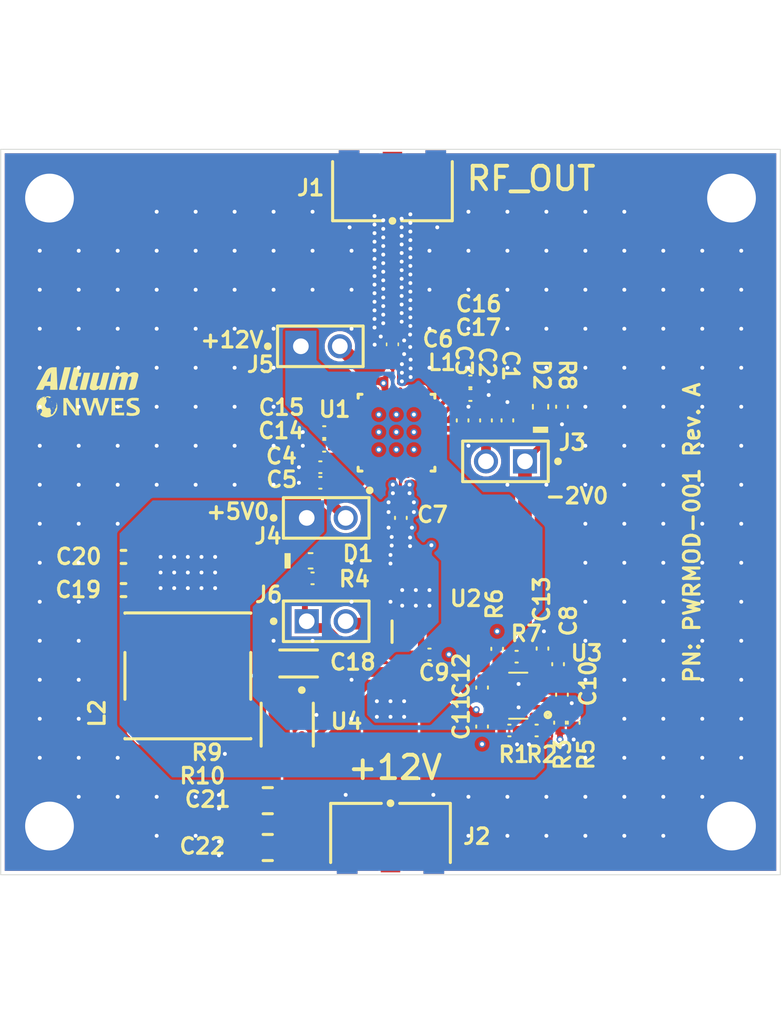
<source format=kicad_pcb>
(kicad_pcb (version 20240225) (generator "pcbnew") (generator_version "8.99")
  (layers (0 "F.Cu" signal "Top Layer") (1 "In1.Cu" signal "GND1") (2 "In2.Cu" signal "Layer 1") (31 "B.Cu" signal "Bottom Layer") (34 "B.Paste" user "Bottom Paste") (35 "F.Paste" user "Top Paste") (36 "B.SilkS" user "Board Layer Stack Bottom Overlay") (37 "F.SilkS" user "Top Overlay") (38 "B.Mask" user "Board Layer Stack Bottom Solder") (39 "F.Mask" user "Top Solder") (44 "Edge.Cuts" user))
  (net 0 "")
  (net 1 "VGG_EN")
  (net 2 "VGG2")
  (net 3 "VGG1")
  (net 4 "VDD")
  (net 5 "VCC")
  (net 6 "SW_OUT")
  (net 7 "NetR9_1")
  (net 8 "NetR6_2")
  (net 9 "NetR3_2")
  (net 10 "NetR2_2")
  (net 11 "NetR1_2")
  (net 12 "NetD2_1")
  (net 13 "NetD1_1")
  (net 14 "NetC18_2")
  (net 15 "NetC17_2")
  (net 16 "NetC16_2")
  (net 17 "NetC15_2")
  (net 18 "NetC14_2")
  (net 19 "NetC12_2")
  (net 20 "NetC12_1")
  (net 21 "NetC8_1")
  (net 22 "NetC7_2")
  (net 23 "NetC7_1")
  (net 24 "NetC6_2")
  (net 25 "LO OUT")
  (net 26 "GND")
  (net 27 "5V0")
  (net 28 "3V0")
  (net 29 "-2V0")
  (net 30 "+12V")
  (footprint "Footprints.PcbLib:0402_CAP" (layer "F.Cu") (at 149.1771 105.3846 90)
    (property "Reference" "C7")
    (property "Value" "1000pF" (hide yes))
  )
  (footprint "Vault:RESC0603X28X15NL05T05" (layer "F.Cu") (at 138.8491 120.7516 180)
    (property "Reference" "R9")
    (property "Value" "CRCW020156K2FNED" (hide yes))
  )
  (footprint "Footprints.PcbLib:0402_RES" (layer "F.Cu") (at 155.4521 113.9136 -90)
    (property "Reference" "R6")
    (property "Value" "10K" (hide yes))
  )
  (footprint "Footprints.PcbLib:IND_0201" (layer "F.Cu") (at 148.3281 95.6056)
    (property "Reference" "L1")
    (property "Value" "1.2nH" (hide yes))
  )
  (footprint "Footprints.PcbLib:0402_CAP" (layer "F.Cu") (at 153.7081 97.3836 180)
    (property "Reference" "C17")
    (property "Value" "1000pF" (hide yes))
  )
  (footprint "Footprints.PcbLib:0402_CAP" (layer "F.Cu") (at 144.1831 99.7966)
    (property "Reference" "C15")
    (property "Value" "4.7uF" (hide yes))
  )
  (footprint "Vault:CAPC3216X180X55ML20T25" (layer "F.Cu") (at 140.5001 126.8476)
    (property "Reference" "C21")
    (property "Value" "GRM31CR61E106KA12L" (hide yes))
  )
  (footprint "Footprints.PcbLib:0402_RES" (layer "F.Cu") (at 156.2481 119.2276 180)
    (property "Reference" "R1")
    (property "Value" "10K" (hide yes))
  )
  (footprint "Vault:CAPC1608X100X20ML10" (layer "F.Cu") (at 131.1021 110.0836)
    (property "Reference" "C19")
    (property "Value" "C1608X5R1A226M080AC" (hide yes))
  )
  (footprint "Footprints.PcbLib:0402_CAP" (layer "F.Cu") (at 154.7241 99.0346 -90)
    (property "Reference" "C2")
    (property "Value" "1000pF" (hide yes))
  )
  (footprint "" (layer "F.Cu") (at 166.28111 83.92159)
    (property "Reference" "")
    (property "Value" "")
  )
  (footprint "Footprints.PcbLib:0402_CAP" (layer "F.Cu") (at 143.9291 102.0826)
    (property "Reference" "C4")
    (property "Value" "1000pF" (hide yes))
  )
  (footprint "Footprints.PcbLib:LED_0603" (layer "F.Cu") (at 158.2801 98.1456 90)
    (property "Reference" "D2")
    (property "Value" "GRN" (hide yes))
  )
  (footprint "Vault:CAPC3216X180X55ML20T25" (layer "F.Cu") (at 140.5001 123.7996)
    (property "Reference" "C22")
    (property "Value" "GRM31CR61E106KA12L" (hide yes))
  )
  (footprint "Vault:FP-M20-9990246-MFG" (layer "F.Cu") (at 144.3101 112.1156)
    (property "Reference" "J6")
    (property "Value" "M20-9990246" (hide yes))
  )
  (footprint "Vault:FP-M20-9990246-MFG" (layer "F.Cu") (at 155.9941 101.7016 180)
    (property "Reference" "J3")
    (property "Value" "M20-9990246" (hide yes))
  )
  (footprint "Vault:FP-NRS8030-MFG" (layer "F.Cu") (at 135.2931 115.6716 90)
    (property "Reference" "L2")
    (property "Value" "NRS8030T3R3MJGJ" (hide yes))
  )
  (footprint "Footprints.PcbLib:0402_CAP" (layer "F.Cu") (at 153.7081 96.4946 180)
    (property "Reference" "C16")
    (property "Value" "4.7uF" (hide yes))
  )
  (footprint "Vault:CAPC1608X100X20ML10" (layer "F.Cu") (at 131.1021 107.9246)
    (property "Reference" "C20")
    (property "Value" "C1608X5R1A226M080AC" (hide yes))
  )
  (footprint "Vault:FP-HCP-32-1-IPC_A" (layer "F.Cu") (at 148.8941 99.83357 90)
    (property "Reference" "U1")
    (property "Value" "HMC637ALP5E" (hide yes))
  )
  (footprint "Footprints.PcbLib:0402_CAP" (layer "F.Cu") (at 159.6771 116.8996 -90)
    (property "Reference" "C10")
    (property "Value" "2.2uF" (hide yes))
  )
  (footprint "Footprints.PcbLib:0402_CAP" (layer "F.Cu") (at 159.4231 114.9096 90)
    (property "Reference" "C8")
    (property "Value" "4.7uF" (hide yes))
  )
  (footprint "Footprints.PcbLib:0402_RES" (layer "F.Cu") (at 159.5501 118.7196 90)
    (property "Reference" "R3")
    (property "Value" "15K" (hide yes))
  )
  (footprint "Footprints.PcbLib:0402_CAP" (layer "F.Cu") (at 154.4701 116.4336 -90)
    (property "Reference" "C12")
    (property "Value" "4.7uF" (hide yes))
  )
  (footprint "Footprints.PcbLib:SON50P200X300X80-13N-D" (layer "F.Cu") (at 156.8491 116.9616 180)
    (property "Reference" "U3")
    (property "Value" "LM27762DSSR" (hide yes))
  )
  (footprint "" (layer "F.Cu") (at 170.72611 125.45061)
    (property "Reference" "")
    (property "Value" "")
  )
  (footprint "" (layer "F.Cu") (at 170.72611 84.55659)
    (property "Reference" "")
    (property "Value" "")
  )
  (footprint "Footprints.PcbLib:0402_RES" (layer "F.Cu") (at 160.4391 118.7196 -90)
    (property "Reference" "R5")
    (property "Value" "10K" (hide yes))
  )
  (footprint "Footprints.PcbLib:0402_CAP" (layer "F.Cu") (at 144.1831 100.6856)
    (property "Reference" "C14")
    (property "Value" "1000pF" (hide yes))
  )
  (footprint "Footprints.PcbLib:0402_CAP" (layer "F.Cu") (at 156.1211 99.0346 -90)
    (property "Reference" "C1")
    (property "Value" "4.7uF" (hide yes))
  )
  (footprint "Footprints.PcbLib:0402_RES" (layer "F.Cu") (at 158.0261 119.2276)
    (property "Reference" "R2")
    (property "Value" "10K" (hide yes))
  )
  (footprint "Footprints.PcbLib:SOP65P488X110-9N" (layer "F.Cu") (at 150.1521 110.5916 90)
    (property "Reference" "U2")
    (property "Value" "HMC358MS8GE" (hide yes))
  )
  (footprint "Footprints.PcbLib:0402_CAP" (layer "F.Cu") (at 154.4701 118.9736 90)
    (property "Reference" "C11")
    (property "Value" "2.2uF" (hide yes))
  )
  (footprint "Footprints.PcbLib:0402_RES" (layer "F.Cu") (at 156.7221 114.4216)
    (property "Reference" "R7")
    (property "Value" "6.34K" (hide yes))
  )
  (footprint "Vault:RESC1005X40X25LL05T05" (layer "F.Cu") (at 138.8491 121.6406)
    (property "Reference" "R10")
    (property "Value" "ERJ2RKF1002X" (hide yes))
  )
  (footprint "Footprints.PcbLib:0402_CAP" (layer "F.Cu") (at 151.0411 114.2746 180)
    (property "Reference" "C9")
    (property "Value" "10uF" (hide yes))
  )
  (footprint "Footprints.PcbLib:0402_CAP" (layer "F.Cu") (at 143.9291 103.0986)
    (property "Reference" "C5")
    (property "Value" "1000pF" (hide yes))
  )
  (footprint "Vault:FP-C0603-CG-IPC_B" (layer "F.Cu") (at 142.51326 114.86363)
    (property "Reference" "C18")
    (property "Value" "C0603C104Z3VACTU" (hide yes))
  )
  (footprint "Footprints.PcbLib:0402_RES" (layer "F.Cu") (at 143.4211 109.3216)
    (property "Reference" "R4")
    (property "Value" "120" (hide yes))
  )
  (footprint "Footprints.PcbLib:0402_CAP" (layer "F.Cu") (at 148.6281 94.0816 -90)
    (property "Reference" "C6")
    (property "Value" "1000pF" (hide yes))
  )
  (footprint "" (layer "F.Cu") (at 130.7211 126.0856)
    (property "Reference" "")
    (property "Value" "")
  )
  (footprint "Vault:FP-M20-9990246-MFG" (layer "F.Cu") (at 143.9291 94.2086)
    (property "Reference" "J5")
    (property "Value" "M20-9990246" (hide yes))
  )
  (footprint "Footprints.PcbLib:LED_0603" (layer "F.Cu") (at 143.2941 108.1786)
    (property "Reference" "D1")
    (property "Value" "GRN" (hide yes))
  )
  (footprint "Footprints.PcbLib:0402_CAP" (layer "F.Cu") (at 153.2001 99.0346 -90)
    (property "Reference" "C3")
    (property "Value" "100pF" (hide yes))
  )
  (footprint "Vault:FP-M20-9990246-MFG" (layer "F.Cu") (at 144.3101 105.3846)
    (property "Reference" "J4")
    (property "Value" "M20-9990246" (hide yes))
  )
  (footprint "Footprints.PcbLib:0402_RES" (layer "F.Cu") (at 159.6771 98.1456 90)
    (property "Reference" "R8")
    (property "Value" "120" (hide yes))
  )
  (footprint "" (layer "F.Cu") (at 126.2761 125.4506)
    (property "Reference" "")
    (property "Value" "")
  )
  (footprint "Vault:FP-SMA-J-P-H-ST-EM1-MFG" (layer "F.Cu") (at 148.6281 76.6826 180)
    (property "Reference" "J1")
    (property "Value" "SMA-J-P-H-ST-EM1" (hide yes))
  )
  (footprint "" (layer "F.Cu") (at 130.72109 83.92159)
    (property "Reference" "")
    (property "Value" "")
  )
  (footprint "Vault:FP-SMA-J-P-H-ST-EM1-MFG" (layer "F.Cu") (at 148.5011 133.3246)
    (property "Reference" "J2")
    (property "Value" "SMA-J-P-H-ST-EM1" (hide yes))
  )
  (footprint "Footprints.PcbLib:0402_CAP" (layer "F.Cu") (at 158.4071 113.8936 90)
    (property "Reference" "C13")
    (property "Value" "2.2uF" (hide yes))
  )
  (footprint "Vault:FP-DDC0006A-IPC_C" (layer "F.Cu") (at 141.7701 118.8466 -90)
    (property "Reference" "U4")
    (property "Value" "TPS562201DDCR" (hide yes))
  )
  (footprint "" (layer "F.Cu") (at 126.27609 84.55659)
    (property "Reference" "")
    (property "Value" "")
  )
  (gr_poly (pts (xy 131.05424 98.70945) (xy 130.3062 98.70945) (xy 130.3062 98.59309) (xy 130.32283 98.59309) (xy 130.32283 97.67882) (xy 130.3062 97.67882) (xy 130.3062 97.57909) (xy 131.08749 97.57909) (xy 131.08749 97.76194) (xy 131.07087 97.76194) (xy 131.07087 97.77856) (xy 131.05424 97.77856) (xy 131.05424 97.76194) (xy 130.55555 97.76194) (xy 130.55555 98.02791) (xy 130.57218 98.02791) (xy 130.57218 98.04453) (xy 130.83814 98.04453) (xy 130.83814 98.02791) (xy 131.00437 98.02791) (xy 131.00437 98.21076) (xy 130.55555 98.21076) (xy 130.55555 98.47673) (xy 130.57218 98.47673) (xy 130.57218 98.5266) (xy 131.08749 98.5266) (xy 131.08749 98.50998) (xy 131.13736 98.50998) (xy 131.13736 98.70945) (xy 131.07087 98.70945)) (fill solid) (layer "F.SilkS"))
  (gr_poly (pts (xy 126.69899 97.89492) (xy 126.69899 97.8783) (xy 126.71562 97.8783) (xy 126.71562 97.89492)) (fill solid) (layer "F.SilkS"))
  (gr_poly (pts (xy 129.5083 97.96142) (xy 129.52492 97.96142) (xy 129.52492 98.01128) (xy 129.54154 98.01128) (xy 129.54154 98.07778) (xy 129.55817 98.07778) (xy 129.55817 98.12765) (xy 129.57479 98.12765) (xy 129.57479 98.19414) (xy 129.59141 98.19414) (xy 129.59141 98.24401) (xy 129.60803 98.24401) (xy 129.60803 98.3105) (xy 129.62466 98.3105) (xy 129.62466 98.37699) (xy 129.64128 98.37699) (xy 129.64128 98.46011) (xy 129.67453 98.46011) (xy 129.67453 98.39362) (xy 129.69115 98.39362) (xy 129.69115 98.3105) (xy 129.70777 98.3105) (xy 129.70777 98.26063) (xy 129.7244 98.26063) (xy 129.7244 98.19414) (xy 129.74102 98.19414) (xy 129.74102 98.12765) (xy 129.75764 98.12765) (xy 129.75764 98.07778) (xy 129.77426 98.07778) (xy 129.77426 98.01128) (xy 129.79089 98.01128) (xy 129.79089 97.96142) (xy 129.80751 97.96142) (xy 129.80751 97.91155) (xy 129.82414 97.91155) (xy 129.82414 97.84505) (xy 129.84076 97.84505) (xy 129.84076 97.77856) (xy 129.85738 97.77856) (xy 129.85738 97.71207) (xy 129.87401 97.71207) (xy 129.87401 97.61233) (xy 129.89063 97.61233) (xy 129.89063 97.57909) (xy 130.1566 97.57909) (xy 130.1566 97.62895) (xy 130.13997 97.62895) (xy 130.13997 97.69545) (xy 130.12335 97.69545) (xy 130.12335 97.74532) (xy 130.10673 97.74532) (xy 130.10673 97.79518) (xy 130.0901 97.79518) (xy 130.0901 97.84505) (xy 130.07348 97.84505) (xy 130.07348 97.89492) (xy 130.05686 97.89492) (xy 130.05686 97.92817) (xy 130.04024 97.92817) (xy 130.04024 97.97804) (xy 130.02361 97.97804) (xy 130.02361 98.02791) (xy 130.00699 98.02791) (xy 130.00699 98.06115) (xy 129.99037 98.06115) (xy 129.99037 98.11102) (xy 129.97374 98.11102) (xy 129.97374 98.14427) (xy 129.95712 98.14427) (xy 129.95712 98.19414) (xy 129.9405 98.19414) (xy 129.9405 98.22738) (xy 129.92387 98.22738) (xy 129.92387 98.27726) (xy 129.90725 98.27726) (xy 129.90725 98.32712) (xy 129.89063 98.32712) (xy 129.89063 98.36037) (xy 129.87401 98.36037) (xy 129.87401 98.41024) (xy 129.85738 98.41024) (xy 129.85738 98.46011) (xy 129.84076 98.46011) (xy 129.84076 98.49335) (xy 129.82414 98.49335) (xy 129.82414 98.54322) (xy 129.80751 98.54322) (xy 129.80751 98.59309) (xy 129.79089 98.59309) (xy 129.79089 98.64296) (xy 129.77426 98.64296) (xy 129.77426 98.70945) (xy 129.5083 98.70945) (xy 129.5083 98.62634) (xy 129.49167 98.62634) (xy 129.49167 98.57647) (xy 129.47505 98.57647) (xy 129.47505 98.5266) (xy 129.45843 98.5266) (xy 129.45843 98.47673) (xy 129.4418 98.47673) (xy 129.4418 98.42686) (xy 129.42518 98.42686) (xy 129.42518 98.37699) (xy 129.40856 98.37699) (xy 129.40856 98.32712) (xy 129.39193 98.32712) (xy 129.39193 98.27726) (xy 129.37531 98.27726) (xy 129.37531 98.24401) (xy 129.35869 98.24401) (xy 129.35869 98.19414) (xy 129.34207 98.19414) (xy 129.34207 98.14427) (xy 129.32544 98.14427) (xy 129.32544 98.0944) (xy 129.30882 98.0944) (xy 129.30882 98.04453) (xy 129.2922 98.04453) (xy 129.2922 97.99466) (xy 129.27557 97.99466) (xy 129.27557 97.92817) (xy 129.25895 97.92817) (xy 129.25895 97.8783) (xy 129.24233 97.8783) (xy 129.24233 97.91155) (xy 129.2257 97.91155) (xy 129.2257 97.97804) (xy 129.20908 97.97804) (xy 129.20908 98.04453) (xy 129.19246 98.04453) (xy 129.19246 98.0944) (xy 129.17583 98.0944) (xy 129.17583 98.14427) (xy 129.15921 98.14427) (xy 129.15921 98.19414) (xy 129.14259 98.19414) (xy 129.14259 98.24401) (xy 129.12597 98.24401) (xy 129.12597 98.3105) (xy 129.10934 98.3105) (xy 129.10934 98.36037) (xy 129.09272 98.36037) (xy 129.09272 98.41024) (xy 129.07609 98.41024) (xy 129.07609 98.46011) (xy 129.05947 98.46011) (xy 129.05947 98.50998) (xy 129.04285 98.50998) (xy 129.04285 98.55985) (xy 129.02623 98.55985) (xy 129.02623 98.62634) (xy 129.0096 98.62634) (xy 129.0096 98.70945) (xy 128.74363 98.70945) (xy 128.74363 98.65959) (xy 128.72701 98.65959) (xy 128.72701 98.59309) (xy 128.71039 98.59309) (xy 128.71039 98.54322) (xy 128.69376 98.54322) (xy 128.69376 98.49335) (xy 128.67714 98.49335) (xy 128.67714 98.46011) (xy 128.66052 98.46011) (xy 128.66052 98.41024) (xy 128.6439 98.41024) (xy 128.6439 98.36037) (xy 128.62727 98.36037) (xy 128.62727 98.3105) (xy 128.61065 98.3105) (xy 128.61065 98.27726) (xy 128.59403 98.27726) (xy 128.59403 98.22738) (xy 128.5774 98.22738) (xy 128.5774 98.17751) (xy 128.56078 98.17751) (xy 128.56078 98.12765) (xy 128.54416 98.12765) (xy 128.54416 98.07778) (xy 128.52753 98.07778) (xy 128.52753 98.04453) (xy 128.51091 98.04453) (xy 128.51091 98.01128) (xy 128.49429 98.01128) (xy 128.49429 97.96142) (xy 128.47766 97.96142) (xy 128.47766 97.91155) (xy 128.46104 97.91155) (xy 128.46104 97.8783) (xy 128.44442 97.8783) (xy 128.44442 97.82843) (xy 128.4278 97.82843) (xy 128.4278 97.77856) (xy 128.41117 97.77856) (xy 128.41117 97.72869) (xy 128.39455 97.72869) (xy 128.39455 97.67882) (xy 128.37793 97.67882) (xy 128.37793 97.62895) (xy 128.3613 97.62895) (xy 128.3613 97.57909) (xy 128.66052 97.57909) (xy 128.66052 97.61233) (xy 128.67714 97.61233) (xy 128.67714 97.67882) (xy 128.69376 97.67882) (xy 128.69376 97.74532) (xy 128.71039 97.74532) (xy 128.71039 97.81181) (xy 128.72701 97.81181) (xy 128.72701 97.86168) (xy 128.74363 97.86168) (xy 128.74363 97.92817) (xy 128.76026 97.92817) (xy 128.76026 97.97804) (xy 128.77688 97.97804) (xy 128.77688 98.04453) (xy 128.7935 98.04453) (xy 128.7935 98.0944) (xy 128.81013 98.0944) (xy 128.81013 98.16089) (xy 128.82675 98.16089) (xy 128.82675 98.22738) (xy 128.84337 98.22738) (xy 128.84337 98.27726) (xy 128.85999 98.27726) (xy 128.85999 98.36037) (xy 128.87662 98.36037) (xy 128.87662 98.42686) (xy 128.89324 98.42686) (xy 128.89324 98.46011) (xy 128.90986 98.46011) (xy 128.90986 98.37699) (xy 128.92649 98.37699) (xy 128.92649 98.3105) (xy 128.94311 98.3105) (xy 128.94311 98.24401) (xy 128.95973 98.24401) (xy 128.95973 98.19414) (xy 128.97636 98.19414) (xy 128.97636 98.12765) (xy 128.99298 98.12765) (xy 128.99298 98.0944) (xy 129.0096 98.0944) (xy 129.0096 98.04453) (xy 129.02623 98.04453) (xy 129.02623 97.99466) (xy 129.04285 97.99466) (xy 129.04285 97.92817) (xy 129.05947 97.92817) (xy 129.05947 97.8783) (xy 129.07609 97.8783) (xy 129.07609 97.81181) (xy 129.09272 97.81181) (xy 129.09272 97.76194) (xy 129.10934 97.76194) (xy 129.10934 97.69545) (xy 129.12597 97.69545) (xy 129.12597 97.61233) (xy 129.14259 97.61233) (xy 129.14259 97.57909) (xy 129.42518 97.57909) (xy 129.42518 97.67882) (xy 129.4418 97.67882) (xy 129.4418 97.74532) (xy 129.45843 97.74532) (xy 129.45843 97.81181) (xy 129.47505 97.81181) (xy 129.47505 97.86168) (xy 129.49167 97.86168) (xy 129.49167 97.92817) (xy 129.5083 97.92817) (xy 129.5083 97.94479)) (fill solid) (layer "F.SilkS"))
  (gr_poly (pts (xy 126.00082 97.46272) (xy 126.00082 97.47934) (xy 125.9842 97.47934) (xy 125.9842 97.46272)) (fill solid) (layer "F.SilkS"))
  (gr_poly (pts (xy 125.48551 98.39362) (xy 125.50213 98.39362) (xy 125.50213 98.41024) (xy 125.51875 98.41024) (xy 125.51875 98.44349) (xy 125.53538 98.44349) (xy 125.53538 98.49335) (xy 125.51875 98.49335) (xy 125.51875 98.47673) (xy 125.50213 98.47673) (xy 125.50213 98.44349) (xy 125.48551 98.44349) (xy 125.48551 98.41024)) (fill solid) (layer "F.SilkS"))
  (gr_poly (pts (xy 128.30141 95.93009) (xy 128.36429 95.93009) (xy 128.36429 95.94057) (xy 128.36167 95.94057) (xy 128.36167 95.95105) (xy 128.35905 95.95105) (xy 128.35905 95.96153) (xy 128.35643 95.96153) (xy 128.35643 95.97201) (xy 128.35381 95.97201) (xy 128.35381 95.98249) (xy 128.35119 95.98249) (xy 128.35119 95.99297) (xy 128.34857 95.99297) (xy 128.34857 96.00344) (xy 128.34595 96.00344) (xy 128.34595 96.01392) (xy 128.34333 96.01392) (xy 128.34333 96.0244) (xy 128.34071 96.0244) (xy 128.34071 96.03488) (xy 128.33809 96.03488) (xy 128.33809 96.04536) (xy 128.33547 96.04536) (xy 128.33547 96.05584) (xy 128.33285 96.05584) (xy 128.33285 96.06632) (xy 128.33023 96.06632) (xy 128.33023 96.0768) (xy 128.32761 96.0768) (xy 128.32761 96.08728) (xy 128.32499 96.08728) (xy 128.32499 96.09776) (xy 128.32237 96.09776) (xy 128.32237 96.10824) (xy 128.31975 96.10824) (xy 128.31975 96.11872) (xy 128.31713 96.11872) (xy 128.31713 96.1292) (xy 128.31451 96.1292) (xy 128.31451 96.13968) (xy 128.31189 96.13968) (xy 128.31189 96.15016) (xy 128.30927 96.15016) (xy 128.30927 96.16063) (xy 128.30665 96.16063) (xy 128.30665 96.17111) (xy 128.30403 96.17111) (xy 128.30403 96.17897) (xy 128.1285 96.17897) (xy 128.1285 96.18683) (xy 128.12588 96.18683) (xy 128.12588 96.19731) (xy 128.12326 96.19731) (xy 128.12326 96.20779) (xy 128.12064 96.20779) (xy 128.12064 96.21827) (xy 128.11802 96.21827) (xy 128.11802 96.22875) (xy 128.1154 96.22875) (xy 128.1154 96.24185) (xy 128.11278 96.24185) (xy 128.11278 96.25233) (xy 128.11017 96.25233) (xy 128.11017 96.26281) (xy 128.10754 96.26281) (xy 128.10754 96.27328) (xy 128.10493 96.27328) (xy 128.10493 96.28376) (xy 128.1023 96.28376) (xy 128.1023 96.29424) (xy 128.09969 96.29424) (xy 128.09969 96.30472) (xy 128.09707 96.30472) (xy 128.09707 96.3152) (xy 128.09445 96.3152) (xy 128.09445 96.32568) (xy 128.09183 96.32568) (xy 128.09183 96.33616) (xy 128.08921 96.33616) (xy 128.08921 96.34664) (xy 128.08659 96.34664) (xy 128.08659 96.35712) (xy 128.08397 96.35712) (xy 128.08397 96.3676) (xy 128.08135 96.3676) (xy 128.08135 96.37808) (xy 128.07873 96.37808) (xy 128.07873 96.38856) (xy 128.07611 96.38856) (xy 128.07611 96.39904) (xy 128.07349 96.39904) (xy 128.07349 96.40951) (xy 128.07087 96.40951) (xy 128.07087 96.41999) (xy 128.06825 96.41999) (xy 128.06825 96.43047) (xy 128.06563 96.43047) (xy 128.06563 96.44095) (xy 128.06301 96.44095) (xy 128.06301 96.45143) (xy 128.06039 96.45143) (xy 128.06039 96.46191) (xy 128.05777 96.46191) (xy 128.05777 96.47239) (xy 128.05515 96.47239) (xy 128.05515 96.48287) (xy 128.05253 96.48287) (xy 128.05253 96.49335) (xy 128.04991 96.49335) (xy 128.04991 96.50383) (xy 128.04729 96.50383) (xy 128.04729 96.51431) (xy 128.04467 96.51431) (xy 128.04467 96.52479) (xy 128.04205 96.52479) (xy 128.04205 96.53526) (xy 128.03943 96.53526) (xy 128.03943 96.54574) (xy 128.03681 96.54574) (xy 128.03681 96.55622) (xy 128.03419 96.55622) (xy 128.03419 96.5667) (xy 128.03157 96.5667) (xy 128.03157 96.57718) (xy 128.02895 96.57718) (xy 128.02895 96.58766) (xy 128.02633 96.58766) (xy 128.02633 96.59814) (xy 128.02371 96.59814) (xy 128.02371 96.60862) (xy 128.02109 96.60862) (xy 128.02109 96.6191) (xy 128.01847 96.6191) (xy 128.01847 96.62958) (xy 128.01585 96.62958) (xy 128.01585 96.64006) (xy 128.01323 96.64006) (xy 128.01323 96.65054) (xy 128.01061 96.65054) (xy 128.01061 96.66102) (xy 128.00799 96.66102) (xy 128.00799 96.6715) (xy 128.00537 96.6715) (xy 128.00537 96.68198) (xy 128.00275 96.68198) (xy 128.00275 96.69245) (xy 128.00013 96.69245) (xy 128.00013 96.70293) (xy 127.99751 96.70293) (xy 127.99751 96.71341) (xy 127.99489 96.71341) (xy 127.99489 96.73437) (xy 127.99227 96.73437) (xy 127.99227 96.74223) (xy 127.99489 96.74223) (xy 127.99489 96.75795) (xy 127.99751 96.75795) (xy 127.99751 96.76319) (xy 128.00013 96.76319) (xy 128.00013 96.76843) (xy 128.00275 96.76843) (xy 128.00275 96.77105) (xy 128.00537 96.77105) (xy 128.00537 96.77629) (xy 128.00799 96.77629) (xy 128.00799 96.77891) (xy 128.01061 96.77891) (xy 128.01061 96.78153) (xy 128.01585 96.78153) (xy 128.01585 96.78415) (xy 128.01847 96.78415) (xy 128.01847 96.78677) (xy 128.02371 96.78677) (xy 128.02371 96.78939) (xy 128.03157 96.78939) (xy 128.03157 96.79201) (xy 128.03943 96.79201) (xy 128.03943 96.79463) (xy 128.05515 96.79463) (xy 128.05515 96.79725) (xy 128.14946 96.79725) (xy 128.14946 96.79987) (xy 128.14684 96.79987) (xy 128.14684 96.81034) (xy 128.14422 96.81034) (xy 128.14422 96.82082) (xy 128.1416 96.82082) (xy 128.1416 96.8313) (xy 128.13898 96.8313) (xy 128.13898 96.84178) (xy 128.13636 96.84178) (xy 128.13636 96.85226) (xy 128.13374 96.85226) (xy 128.13374 96.86274) (xy 128.13112 96.86274) (xy 128.13112 96.87322) (xy 128.1285 96.87322) (xy 128.1285 96.8837) (xy 128.12588 96.8837) (xy 128.12588 96.89418) (xy 128.12326 96.89418) (xy 128.12326 96.90466) (xy 128.12064 96.90466) (xy 128.12064 96.91514) (xy 128.11802 96.91514) (xy 128.11802 96.92562) (xy 128.1154 96.92562) (xy 128.1154 96.93609) (xy 128.11278 96.93609) (xy 128.11278 96.94657) (xy 128.11017 96.94657) (xy 128.11017 96.95705) (xy 128.10754 96.95705) (xy 128.10754 96.96753) (xy 128.10493 96.96753) (xy 128.10493 96.97801) (xy 128.1023 96.97801) (xy 128.1023 96.98849) (xy 128.09969 96.98849) (xy 128.09969 96.99635) (xy 128.09707 96.99635) (xy 128.09707 97.00683) (xy 128.09445 97.00683) (xy 128.09445 97.01731) (xy 128.09183 97.01731) (xy 128.09183 97.02779) (xy 128.08921 97.02779) (xy 128.08921 97.03827) (xy 128.08659 97.03827) (xy 128.08659 97.04351) (xy 128.08135 97.04351) (xy 128.08135 97.04613) (xy 128.04729 97.04613) (xy 128.04729 97.04875) (xy 128.00537 97.04875) (xy 128.00537 97.05137) (xy 127.9556 97.05137) (xy 127.9556 97.05399) (xy 127.76697 97.05399) (xy 127.76697 97.05137) (xy 127.73815 97.05137) (xy 127.73815 97.04875) (xy 127.71719 97.04875) (xy 127.71719 97.04613) (xy 127.69886 97.04613) (xy 127.69886 97.04351) (xy 127.68576 97.04351) (xy 127.68576 97.04089) (xy 127.67528 97.04089) (xy 127.67528 97.03827) (xy 127.6648 97.03827) (xy 127.6648 97.03565) (xy 127.65432 97.03565) (xy 127.65432 97.03303) (xy 127.64646 97.03303) (xy 127.64646 97.03041) (xy 127.6386 97.03041) (xy 127.6386 97.02779) (xy 127.63336 97.02779) (xy 127.63336 97.02517) (xy 127.6255 97.02517) (xy 127.6255 97.02255) (xy 127.62026 97.02255) (xy 127.62026 97.01993) (xy 127.61502 97.01993) (xy 127.61502 97.01731) (xy 127.60978 97.01731) (xy 127.60978 97.01469) (xy 127.60716 97.01469) (xy 127.60716 97.01207) (xy 127.60192 97.01207) (xy 127.60192 97.00945) (xy 127.5993 97.00945) (xy 127.5993 97.00683) (xy 127.59406 97.00683) (xy 127.59406 97.00421) (xy 127.59144 97.00421) (xy 127.59144 97.00159) (xy 127.58882 97.00159) (xy 127.58882 96.99897) (xy 127.58358 96.99897) (xy 127.58358 96.99635) (xy 127.58096 96.99635) (xy 127.58096 96.99373) (xy 127.57835 96.99373) (xy 127.57835 96.99111) (xy 127.57572 96.99111) (xy 127.57572 96.98587) (xy 127.57311 96.98587) (xy 127.57311 96.98325) (xy 127.57048 96.98325) (xy 127.57048 96.98063) (xy 127.56787 96.98063) (xy 127.56787 96.97539) (xy 127.56524 96.97539) (xy 127.56524 96.97015) (xy 127.56263 96.97015) (xy 127.56263 96.96491) (xy 127.56001 96.96491) (xy 127.56001 96.95967) (xy 127.55739 96.95967) (xy 127.55739 96.95181) (xy 127.55477 96.95181) (xy 127.55477 96.94396) (xy 127.55215 96.94396) (xy 127.55215 96.93086) (xy 127.54953 96.93086) (xy 127.54953 96.9099) (xy 127.54691 96.9099) (xy 127.54691 96.8706) (xy 127.54953 96.8706) (xy 127.54953 96.84702) (xy 127.55215 96.84702) (xy 127.55215 96.82868) (xy 127.55477 96.82868) (xy 127.55477 96.81558) (xy 127.55739 96.81558) (xy 127.55739 96.80249) (xy 127.56001 96.80249) (xy 127.56001 96.79201) (xy 127.56263 96.79201) (xy 127.56263 96.78153) (xy 127.56524 96.78153) (xy 127.56524 96.77105) (xy 127.56787 96.77105) (xy 127.56787 96.76057) (xy 127.57048 96.76057) (xy 127.57048 96.75009) (xy 127.57311 96.75009) (xy 127.57311 96.73961) (xy 127.57572 96.73961) (xy 127.57572 96.72913) (xy 127.57835 96.72913) (xy 127.57835 96.71865) (xy 127.58096 96.71865) (xy 127.58096 96.70817) (xy 127.58358 96.70817) (xy 127.58358 96.69769) (xy 127.5862 96.69769) (xy 127.5862 96.68722) (xy 127.58882 96.68722) (xy 127.58882 96.67674) (xy 127.59144 96.67674) (xy 127.59144 96.66626) (xy 127.59406 96.66626) (xy 127.59406 96.65578) (xy 127.59668 96.65578) (xy 127.59668 96.6453) (xy 127.5993 96.6453) (xy 127.5993 96.63482) (xy 127.60192 96.63482) (xy 127.60192 96.62434) (xy 127.60454 96.62434) (xy 127.60454 96.61386) (xy 127.60716 96.61386) (xy 127.60716 96.60338) (xy 127.60978 96.60338) (xy 127.60978 96.5929) (xy 127.6124 96.5929) (xy 127.6124 96.58242) (xy 127.61502 96.58242) (xy 127.61502 96.57456) (xy 127.61764 96.57456) (xy 127.61764 96.56408) (xy 127.62026 96.56408) (xy 127.62026 96.5536) (xy 127.62288 96.5536) (xy 127.62288 96.54313) (xy 127.6255 96.54313) (xy 127.6255 96.53265) (xy 127.62812 96.53265) (xy 127.62812 96.52217) (xy 127.63074 96.52217) (xy 127.63074 96.51169) (xy 127.63336 96.51169) (xy 127.63336 96.50121) (xy 127.63598 96.50121) (xy 127.63598 96.49073) (xy 127.6386 96.49073) (xy 127.6386 96.48025) (xy 127.64122 96.48025) (xy 127.64122 96.46977) (xy 127.64384 96.46977) (xy 127.64384 96.45929) (xy 127.64646 96.45929) (xy 127.64646 96.44881) (xy 127.64908 96.44881) (xy 127.64908 96.43833) (xy 127.6517 96.43833) (xy 127.6517 96.42785) (xy 127.65432 96.42785) (xy 127.65432 96.41737) (xy 127.65694 96.41737) (xy 127.65694 96.4069) (xy 127.65956 96.4069) (xy 127.65956 96.39642) (xy 127.66218 96.39642) (xy 127.66218 96.38594) (xy 127.6648 96.38594) (xy 127.6648 96.37546) (xy 127.66742 96.37546) (xy 127.66742 96.36498) (xy 127.67004 96.36498) (xy 127.67004 96.3545) (xy 127.67266 96.3545) (xy 127.67266 96.34402) (xy 127.67528 96.34402) (xy 127.67528 96.33354) (xy 127.6779 96.33354) (xy 127.6779 96.32306) (xy 127.68052 96.32306) (xy 127.68052 96.31258) (xy 127.68314 96.31258) (xy 127.68314 96.30472) (xy 127.68576 96.30472) (xy 127.68576 96.29424) (xy 127.68838 96.29424) (xy 127.68838 96.28376) (xy 127.691 96.28376) (xy 127.691 96.27328) (xy 127.69362 96.27328) (xy 127.69362 96.26281) (xy 127.69623 96.26281) (xy 127.69623 96.25233) (xy 127.69886 96.25233) (xy 127.69886 96.24185) (xy 127.70147 96.24185) (xy 127.70147 96.23137) (xy 127.7041 96.23137) (xy 127.7041 96.22089) (xy 127.70671 96.22089) (xy 127.70671 96.21041) (xy 127.70934 96.21041) (xy 127.70934 96.19993) (xy 127.71195 96.19993) (xy 127.71195 96.18945) (xy 127.71457 96.18945) (xy 127.71457 96.17897) (xy 127.71719 96.17897) (xy 127.71719 96.16849) (xy 127.71981 96.16849) (xy 127.71981 96.15801) (xy 127.72243 96.15801) (xy 127.72243 96.14753) (xy 127.72505 96.14753) (xy 127.72505 96.13706) (xy 127.72767 96.13706) (xy 127.72767 96.12658) (xy 127.73029 96.12658) (xy 127.73029 96.1161) (xy 127.73291 96.1161) (xy 127.73291 96.10562) (xy 127.73553 96.10562) (xy 127.73553 96.09514) (xy 127.73815 96.09514) (xy 127.73815 96.08466) (xy 127.74077 96.08466) (xy 127.74077 96.07418) (xy 127.74339 96.07418) (xy 127.74339 96.0637) (xy 127.74601 96.0637) (xy 127.74601 96.05322) (xy 127.74863 96.05322) (xy 127.74863 96.04536) (xy 127.75125 96.04536) (xy 127.75125 96.03488) (xy 127.75387 96.03488) (xy 127.75387 96.0244) (xy 127.75649 96.0244) (xy 127.75649 96.01392) (xy 127.75911 96.01392) (xy 127.75911 96.00344) (xy 127.76173 96.00344) (xy 127.76173 95.99297) (xy 127.76435 95.99297) (xy 127.76435 95.98249) (xy 127.76697 95.98249) (xy 127.76697 95.97201) (xy 127.76959 95.97201) (xy 127.76959 95.96153) (xy 127.77221 95.96153) (xy 127.77221 95.95105) (xy 127.77483 95.95105) (xy 127.77483 95.94057) (xy 127.77745 95.94057) (xy 127.77745 95.93009) (xy 127.78007 95.93009) (xy 127.78007 95.91961) (xy 127.78269 95.91961) (xy 127.78269 95.90913) (xy 127.78531 95.90913) (xy 127.78531 95.89865) (xy 127.78793 95.89865) (xy 127.78793 95.88817) (xy 127.79055 95.88817) (xy 127.79055 95.87769) (xy 127.79317 95.87769) (xy 127.79317 95.86722) (xy 127.79579 95.86722) (xy 127.79579 95.85674) (xy 127.79841 95.85674) (xy 127.79841 95.84626) (xy 127.80103 95.84626) (xy 127.80103 95.83578) (xy 127.80365 95.83578) (xy 127.80365 95.8253) (xy 127.80627 95.8253) (xy 127.80627 95.81482) (xy 127.80889 95.81482) (xy 127.80889 95.80434) (xy 127.81151 95.80434) (xy 127.81151 95.79386) (xy 127.81413 95.79386) (xy 127.81413 95.78338) (xy 127.81675 95.78338) (xy 127.81675 95.77552) (xy 127.81937 95.77552) (xy 127.81937 95.76504) (xy 127.82199 95.76504) (xy 127.82199 95.75457) (xy 127.82461 95.75457) (xy 127.82461 95.74409) (xy 127.82723 95.74409) (xy 127.82723 95.73361) (xy 127.82985 95.73361) (xy 127.82985 95.72313) (xy 127.83247 95.72313) (xy 127.83247 95.71265) (xy 127.83509 95.71265) (xy 127.83509 95.70217) (xy 127.83771 95.70217) (xy 127.83771 95.69169) (xy 127.84032 95.69169) (xy 127.84032 95.68121) (xy 127.84295 95.68121) (xy 127.84295 95.67073) (xy 127.84556 95.67073) (xy 127.84556 95.66025) (xy 127.84819 95.66025) (xy 127.84819 95.64977) (xy 127.8508 95.64977) (xy 127.8508 95.63929) (xy 127.85343 95.63929) (xy 127.85343 95.62881) (xy 127.85604 95.62881) (xy 127.85604 95.61834) (xy 127.85866 95.61834) (xy 127.85866 95.60786) (xy 127.86128 95.60786) (xy 127.86128 95.59737) (xy 127.8639 95.59737) (xy 127.8639 95.58952) (xy 127.86652 95.58952) (xy 127.86652 95.5869) (xy 128.28045 95.5869) (xy 128.28045 95.59476) (xy 128.27783 95.59476) (xy 128.27783 95.60524) (xy 128.27521 95.60524) (xy 128.27521 95.61571) (xy 128.27259 95.61571) (xy 128.27259 95.62619) (xy 128.26997 95.62619) (xy 128.26997 95.63405) (xy 128.26735 95.63405) (xy 128.26735 95.64453) (xy 128.26473 95.64453) (xy 128.26473 95.65501) (xy 128.26211 95.65501) (xy 128.26211 95.66549) (xy 128.25949 95.66549) (xy 128.25949 95.67597) (xy 128.25687 95.67597) (xy 128.25687 95.68645) (xy 128.25426 95.68645) (xy 128.25426 95.69693) (xy 128.25163 95.69693) (xy 128.25163 95.70741) (xy 128.24902 95.70741) (xy 128.24902 95.71527) (xy 128.24639 95.71527) (xy 128.24639 95.72575) (xy 128.24378 95.72575) (xy 128.24378 95.73623) (xy 128.24116 95.73623) (xy 128.24116 95.7467) (xy 128.23853 95.7467) (xy 128.23853 95.75718) (xy 128.23592 95.75718) (xy 128.23592 95.76766) (xy 128.23329 95.76766) (xy 128.23329 95.77814) (xy 128.23068 95.77814) (xy 128.23068 95.786) (xy 128.22805 95.786) (xy 128.22805 95.79648) (xy 128.22544 95.79648) (xy 128.22544 95.80696) (xy 128.22282 95.80696) (xy 128.22282 95.81744) (xy 128.2202 95.81744) (xy 128.2202 95.82792) (xy 128.21758 95.82792) (xy 128.21758 95.8384) (xy 128.21496 95.8384) (xy 128.21496 95.84888) (xy 128.21234 95.84888) (xy 128.21234 95.85936) (xy 128.20972 95.85936) (xy 128.20972 95.86722) (xy 128.2071 95.86722) (xy 128.2071 95.87769) (xy 128.20448 95.87769) (xy 128.20448 95.88817) (xy 128.20186 95.88817) (xy 128.20186 95.89865) (xy 128.19924 95.89865) (xy 128.19924 95.90913) (xy 128.19662 95.90913) (xy 128.19662 95.91961) (xy 128.194 95.91961) (xy 128.194 95.93009) (xy 128.29879 95.93009)) (fill solid) (layer "F.SilkS"))
  (gr_poly (pts (xy 126.26679 97.47934) (xy 126.31666 97.47934) (xy 126.31666 97.49597) (xy 126.34991 97.49597) (xy 126.34991 97.51259) (xy 126.38315 97.51259) (xy 126.38315 97.52922) (xy 126.34991 97.52922) (xy 126.34991 97.56246) (xy 126.31666 97.56246) (xy 126.31666 97.57909) (xy 126.23355 97.57909) (xy 126.23355 97.56246) (xy 126.21692 97.56246) (xy 126.21692 97.51259) (xy 126.2003 97.51259) (xy 126.2003 97.54584) (xy 126.16705 97.54584) (xy 126.16705 97.52922) (xy 126.05069 97.52922) (xy 126.05069 97.54584) (xy 126.06732 97.54584) (xy 126.06732 97.62895) (xy 126.05069 97.62895) (xy 126.05069 97.6622) (xy 126.06732 97.6622) (xy 126.06732 97.67882) (xy 126.08394 97.67882) (xy 126.08394 97.81181) (xy 126.06732 97.81181) (xy 126.06732 97.86168) (xy 126.05069 97.86168) (xy 126.05069 97.8783) (xy 126.05069 97.89492) (xy 126.03407 97.89492) (xy 126.03407 97.92817) (xy 126.01745 97.92817) (xy 126.01745 97.96142) (xy 126.00082 97.96142) (xy 126.00082 97.99466) (xy 125.9842 97.99466) (xy 125.9842 98.0944) (xy 126.00082 98.0944) (xy 126.00082 98.12765) (xy 126.01745 98.12765) (xy 126.01745 98.14427) (xy 126.03407 98.14427) (xy 126.03407 98.16089) (xy 126.05069 98.16089) (xy 126.05069 98.19414) (xy 126.06732 98.19414) (xy 126.06732 98.21076) (xy 126.10056 98.21076) (xy 126.10056 98.22738) (xy 126.23355 98.22738) (xy 126.23355 98.21076) (xy 126.26679 98.21076) (xy 126.26679 98.24401) (xy 126.33329 98.24401) (xy 126.33329 98.32712) (xy 126.34991 98.32712) (xy 126.34991 98.34375) (xy 126.36653 98.34375) (xy 126.36653 98.41024) (xy 126.38315 98.41024) (xy 126.38315 98.44349) (xy 126.36653 98.44349) (xy 126.36653 98.47673) (xy 126.34991 98.47673) (xy 126.34991 98.5266) (xy 126.36653 98.5266) (xy 126.36653 98.62634) (xy 126.38315 98.62634) (xy 126.38315 98.65959) (xy 126.4164 98.65959) (xy 126.4164 98.64296) (xy 126.44965 98.64296) (xy 126.44965 98.62634) (xy 126.48289 98.62634) (xy 126.48289 98.60972) (xy 126.49952 98.60972) (xy 126.49952 98.59309) (xy 126.51614 98.59309) (xy 126.51614 98.55985) (xy 126.53276 98.55985) (xy 126.53276 98.54322) (xy 126.54938 98.54322) (xy 126.54938 98.49335) (xy 126.56601 98.49335) (xy 126.56601 98.47673) (xy 126.58263 98.47673) (xy 126.58263 98.46011) (xy 126.59925 98.46011) (xy 126.64912 98.46011) (xy 126.66575 98.46011) (xy 126.66575 98.44349) (xy 126.64912 98.44349) (xy 126.64912 98.46011) (xy 126.59925 98.46011) (xy 126.59925 98.44349) (xy 126.61588 98.44349) (xy 126.61588 98.42686) (xy 126.6325 98.42686) (xy 126.6325 98.3105) (xy 126.64912 98.3105) (xy 126.64912 98.27726) (xy 126.66575 98.27726) (xy 126.66575 98.26063) (xy 126.68237 98.26063) (xy 126.68237 98.22738) (xy 126.69899 98.22738) (xy 126.69899 98.21076) (xy 126.71562 98.21076) (xy 126.71562 98.14427) (xy 126.73224 98.14427) (xy 126.73224 98.11102) (xy 126.71562 98.11102) (xy 126.71562 98.02791) (xy 126.73224 98.02791) (xy 126.73224 97.92817) (xy 126.71562 97.92817) (xy 126.71562 97.89492) (xy 126.73224 97.89492) (xy 126.73224 97.91155) (xy 126.74886 97.91155) (xy 126.74886 97.96142) (xy 126.76548 97.96142) (xy 126.76548 98.02791) (xy 126.78211 98.02791) (xy 126.78211 98.27726) (xy 126.76548 98.27726) (xy 126.76548 98.34375) (xy 126.74886 98.34375) (xy 126.74886 98.39362) (xy 126.73224 98.39362) (xy 126.73224 98.42686) (xy 126.71562 98.42686) (xy 126.71562 98.46011) (xy 126.69899 98.46011) (xy 126.69899 98.49335) (xy 126.68237 98.49335) (xy 126.68237 98.5266) (xy 126.66575 98.5266) (xy 126.66575 98.54322) (xy 126.64912 98.54322) (xy 126.64912 98.57647) (xy 126.6325 98.57647) (xy 126.6325 98.59309) (xy 126.61588 98.59309) (xy 126.61588 98.60972) (xy 126.59925 98.60972) (xy 126.59925 98.62634) (xy 126.58263 98.62634) (xy 126.58263 98.64296) (xy 126.56601 98.64296) (xy 126.56601 98.65959) (xy 126.54938 98.65959) (xy 126.54938 98.67621) (xy 126.53276 98.67621) (xy 126.53276 98.69283) (xy 126.51614 98.69283) (xy 126.51614 98.70945) (xy 126.48289 98.70945) (xy 126.48289 98.72608) (xy 126.46627 98.72608) (xy 126.46627 98.7427) (xy 126.43302 98.7427) (xy 126.43302 98.75932) (xy 126.39978 98.75932) (xy 126.39978 98.77595) (xy 126.34991 98.77595) (xy 126.34991 98.79257) (xy 126.31666 98.79257) (xy 126.31666 98.80919) (xy 126.26679 98.80919) (xy 126.26679 98.82582) (xy 126.16705 98.82582) (xy 126.16705 98.84244) (xy 126.03407 98.84244) (xy 126.03407 98.82582) (xy 125.95095 98.82582) (xy 125.95095 98.80919) (xy 125.90108 98.80919) (xy 125.90108 98.79257) (xy 125.86784 98.79257) (xy 125.86784 98.77595) (xy 125.81797 98.77595) (xy 125.81797 98.75932) (xy 125.78472 98.75932) (xy 125.78472 98.7427) (xy 125.75148 98.7427) (xy 125.75148 98.72608) (xy 125.73485 98.72608) (xy 125.73485 98.70945) (xy 125.70161 98.70945) (xy 125.70161 98.69283) (xy 125.68498 98.69283) (xy 125.68498 98.65959) (xy 125.66836 98.65959) (xy 125.66836 98.64296) (xy 125.68498 98.64296) (xy 125.68498 98.60972) (xy 125.70161 98.60972) (xy 125.70161 98.55985) (xy 125.73485 98.55985) (xy 125.73485 98.54322) (xy 125.75148 98.54322) (xy 125.75148 98.5266) (xy 125.7681 98.5266) (xy 125.7681 98.46011) (xy 125.78472 98.46011) (xy 125.78472 98.39362) (xy 125.80135 98.39362) (xy 125.80135 98.36037) (xy 125.78472 98.36037) (xy 125.78472 98.32712) (xy 125.75148 98.32712) (xy 125.75148 98.3105) (xy 125.73485 98.3105) (xy 125.73485 98.29388) (xy 125.68498 98.29388) (xy 125.68498 98.27726) (xy 125.65174 98.27726) (xy 125.65174 98.26063) (xy 125.63511 98.26063) (xy 125.63511 98.3105) (xy 125.60187 98.3105) (xy 125.60187 98.32712) (xy 125.58525 98.32712) (xy 125.58525 98.34375) (xy 125.552 98.34375) (xy 125.552 98.36037) (xy 125.53538 98.36037) (xy 125.53538 98.37699) (xy 125.48551 98.37699) (xy 125.48551 98.39362) (xy 125.46888 98.39362) (xy 125.46888 98.36037) (xy 125.45226 98.36037) (xy 125.45226 98.29388) (xy 125.43564 98.29388) (xy 125.43564 98.27725) (xy 125.60187 98.27725) (xy 125.61849 98.27725) (xy 125.61849 98.26063) (xy 125.60187 98.26063) (xy 125.60187 98.27725) (xy 125.43564 98.27725) (xy 125.43564 98.19414) (xy 125.53538 98.19414) (xy 125.552 98.19414) (xy 125.552 98.17752) (xy 125.53538 98.17752) (xy 125.53538 98.19414) (xy 125.43564 98.19414) (xy 125.41902 98.19414) (xy 125.41902 98.14427) (xy 125.45226 98.14427) (xy 125.45226 98.16089) (xy 125.48551 98.16089) (xy 125.48551 98.12765) (xy 125.50213 98.12765) (xy 125.53538 98.12765) (xy 125.53538 98.0944) (xy 125.50213 98.0944) (xy 125.50213 98.12765) (xy 125.48551 98.12765) (xy 125.46888 98.12765) (xy 125.46888 98.14427) (xy 125.45226 98.14427) (xy 125.41902 98.14427) (xy 125.41902 98.07778) (xy 125.43564 98.07778) (xy 125.43564 97.99466) (xy 125.45226 97.99466) (xy 125.45226 97.92817) (xy 125.46888 97.92817) (xy 125.46888 97.8783) (xy 125.48551 97.8783) (xy 125.48551 97.84505) (xy 125.50213 97.84505) (xy 125.50213 97.81181) (xy 125.51875 97.81181) (xy 125.51875 97.77856) (xy 125.53538 97.77856) (xy 125.53538 97.76194) (xy 125.552 97.76194) (xy 125.552 97.74532) (xy 125.56862 97.74532) (xy 125.56862 97.71207) (xy 125.58525 97.71207) (xy 125.58525 97.69545) (xy 125.60187 97.69545) (xy 125.60187 97.71207) (xy 125.63511 97.71207) (xy 125.63511 97.69545) (xy 125.65174 97.69545) (xy 125.65174 97.67882) (xy 125.63511 97.67882) (xy 125.63511 97.69545) (xy 125.61849 97.69545) (xy 125.61849 97.6622) (xy 125.63511 97.6622) (xy 125.63511 97.64558) (xy 125.65174 97.64558) (xy 125.65174 97.61233) (xy 125.68498 97.61233) (xy 125.75148 97.61233) (xy 125.7681 97.61233) (xy 125.7681 97.59571) (xy 125.75148 97.59571) (xy 125.75148 97.61233) (xy 125.68498 97.61233) (xy 125.68498 97.59571) (xy 125.70161 97.59571) (xy 125.70161 97.57909) (xy 125.73485 97.57909) (xy 125.73485 97.57908) (xy 125.7681 97.57908) (xy 125.7681 97.59571) (xy 125.80135 97.59571) (xy 125.80135 97.57908) (xy 125.81797 97.57908) (xy 125.81797 97.54584) (xy 125.80135 97.54584) (xy 125.80135 97.56246) (xy 125.78472 97.56246) (xy 125.78472 97.57908) (xy 125.7681 97.57908) (xy 125.73485 97.57908) (xy 125.73485 97.56246) (xy 125.75148 97.56246) (xy 125.75148 97.54584) (xy 125.78472 97.54584) (xy 125.78472 97.52922) (xy 125.81797 97.52922) (xy 125.81797 97.51259) (xy 125.85121 97.51259) (xy 125.85121 97.49597) (xy 125.90108 97.49597) (xy 125.90108 97.51259) (xy 125.91771 97.51259) (xy 125.91771 97.49597) (xy 125.93433 97.49597) (xy 125.93433 97.47934) (xy 125.9842 97.47934) (xy 125.9842 97.49597) (xy 125.96758 97.49597) (xy 125.96758 97.51259) (xy 125.93433 97.51259) (xy 125.93433 97.52922) (xy 125.91771 97.52922) (xy 125.91771 97.56246) (xy 125.93433 97.56246) (xy 125.93433 97.54584) (xy 125.96758 97.54584) (xy 125.96758 97.52922) (xy 126.01745 97.52922) (xy 126.01745 97.51259) (xy 126.05069 97.51259) (xy 126.05069 97.49597) (xy 126.06732 97.49597) (xy 126.06732 97.47934) (xy 126.08394 97.47934) (xy 126.08394 97.46272) (xy 126.26679 97.46272)) (fill solid) (layer "F.SilkS"))
  (gr_poly (pts (xy 125.552 98.49335) (xy 125.552 98.5266) (xy 125.53538 98.5266) (xy 125.53538 98.49335)) (fill solid) (layer "F.SilkS"))
  (gr_poly (pts (xy 126.38315 97.54584) (xy 126.38315 97.52922) (xy 126.39978 97.52922) (xy 126.39978 97.54584)) (fill solid) (layer "F.SilkS"))
  (gr_poly (pts (xy 126.49952 98.21076) (xy 126.51614 98.21076) (xy 126.51614 98.26063) (xy 126.49952 98.26063) (xy 126.49952 98.24401) (xy 126.48289 98.24401) (xy 126.48289 98.19414) (xy 126.49952 98.19414)) (fill solid) (layer "F.SilkS"))
  (gr_poly (pts (xy 126.56601 98.34375) (xy 126.56601 98.36037) (xy 126.54938 98.36037) (xy 126.54938 98.34375)) (fill solid) (layer "F.SilkS"))
  (gr_poly (pts (xy 132.06869 96.0637) (xy 132.06869 96.06632) (xy 132.07131 96.06632) (xy 132.07131 96.12134) (xy 132.06869 96.12134) (xy 132.06869 96.14492) (xy 132.06607 96.14492) (xy 132.06607 96.16325) (xy 132.06345 96.16325) (xy 132.06345 96.17635) (xy 132.06083 96.17635) (xy 132.06083 96.18945) (xy 132.05821 96.18945) (xy 132.05821 96.20255) (xy 132.05559 96.20255) (xy 132.05559 96.21303) (xy 132.05297 96.21303) (xy 132.05297 96.22351) (xy 132.05035 96.22351) (xy 132.05035 96.23399) (xy 132.04773 96.23399) (xy 132.04773 96.24447) (xy 132.04511 96.24447) (xy 132.04511 96.25495) (xy 132.04249 96.25495) (xy 132.04249 96.26543) (xy 132.03987 96.26543) (xy 132.03987 96.27591) (xy 132.03725 96.27591) (xy 132.03725 96.28376) (xy 132.03463 96.28376) (xy 132.03463 96.29424) (xy 132.03201 96.29424) (xy 132.03201 96.30472) (xy 132.02939 96.30472) (xy 132.02939 96.3152) (xy 132.02677 96.3152) (xy 132.02677 96.32568) (xy 132.02415 96.32568) (xy 132.02415 96.33616) (xy 132.02153 96.33616) (xy 132.02153 96.34664) (xy 132.01891 96.34664) (xy 132.01891 96.35712) (xy 132.01629 96.35712) (xy 132.01629 96.3676) (xy 132.01367 96.3676) (xy 132.01367 96.37808) (xy 132.01105 96.37808) (xy 132.01105 96.38856) (xy 132.00843 96.38856) (xy 132.00843 96.39904) (xy 132.00581 96.39904) (xy 132.00581 96.40951) (xy 132.00319 96.40951) (xy 132.00319 96.41999) (xy 132.00057 96.41999) (xy 132.00057 96.43047) (xy 131.99795 96.43047) (xy 131.99795 96.44095) (xy 131.99533 96.44095) (xy 131.99533 96.45143) (xy 131.99271 96.45143) (xy 131.99271 96.46191) (xy 131.99009 96.46191) (xy 131.99009 96.47239) (xy 131.98747 96.47239) (xy 131.98747 96.48287) (xy 131.98485 96.48287) (xy 131.98485 96.49335) (xy 131.98224 96.49335) (xy 131.98224 96.50383) (xy 131.97961 96.50383) (xy 131.97961 96.51431) (xy 131.977 96.51431) (xy 131.977 96.52479) (xy 131.97437 96.52479) (xy 131.97437 96.53526) (xy 131.97176 96.53526) (xy 131.97176 96.54574) (xy 131.96913 96.54574) (xy 131.96913 96.55622) (xy 131.96652 96.55622) (xy 131.96652 96.5667) (xy 131.9639 96.5667) (xy 131.9639 96.57718) (xy 131.96128 96.57718) (xy 131.96128 96.58766) (xy 131.95866 96.58766) (xy 131.95866 96.59814) (xy 131.95604 96.59814) (xy 131.95604 96.60862) (xy 131.95342 96.60862) (xy 131.95342 96.6191) (xy 131.9508 96.6191) (xy 131.9508 96.62958) (xy 131.94818 96.62958) (xy 131.94818 96.64006) (xy 131.94556 96.64006) (xy 131.94556 96.65054) (xy 131.94294 96.65054) (xy 131.94294 96.66102) (xy 131.94032 96.66102) (xy 131.94032 96.6715) (xy 131.9377 96.6715) (xy 131.9377 96.68198) (xy 131.93508 96.68198) (xy 131.93508 96.69245) (xy 131.93246 96.69245) (xy 131.93246 96.70293) (xy 131.92984 96.70293) (xy 131.92984 96.71341) (xy 131.92722 96.71341) (xy 131.92722 96.72389) (xy 131.9246 96.72389) (xy 131.9246 96.73437) (xy 131.92198 96.73437) (xy 131.92198 96.74485) (xy 131.91936 96.74485) (xy 131.91936 96.75533) (xy 131.91674 96.75533) (xy 131.91674 96.76581) (xy 131.91412 96.76581) (xy 131.91412 96.77629) (xy 131.9115 96.77629) (xy 131.9115 96.78677) (xy 131.90888 96.78677) (xy 131.90888 96.79725) (xy 131.90626 96.79725) (xy 131.90626 96.80773) (xy 131.90364 96.80773) (xy 131.90364 96.81821) (xy 131.90102 96.81821) (xy 131.90102 96.82868) (xy 131.8984 96.82868) (xy 131.8984 96.83916) (xy 131.89578 96.83916) (xy 131.89578 96.84702) (xy 131.89316 96.84702) (xy 131.89316 96.85488) (xy 131.89054 96.85488) (xy 131.89054 96.86274) (xy 131.88792 96.86274) (xy 131.88792 96.8706) (xy 131.8853 96.8706) (xy 131.8853 96.87584) (xy 131.88268 96.87584) (xy 131.88268 96.88108) (xy 131.88006 96.88108) (xy 131.88006 96.88632) (xy 131.87744 96.88632) (xy 131.87744 96.89156) (xy 131.87482 96.89156) (xy 131.87482 96.8968) (xy 131.8722 96.8968) (xy 131.8722 96.90204) (xy 131.86958 96.90204) (xy 131.86958 96.90728) (xy 131.86696 96.90728) (xy 131.86696 96.9099) (xy 131.86434 96.9099) (xy 131.86434 96.91514) (xy 131.86172 96.91514) (xy 131.86172 96.91776) (xy 131.8591 96.91776) (xy 131.8591 96.923) (xy 131.85648 96.923) (xy 131.85648 96.92562) (xy 131.85386 96.92562) (xy 131.85386 96.92824) (xy 131.85125 96.92824) (xy 131.85125 96.93086) (xy 131.84862 96.93086) (xy 131.84862 96.93609) (xy 131.84601 96.93609) (xy 131.84601 96.93872) (xy 131.84338 96.93872) (xy 131.84338 96.94133) (xy 131.84077 96.94133) (xy 131.84077 96.94396) (xy 131.83814 96.94396) (xy 131.83814 96.94657) (xy 131.83553 96.94657) (xy 131.83553 96.94919) (xy 131.83291 96.94919) (xy 131.83291 96.95181) (xy 131.83029 96.95181) (xy 131.83029 96.95443) (xy 131.82767 96.95443) (xy 131.82767 96.95705) (xy 131.82505 96.95705) (xy 131.82505 96.95967) (xy 131.82243 96.95967) (xy 131.82243 96.96229) (xy 131.81981 96.96229) (xy 131.81981 96.96491) (xy 131.81719 96.96491) (xy 131.81719 96.96753) (xy 131.81457 96.96753) (xy 131.81457 96.97015) (xy 131.81195 96.97015) (xy 131.81195 96.97277) (xy 131.80933 96.97277) (xy 131.80933 96.97539) (xy 131.80409 96.97539) (xy 131.80409 96.97801) (xy 131.80147 96.97801) (xy 131.80147 96.98063) (xy 131.79885 96.98063) (xy 131.79885 96.98325) (xy 131.79361 96.98325) (xy 131.79361 96.98587) (xy 131.79099 96.98587) (xy 131.79099 96.98849) (xy 131.78575 96.98849) (xy 131.78575 96.99111) (xy 131.78313 96.99111) (xy 131.78313 96.99373) (xy 131.77789 96.99373) (xy 131.77789 96.99635) (xy 131.77527 96.99635) (xy 131.77527 96.99897) (xy 131.77003 96.99897) (xy 131.77003 97.00159) (xy 131.76479 97.00159) (xy 131.76479 97.00421) (xy 131.76217 97.00421) (xy 131.76217 97.00683) (xy 131.75693 97.00683) (xy 131.75693 97.00945) (xy 131.75169 97.00945) (xy 131.75169 97.01207) (xy 131.74645 97.01207) (xy 131.74645 97.01469) (xy 131.73859 97.01469) (xy 131.73859 97.01731) (xy 131.73335 97.01731) (xy 131.73335 97.01993) (xy 131.72811 97.01993) (xy 131.72811 97.02255) (xy 131.72026 97.02255) (xy 131.72026 97.02517) (xy 131.71239 97.02517) (xy 131.71239 97.02779) (xy 131.70454 97.02779) (xy 131.70454 97.03041) (xy 131.69668 97.03041) (xy 131.69668 97.03303) (xy 131.6862 97.03303) (xy 131.6862 97.03565) (xy 131.67572 97.03565) (xy 131.67572 97.03827) (xy 131.66 97.03827) (xy 131.66 97.04089) (xy 131.63904 97.04089) (xy 131.63904 97.04351) (xy 131.42946 97.04351) (xy 131.42946 97.04089) (xy 131.43208 97.04089) (xy 131.43208 97.03041) (xy 131.4347 97.03041) (xy 131.4347 97.01993) (xy 131.43731 97.01993) (xy 131.43731 97.00945) (xy 131.43994 97.00945) (xy 131.43994 96.99897) (xy 131.44255 96.99897) (xy 131.44255 96.98849) (xy 131.44518 96.98849) (xy 131.44518 96.97801) (xy 131.44779 96.97801) (xy 131.44779 96.96753) (xy 131.45042 96.96753) (xy 131.45042 96.95705) (xy 131.45303 96.95705) (xy 131.45303 96.94657) (xy 131.45565 96.94657) (xy 131.45565 96.93609) (xy 131.45827 96.93609) (xy 131.45827 96.92562) (xy 131.46089 96.92562) (xy 131.46089 96.91514) (xy 131.46351 96.91514) (xy 131.46351 96.90466) (xy 131.46613 96.90466) (xy 131.46613 96.89418) (xy 131.46875 96.89418) (xy 131.46875 96.8837) (xy 131.47137 96.8837) (xy 131.47137 96.87322) (xy 131.47399 96.87322) (xy 131.47399 96.86274) (xy 131.47661 96.86274) (xy 131.47661 96.85226) (xy 131.47923 96.85226) (xy 131.47923 96.84178) (xy 131.48185 96.84178) (xy 131.48185 96.8313) (xy 131.48447 96.8313) (xy 131.48447 96.82082) (xy 131.48709 96.82082) (xy 131.48709 96.81034) (xy 131.48971 96.81034) (xy 131.48971 96.79987) (xy 131.49233 96.79987) (xy 131.49233 96.78939) (xy 131.49495 96.78939) (xy 131.49495 96.77891) (xy 131.49757 96.77891) (xy 131.49757 96.76843) (xy 131.50019 96.76843) (xy 131.50019 96.75795) (xy 131.50281 96.75795) (xy 131.50281 96.74747) (xy 131.50543 96.74747) (xy 131.50543 96.73699) (xy 131.50805 96.73699) (xy 131.50805 96.72651) (xy 131.51067 96.72651) (xy 131.51067 96.71603) (xy 131.51329 96.71603) (xy 131.51329 96.70555) (xy 131.51591 96.70555) (xy 131.51591 96.69507) (xy 131.51853 96.69507) (xy 131.51853 96.68459) (xy 131.52115 96.68459) (xy 131.52115 96.67412) (xy 131.52377 96.67412) (xy 131.52377 96.66364) (xy 131.52639 96.66364) (xy 131.52639 96.65316) (xy 131.52901 96.65316) (xy 131.52901 96.64268) (xy 131.53163 96.64268) (xy 131.53163 96.6322) (xy 131.53425 96.6322) (xy 131.53425 96.62172) (xy 131.53687 96.62172) (xy 131.53687 96.61124) (xy 131.53949 96.61124) (xy 131.53949 96.60076) (xy 131.54211 96.60076) (xy 131.54211 96.59028) (xy 131.54473 96.59028) (xy 131.54473 96.5798) (xy 131.54735 96.5798) (xy 131.54735 96.56932) (xy 131.54997 96.56932) (xy 131.54997 96.55884) (xy 131.55259 96.55884) (xy 131.55259 96.54836) (xy 131.55521 96.54836) (xy 131.55521 96.53789) (xy 131.55783 96.53789) (xy 131.55783 96.52741) (xy 131.56045 96.52741) (xy 131.56045 96.51693) (xy 131.56307 96.51693) (xy 131.56307 96.50645) (xy 131.56569 96.50645) (xy 131.56569 96.49597) (xy 131.5683 96.49597) (xy 131.5683 96.48549) (xy 131.57093 96.48549) (xy 131.57093 96.47501) (xy 131.57354 96.47501) (xy 131.57354 96.46453) (xy 131.57617 96.46453) (xy 131.57617 96.45405) (xy 131.57878 96.45405) (xy 131.57878 96.44357) (xy 131.5814 96.44357) (xy 131.5814 96.43309) (xy 131.58402 96.43309) (xy 131.58402 96.42261) (xy 131.58664 96.42261) (xy 131.58664 96.41214) (xy 131.58926 96.41214) (xy 131.58926 96.40166) (xy 131.59188 96.40166) (xy 131.59188 96.39118) (xy 131.5945 96.39118) (xy 131.5945 96.3807) (xy 131.59712 96.3807) (xy 131.59712 96.37022) (xy 131.59974 96.37022) (xy 131.59974 96.35974) (xy 131.60236 96.35974) (xy 131.60236 96.34926) (xy 131.60498 96.34926) (xy 131.60498 96.33878) (xy 131.6076 96.33878) (xy 131.6076 96.3283) (xy 131.61022 96.3283) (xy 131.61022 96.31782) (xy 131.61284 96.31782) (xy 131.61284 96.30734) (xy 131.61546 96.30734) (xy 131.61546 96.29686) (xy 131.61808 96.29686) (xy 131.61808 96.28376) (xy 131.6207 96.28376) (xy 131.6207 96.26543) (xy 131.62332 96.26543) (xy 131.62332 96.23923) (xy 131.6207 96.23923) (xy 131.6207 96.22613) (xy 131.61808 96.22613) (xy 131.61808 96.21827) (xy 131.61546 96.21827) (xy 131.61546 96.21303) (xy 131.61284 96.21303) (xy 131.61284 96.20779) (xy 131.61022 96.20779) (xy 131.61022 96.20517) (xy 131.6076 96.20517) (xy 131.6076 96.19993) (xy 131.60498 96.19993) (xy 131.60498 96.19731) (xy 131.60236 96.19731) (xy 131.60236 96.19469) (xy 131.59974 96.19469) (xy 131.59974 96.19207) (xy 131.5945 96.19207) (xy 131.5945 96.18945) (xy 131.59188 96.18945) (xy 131.59188 96.18683) (xy 131.58664 96.18683) (xy 131.58664 96.18421) (xy 131.57878 96.18421) (xy 131.57878 96.18159) (xy 131.57093 96.18159) (xy 131.57093 96.17897) (xy 131.55783 96.17897) (xy 131.55783 96.17635) (xy 131.50019 96.17635) (xy 131.50019 96.17897) (xy 131.48709 96.17897) (xy 131.48709 96.18159) (xy 131.47661 96.18159) (xy 131.47661 96.18421) (xy 131.46875 96.18421) (xy 131.46875 96.18683) (xy 131.46089 96.18683) (xy 131.46089 96.18945) (xy 131.45565 96.18945) (xy 131.45565 96.19207) (xy 131.45042 96.19207) (xy 131.45042 96.19469) (xy 131.44779 96.19469) (xy 131.44779 96.19731) (xy 131.44255 96.19731) (xy 131.44255 96.19993) (xy 131.43731 96.19993) (xy 131.43731 96.20255) (xy 131.4347 96.20255) (xy 131.4347 96.20517) (xy 131.43208 96.20517) (xy 131.43208 96.20779) (xy 131.42946 96.20779) (xy 131.42946 96.21041) (xy 131.42422 96.21041) (xy 131.42422 96.21303) (xy 131.4216 96.21303) (xy 131.4216 96.21565) (xy 131.41898 96.21565) (xy 131.41898 96.21827) (xy 131.41636 96.21827) (xy 131.41636 96.22089) (xy 131.41374 96.22089) (xy 131.41374 96.22613) (xy 131.41112 96.22613) (xy 131.41112 96.22875) (xy 131.4085 96.22875) (xy 131.4085 96.23137) (xy 131.40588 96.23137) (xy 131.40588 96.23399) (xy 131.40326 96.23399) (xy 131.40326 96.23923) (xy 131.40064 96.23923) (xy 131.40064 96.24185) (xy 131.39802 96.24185) (xy 131.39802 96.24709) (xy 131.3954 96.24709) (xy 131.3954 96.25233) (xy 131.39278 96.25233) (xy 131.39278 96.25757) (xy 131.39016 96.25757) (xy 131.39016 96.26281) (xy 131.38754 96.26281) (xy 131.38754 96.26805) (xy 131.38492 96.26805) (xy 131.38492 96.27328) (xy 131.3823 96.27328) (xy 131.3823 96.28115) (xy 131.37968 96.28115) (xy 131.37968 96.289) (xy 131.37706 96.289) (xy 131.37706 96.29686) (xy 131.37444 96.29686) (xy 131.37444 96.30472) (xy 131.37182 96.30472) (xy 131.37182 96.3152) (xy 131.3692 96.3152) (xy 131.3692 96.32568) (xy 131.36658 96.32568) (xy 131.36658 96.33616) (xy 131.36396 96.33616) (xy 131.36396 96.34664) (xy 131.36134 96.34664) (xy 131.36134 96.35712) (xy 131.35872 96.35712) (xy 131.35872 96.3676) (xy 131.3561 96.3676) (xy 131.3561 96.37808) (xy 131.35348 96.37808) (xy 131.35348 96.38856) (xy 131.35086 96.38856) (xy 131.35086 96.39904) (xy 131.34824 96.39904) (xy 131.34824 96.40951) (xy 131.34562 96.40951) (xy 131.34562 96.41999) (xy 131.343 96.41999) (xy 131.343 96.43047) (xy 131.34038 96.43047) (xy 131.34038 96.44095) (xy 131.33776 96.44095) (xy 131.33776 96.45143) (xy 131.33514 96.45143) (xy 131.33514 96.46191) (xy 131.33252 96.46191) (xy 131.33252 96.47239) (xy 131.3299 96.47239) (xy 131.3299 96.48287) (xy 131.32728 96.48287) (xy 131.32728 96.49335) (xy 131.32466 96.49335) (xy 131.32466 96.50383) (xy 131.32204 96.50383) (xy 131.32204 96.51431) (xy 131.31943 96.51431) (xy 131.31943 96.52479) (xy 131.3168 96.52479) (xy 131.3168 96.53526) (xy 131.31419 96.53526) (xy 131.31419 96.54574) (xy 131.31156 96.54574) (xy 131.31156 96.55622) (xy 131.30895 96.55622) (xy 131.30895 96.5667) (xy 131.30632 96.5667) (xy 131.30632 96.57718) (xy 131.30371 96.57718) (xy 131.30371 96.58766) (xy 131.30109 96.58766) (xy 131.30109 96.59814) (xy 131.29847 96.59814) (xy 131.29847 96.60862) (xy 131.29585 96.60862) (xy 131.29585 96.6191) (xy 131.29323 96.6191) (xy 131.29323 96.62958) (xy 131.29061 96.62958) (xy 131.29061 96.64006) (xy 131.28799 96.64006) (xy 131.28799 96.65054) (xy 131.28537 96.65054) (xy 131.28537 96.66102) (xy 131.28275 96.66102) (xy 131.28275 96.6715) (xy 131.28013 96.6715) (xy 131.28013 96.68198) (xy 131.27751 96.68198) (xy 131.27751 96.68983) (xy 131.27489 96.68983) (xy 131.27489 96.70031) (xy 131.27227 96.70031) (xy 131.27227 96.71079) (xy 131.26965 96.71079) (xy 131.26965 96.72127) (xy 131.26703 96.72127) (xy 131.26703 96.73175) (xy 131.26441 96.73175) (xy 131.26441 96.74223) (xy 131.26179 96.74223) (xy 131.26179 96.75271) (xy 131.25917 96.75271) (xy 131.25917 96.76319) (xy 131.25655 96.76319) (xy 131.25655 96.77367) (xy 131.25393 96.77367) (xy 131.25393 96.78415) (xy 131.25131 96.78415) (xy 131.25131 96.79463) (xy 131.24869 96.79463) (xy 131.24869 96.8051) (xy 131.24607 96.8051) (xy 131.24607 96.81558) (xy 131.24345 96.81558) (xy 131.24345 96.82606) (xy 131.24083 96.82606) (xy 131.24083 96.83654) (xy 131.23821 96.83654) (xy 131.23821 96.84702) (xy 131.23559 96.84702) (xy 131.23559 96.8575) (xy 131.23297 96.8575) (xy 131.23297 96.86798) (xy 131.23035 96.86798) (xy 131.23035 96.87846) (xy 131.22773 96.87846) (xy 131.22773 96.88894) (xy 131.22511 96.88894) (xy 131.22511 96.89942) (xy 131.22249 96.89942) (xy 131.22249 96.9099) (xy 131.21987 96.9099) (xy 131.21987 96.92038) (xy 131.21725 96.92038) (xy 131.21725 96.93086) (xy 131.21463 96.93086) (xy 131.21463 96.94133) (xy 131.21201 96.94133) (xy 131.21201 96.95181) (xy 131.20939 96.95181) (xy 131.20939 96.96229) (xy 131.20677 96.96229) (xy 131.20677 96.97277) (xy 131.20415 96.97277) (xy 131.20415 96.98325) (xy 131.20153 96.98325) (xy 131.20153 96.99373) (xy 131.19891 96.99373) (xy 131.19891 97.00421) (xy 131.19629 97.00421) (xy 131.19629 97.01469) (xy 131.19367 97.01469) (xy 131.19367 97.02517) (xy 131.19105 97.02517) (xy 131.19105 97.03565) (xy 131.18844 97.03565) (xy 131.18844 97.04351) (xy 130.77189 97.04351) (xy 130.77189 97.04089) (xy 130.7745 97.04089) (xy 130.7745 97.03041) (xy 130.77713 97.03041) (xy 130.77713 97.01993) (xy 130.77974 97.01993) (xy 130.77974 97.00945) (xy 130.78237 97.00945) (xy 130.78237 96.99897) (xy 130.78498 96.99897) (xy 130.78498 96.98849) (xy 130.78761 96.98849) (xy 130.78761 96.97801) (xy 130.79022 96.97801) (xy 130.79022 96.96753) (xy 130.79284 96.96753) (xy 130.79284 96.95705) (xy 130.79546 96.95705) (xy 130.79546 96.94657) (xy 130.79808 96.94657) (xy 130.79808 96.93609) (xy 130.8007 96.93609) (xy 130.8007 96.92562) (xy 130.80332 96.92562) (xy 130.80332 96.91514) (xy 130.80594 96.91514) (xy 130.80594 96.90466) (xy 130.80856 96.90466) (xy 130.80856 96.89418) (xy 130.81118 96.89418) (xy 130.81118 96.8837) (xy 130.8138 96.8837) (xy 130.8138 96.87584) (xy 130.81642 96.87584) (xy 130.81642 96.86536) (xy 130.81904 96.86536) (xy 130.81904 96.85488) (xy 130.82166 96.85488) (xy 130.82166 96.8444) (xy 130.82428 96.8444) (xy 130.82428 96.83392) (xy 130.8269 96.83392) (xy 130.8269 96.82344) (xy 130.82952 96.82344) (xy 130.82952 96.81297) (xy 130.83214 96.81297) (xy 130.83214 96.80249) (xy 130.83476 96.80249) (xy 130.83476 96.79201) (xy 130.83738 96.79201) (xy 130.83738 96.78153) (xy 130.84 96.78153) (xy 130.84 96.77105) (xy 130.84262 96.77105) (xy 130.84262 96.76057) (xy 130.84524 96.76057) (xy 130.84524 96.75009) (xy 130.84786 96.75009) (xy 130.84786 96.73961) (xy 130.85048 96.73961) (xy 130.85048 96.72913) (xy 130.8531 96.72913) (xy 130.8531 96.71865) (xy 130.85572 96.71865) (xy 130.85572 96.70817) (xy 130.85834 96.70817) (xy 130.85834 96.69769) (xy 130.86096 96.69769) (xy 130.86096 96.68722) (xy 130.86358 96.68722) (xy 130.86358 96.67674) (xy 130.8662 96.67674) (xy 130.8662 96.66626) (xy 130.86882 96.66626) (xy 130.86882 96.65578) (xy 130.87144 96.65578) (xy 130.87144 96.6453) (xy 130.87406 96.6453) (xy 130.87406 96.63482) (xy 130.87668 96.63482) (xy 130.87668 96.62434) (xy 130.8793 96.62434) (xy 130.8793 96.61386) (xy 130.88192 96.61386) (xy 130.88192 96.60338) (xy 130.88454 96.60338) (xy 130.88454 96.5929) (xy 130.88716 96.5929) (xy 130.88716 96.58242) (xy 130.88978 96.58242) (xy 130.88978 96.57194) (xy 130.8924 96.57194) (xy 130.8924 96.56146) (xy 130.89502 96.56146) (xy 130.89502 96.55098) (xy 130.89764 96.55098) (xy 130.89764 96.5405) (xy 130.90026 96.5405) (xy 130.90026 96.53002) (xy 130.90288 96.53002) (xy 130.90288 96.51955) (xy 130.90549 96.51955) (xy 130.90549 96.50907) (xy 130.90812 96.50907) (xy 130.90812 96.49859) (xy 130.91073 96.49859) (xy 130.91073 96.48811) (xy 130.91336 96.48811) (xy 130.91336 96.47763) (xy 130.91597 96.47763) (xy 130.91597 96.46715) (xy 130.91859 96.46715) (xy 130.91859 96.45667) (xy 130.92121 96.45667) (xy 130.92121 96.44619) (xy 130.92383 96.44619) (xy 130.92383 96.43571) (xy 130.92645 96.43571) (xy 130.92645 96.42523) (xy 130.92907 96.42523) (xy 130.92907 96.41475) (xy 130.93169 96.41475) (xy 130.93169 96.40427) (xy 130.93431 96.40427) (xy 130.93431 96.3938) (xy 130.93693 96.3938) (xy 130.93693 96.38332) (xy 130.93955 96.38332) (xy 130.93955 96.37284) (xy 130.94217 96.37284) (xy 130.94217 96.36236) (xy 130.94479 96.36236) (xy 130.94479 96.3545) (xy 130.94741 96.3545) (xy 130.94741 96.34402) (xy 130.95003 96.34402) (xy 130.95003 96.33354) (xy 130.95265 96.33354) (xy 130.95265 96.32306) (xy 130.95527 96.32306) (xy 130.95527 96.31258) (xy 130.95789 96.31258) (xy 130.95789 96.29948) (xy 130.96051 96.29948) (xy 130.96051 96.289) (xy 130.96313 96.289) (xy 130.96313 96.27067) (xy 130.96575 96.27067) (xy 130.96575 96.23661) (xy 130.96313 96.23661) (xy 130.96313 96.22613) (xy 130.96051 96.22613) (xy 130.96051 96.21827) (xy 130.95789 96.21827) (xy 130.95789 96.21303) (xy 130.95527 96.21303) (xy 130.95527 96.20779) (xy 130.95265 96.20779) (xy 130.95265 96.20255) (xy 130.95003 96.20255) (xy 130.95003 96.19993) (xy 130.94741 96.19993) (xy 130.94741 96.19731) (xy 130.94479 96.19731) (xy 130.94479 96.19469) (xy 130.94217 96.19469) (xy 130.94217 96.19207) (xy 130.93693 96.19207) (xy 130.93693 96.18945) (xy 130.93431 96.18945) (xy 130.93431 96.18683) (xy 130.92907 96.18683) (xy 130.92907 96.18421) (xy 130.92121 96.18421) (xy 130.92121 96.18159) (xy 130.91336 96.18159) (xy 130.91336 96.17897) (xy 130.90026 96.17897) (xy 130.90026 96.17635) (xy 130.84524 96.17635) (xy 130.84524 96.17897) (xy 130.82952 96.17897) (xy 130.82952 96.18159) (xy 130.82166 96.18159) (xy 130.82166 96.18421) (xy 130.8138 96.18421) (xy 130.8138 96.18683) (xy 130.80594 96.18683) (xy 130.80594 96.18945) (xy 130.8007 96.18945) (xy 130.8007 96.19207) (xy 130.79546 96.19207) (xy 130.79546 96.19469) (xy 130.79284 96.19469) (xy 130.79284 96.19731) (xy 130.78761 96.19731) (xy 130.78761 96.19993) (xy 130.78498 96.19993) (xy 130.78498 96.20255) (xy 130.77974 96.20255) (xy 130.77974 96.20517) (xy 130.77713 96.20517) (xy 130.77713 96.20779) (xy 130.7745 96.20779) (xy 130.7745 96.21041) (xy 130.77189 96.21041) (xy 130.77189 96.21303) (xy 130.76927 96.21303) (xy 130.76927 96.21565) (xy 130.76665 96.21565) (xy 130.76665 96.21827) (xy 130.76403 96.21827) (xy 130.76403 96.22089) (xy 130.76141 96.22089) (xy 130.76141 96.22351) (xy 130.75879 96.22351) (xy 130.75879 96.22613) (xy 130.75617 96.22613) (xy 130.75617 96.22875) (xy 130.75355 96.22875) (xy 130.75355 96.23399) (xy 130.75093 96.23399) (xy 130.75093 96.23661) (xy 130.74831 96.23661) (xy 130.74831 96.24185) (xy 130.74569 96.24185) (xy 130.74569 96.24447) (xy 130.74307 96.24447) (xy 130.74307 96.24971) (xy 130.74045 96.24971) (xy 130.74045 96.25495) (xy 130.73783 96.25495) (xy 130.73783 96.26019) (xy 130.73521 96.26019) (xy 130.73521 96.26543) (xy 130.73259 96.26543) (xy 130.73259 96.27067) (xy 130.72997 96.27067) (xy 130.72997 96.27852) (xy 130.72735 96.27852) (xy 130.72735 96.28639) (xy 130.72473 96.28639) (xy 130.72473 96.29424) (xy 130.72211 96.29424) (xy 130.72211 96.3021) (xy 130.71949 96.3021) (xy 130.71949 96.31258) (xy 130.71687 96.31258) (xy 130.71687 96.32306) (xy 130.71425 96.32306) (xy 130.71425 96.33354) (xy 130.71163 96.33354) (xy 130.71163 96.34402) (xy 130.70901 96.34402) (xy 130.70901 96.3545) (xy 130.70639 96.3545) (xy 130.70639 96.36498) (xy 130.70377 96.36498) (xy 130.70377 96.37546) (xy 130.70115 96.37546) (xy 130.70115 96.38594) (xy 130.69853 96.38594) (xy 130.69853 96.39642) (xy 130.69591 96.39642) (xy 130.69591 96.4069) (xy 130.69329 96.4069) (xy 130.69329 96.41737) (xy 130.69067 96.41737) (xy 130.69067 96.42785) (xy 130.68805 96.42785) (xy 130.68805 96.43833) (xy 130.68543 96.43833) (xy 130.68543 96.44881) (xy 130.68281 96.44881) (xy 130.68281 96.45929) (xy 130.68019 96.45929) (xy 130.68019 96.46977) (xy 130.67757 96.46977) (xy 130.67757 96.48025) (xy 130.67495 96.48025) (xy 130.67495 96.49073) (xy 130.67233 96.49073) (xy 130.67233 96.50121) (xy 130.66971 96.50121) (xy 130.66971 96.51169) (xy 130.66709 96.51169) (xy 130.66709 96.52217) (xy 130.66447 96.52217) (xy 130.66447 96.53265) (xy 130.66185 96.53265) (xy 130.66185 96.54313) (xy 130.65923 96.54313) (xy 130.65923 96.5536) (xy 130.65661 96.5536) (xy 130.65661 96.56146) (xy 130.65399 96.56146) (xy 130.65399 96.57194) (xy 130.65137 96.57194) (xy 130.65137 96.58242) (xy 130.64875 96.58242) (xy 130.64875 96.5929) (xy 130.64613 96.5929) (xy 130.64613 96.60338) (xy 130.64352 96.60338) (xy 130.64352 96.61386) (xy 130.64089 96.61386) (xy 130.64089 96.62434) (xy 130.63828 96.62434) (xy 130.63828 96.63482) (xy 130.63565 96.63482) (xy 130.63565 96.6453) (xy 130.63304 96.6453) (xy 130.63304 96.65578) (xy 130.63041 96.65578) (xy 130.63041 96.66626) (xy 130.6278 96.66626) (xy 130.6278 96.67674) (xy 130.62518 96.67674) (xy 130.62518 96.68722) (xy 130.62256 96.68722) (xy 130.62256 96.69769) (xy 130.61994 96.69769) (xy 130.61994 96.70817) (xy 130.61732 96.70817) (xy 130.61732 96.71865) (xy 130.6147 96.71865) (xy 130.6147 96.72913) (xy 130.61208 96.72913) (xy 130.61208 96.73961) (xy 130.60946 96.73961) (xy 130.60946 96.75009) (xy 130.60684 96.75009) (xy 130.60684 96.76057) (xy 130.60422 96.76057) (xy 130.60422 96.77105) (xy 130.6016 96.77105) (xy 130.6016 96.78153) (xy 130.59898 96.78153) (xy 130.59898 96.79201) (xy 130.59636 96.79201) (xy 130.59636 96.80249) (xy 130.59374 96.80249) (xy 130.59374 96.81297) (xy 130.59112 96.81297) (xy 130.59112 96.82344) (xy 130.5885 96.82344) (xy 130.5885 96.83392) (xy 130.58588 96.83392) (xy 130.58588 96.8444) (xy 130.58326 96.8444) (xy 130.58326 96.85488) (xy 130.58064 96.85488) (xy 130.58064 96.86536) (xy 130.57802 96.86536) (xy 130.57802 96.87584) (xy 130.5754 96.87584) (xy 130.5754 96.88632) (xy 130.57278 96.88632) (xy 130.57278 96.8968) (xy 130.57016 96.8968) (xy 130.57016 96.90728) (xy 130.56754 96.90728) (xy 130.56754 96.91776) (xy 130.56492 96.91776) (xy 130.56492 96.92824) (xy 130.5623 96.92824) (xy 130.5623 96.93872) (xy 130.55968 96.93872) (xy 130.55968 96.94919) (xy 130.55706 96.94919) (xy 130.55706 96.95967) (xy 130.55444 96.95967) (xy 130.55444 96.97015) (xy 130.55182 96.97015) (xy 130.55182 96.98063) (xy 130.5492 96.98063) (xy 130.5492 96.99111) (xy 130.54658 96.99111) (xy 130.54658 97.00159) (xy 130.54396 97.00159) (xy 130.54396 97.01207) (xy 130.54134 97.01207) (xy 130.54134 97.02255) (xy 130.53872 97.02255) (xy 130.53872 97.03303) (xy 130.5361 97.03303) (xy 130.5361 97.04351) (xy 130.11955 97.04351) (xy 130.11955 97.03303) (xy 130.12217 97.03303) (xy 130.12217 97.02255) (xy 130.12479 97.02255) (xy 130.12479 97.01207) (xy 130.12741 97.01207) (xy 130.12741 97.00159) (xy 130.13003 97.00159) (xy 130.13003 96.99111) (xy 130.13265 96.99111) (xy 130.13265 96.98063) (xy 130.13527 96.98063) (xy 130.13527 96.97015) (xy 130.13789 96.97015) (xy 130.13789 96.95967) (xy 130.14051 96.95967) (xy 130.14051 96.94919) (xy 130.14313 96.94919) (xy 130.14313 96.93872) (xy 130.14575 96.93872) (xy 130.14575 96.92824) (xy 130.14837 96.92824) (xy 130.14837 96.91776) (xy 130.15099 96.91776) (xy 130.15099 96.90728) (xy 130.15361 96.90728) (xy 130.15361 96.8968) (xy 130.15623 96.8968) (xy 130.15623 96.88632) (xy 130.15885 96.88632) (xy 130.15885 96.87584) (xy 130.16147 96.87584) (xy 130.16147 96.86536) (xy 130.16409 96.86536) (xy 130.16409 96.85488) (xy 130.16671 96.85488) (xy 130.16671 96.8444) (xy 130.16933 96.8444) (xy 130.16933 96.83392) (xy 130.17195 96.83392) (xy 130.17195 96.82344) (xy 130.17457 96.82344) (xy 130.17457 96.81558) (xy 130.17719 96.81558) (xy 130.17719 96.8051) (xy 130.17981 96.8051) (xy 130.17981 96.79463) (xy 130.18243 96.79463) (xy 130.18243 96.78415) (xy 130.18505 96.78415) (xy 130.18505 96.77367) (xy 130.18767 96.77367) (xy 130.18767 96.76319) (xy 130.19029 96.76319) (xy 130.19029 96.75271) (xy 130.19291 96.75271) (xy 130.19291 96.74223) (xy 130.19553 96.74223) (xy 130.19553 96.73175) (xy 130.19815 96.73175) (xy 130.19815 96.72127) (xy 130.20077 96.72127) (xy 130.20077 96.71079) (xy 130.20339 96.71079) (xy 130.20339 96.70031) (xy 130.20601 96.70031) (xy 130.20601 96.68983) (xy 130.20863 96.68983) (xy 130.20863 96.67935) (xy 130.21125 96.67935) (xy 130.21125 96.66888) (xy 130.21387 96.66888) (xy 130.21387 96.6584) (xy 130.21649 96.6584) (xy 130.21649 96.64792) (xy 130.21911 96.64792) (xy 130.21911 96.63744) (xy 130.22173 96.63744) (xy 130.22173 96.62696) (xy 130.22435 96.62696) (xy 130.22435 96.61648) (xy 130.22697 96.61648) (xy 130.22697 96.606) (xy 130.22959 96.606) (xy 130.22959 96.59552) (xy 130.23221 96.59552) (xy 130.23221 96.58504) (xy 130.23483 96.58504) (xy 130.23483 96.57456) (xy 130.23745 96.57456) (xy 130.23745 96.56408) (xy 130.24007 96.56408) (xy 130.24007 96.5536) (xy 130.24268 96.5536) (xy 130.24268 96.54313) (xy 130.24531 96.54313) (xy 130.24531 96.53265) (xy 130.24792 96.53265) (xy 130.24792 96.52217) (xy 130.25055 96.52217) (xy 130.25055 96.51169) (xy 130.25316 96.51169) (xy 130.25316 96.50121) (xy 130.25579 96.50121) (xy 130.25579 96.49073) (xy 130.2584 96.49073) (xy 130.2584 96.48025) (xy 130.26102 96.48025) (xy 130.26102 96.46977) (xy 130.26364 96.46977) (xy 130.26364 96.45929) (xy 130.26626 96.45929) (xy 130.26626 96.44881) (xy 130.26888 96.44881) (xy 130.26888 96.43833) (xy 130.2715 96.43833) (xy 130.2715 96.42785) (xy 130.27412 96.42785) (xy 130.27412 96.41737) (xy 130.27674 96.41737) (xy 130.27674 96.4069) (xy 130.27936 96.4069) (xy 130.27936 96.39642) (xy 130.28198 96.39642) (xy 130.28198 96.38594) (xy 130.2846 96.38594) (xy 130.2846 96.37546) (xy 130.28722 96.37546) (xy 130.28722 96.36498) (xy 130.28984 96.36498) (xy 130.28984 96.3545) (xy 130.29246 96.3545) (xy 130.29246 96.34402) (xy 130.29508 96.34402) (xy 130.29508 96.33354) (xy 130.2977 96.33354) (xy 130.2977 96.32306) (xy 130.30032 96.32306) (xy 130.30032 96.31258) (xy 130.30294 96.31258) (xy 130.30294 96.3021) (xy 130.30556 96.3021) (xy 130.30556 96.29162) (xy 130.30818 96.29162) (xy 130.30818 96.28115) (xy 130.3108 96.28115) (xy 130.3108 96.27067) (xy 130.31342 96.27067) (xy 130.31342 96.26019) (xy 130.31604 96.26019) (xy 130.31604 96.24971) (xy 130.31866 96.24971) (xy 130.31866 96.23923) (xy 130.32128 96.23923) (xy 130.32128 96.22875) (xy 130.3239 96.22875) (xy 130.3239 96.21827) (xy 130.32652 96.21827) (xy 130.32652 96.20779) (xy 130.32914 96.20779) (xy 130.32914 96.19731) (xy 130.33176 96.19731) (xy 130.33176 96.18945) (xy 130.33438 96.18945) (xy 130.33438 96.17897) (xy 130.337 96.17897) (xy 130.337 96.16849) (xy 130.33962 96.16849) (xy 130.33962 96.15801) (xy 130.34224 96.15801) (xy 130.34224 96.14753) (xy 130.34486 96.14753) (xy 130.34486 96.13706) (xy 130.34748 96.13706) (xy 130.34748 96.12658) (xy 130.3501 96.12658) (xy 130.3501 96.1161) (xy 130.35272 96.1161) (xy 130.35272 96.10562) (xy 130.35534 96.10562) (xy 130.35534 96.09514) (xy 130.35796 96.09514) (xy 130.35796 96.08466) (xy 130.36058 96.08466) (xy 130.36058 96.07418) (xy 130.3632 96.07418) (xy 130.3632 96.0637) (xy 130.36582 96.0637) (xy 130.36582 96.05322) (xy 130.36844 96.05322) (xy 130.36844 96.04274) (xy 130.37106 96.04274) (xy 130.37106 96.03226) (xy 130.37367 96.03226) (xy 130.37367 96.02178) (xy 130.3763 96.02178) (xy 130.3763 96.01131) (xy 130.37891 96.01131) (xy 130.37891 96.00083) (xy 130.38154 96.00083) (xy 130.38154 95.99035) (xy 130.38415 95.99035) (xy 130.38415 95.97987) (xy 130.38677 95.97987) (xy 130.38677 95.96939) (xy 130.38939 95.96939) (xy 130.38939 95.95891) (xy 130.39201 95.95891) (xy 130.39201 95.94843) (xy 130.39463 95.94843) (xy 130.39463 95.93795) (xy 130.39725 95.93795) (xy 130.39725 95.93009) (xy 130.39987 95.93009) (xy 130.39987 95.92747) (xy 130.81642 95.92747) (xy 130.81642 95.94057) (xy 130.8138 95.94057) (xy 130.8138 95.95105) (xy 130.81118 95.95105) (xy 130.81118 95.96153) (xy 130.80856 95.96153) (xy 130.80856 95.97201) (xy 130.80594 95.97201) (xy 130.80594 95.98249) (xy 130.80332 95.98249) (xy 130.80332 95.99297) (xy 130.8007 95.99297) (xy 130.8007 96.00344) (xy 130.79808 96.00344) (xy 130.79808 96.01392) (xy 130.79546 96.01392) (xy 130.79546 96.0244) (xy 130.79284 96.0244) (xy 130.79284 96.03488) (xy 130.79022 96.03488) (xy 130.79022 96.04536) (xy 130.78761 96.04536) (xy 130.78761 96.05846) (xy 130.78498 96.05846) (xy 130.78498 96.0637) (xy 130.79022 96.0637) (xy 130.79022 96.06108) (xy 130.79284 96.06108) (xy 130.79284 96.05846) (xy 130.79546 96.05846) (xy 130.79546 96.05584) (xy 130.79808 96.05584) (xy 130.79808 96.05322) (xy 130.8007 96.05322) (xy 130.8007 96.04798) (xy 130.80332 96.04798) (xy 130.80332 96.04536) (xy 130.80594 96.04536) (xy 130.80594 96.04274) (xy 130.80856 96.04274) (xy 130.80856 96.04012) (xy 130.81118 96.04012) (xy 130.81118 96.0375) (xy 130.8138 96.0375) (xy 130.8138 96.03488) (xy 130.81642 96.03488) (xy 130.81642 96.03226) (xy 130.81904 96.03226) (xy 130.81904 96.02702) (xy 130.82166 96.02702) (xy 130.82166 96.0244) (xy 130.82428 96.0244) (xy 130.82428 96.02178) (xy 130.8269 96.02178) (xy 130.8269 96.01916) (xy 130.82952 96.01916) (xy 130.82952 96.01654) (xy 130.83214 96.01654) (xy 130.83214 96.01392) (xy 130.83476 96.01392) (xy 130.83476 96.01131) (xy 130.84 96.01131) (xy 130.84 96.00868) (xy 130.84262 96.00868) (xy 130.84262 96.00607) (xy 130.84524 96.00607) (xy 130.84524 96.00344) (xy 130.84786 96.00344) (xy 130.84786 96.00083) (xy 130.85048 96.00083) (xy 130.85048 95.9982) (xy 130.8531 95.9982) (xy 130.8531 95.99559) (xy 130.85572 95.99559) (xy 130.85572 95.99297) (xy 130.85834 95.99297) (xy 130.85834 95.99035) (xy 130.86358 95.99035) (xy 130.86358 95.98773) (xy 130.8662 95.98773) (xy 130.8662 95.98511) (xy 130.86882 95.98511) (xy 130.86882 95.98249) (xy 130.87406 95.98249) (xy 130.87406 95.97987) (xy 130.87668 95.97987) (xy 130.87668 95.97725) (xy 130.8793 95.97725) (xy 130.8793 95.97463) (xy 130.88454 95.97463) (xy 130.88454 95.97201) (xy 130.88716 95.97201) (xy 130.88716 95.96939) (xy 130.8924 95.96939) (xy 130.8924 95.96677) (xy 130.89502 95.96677) (xy 130.89502 95.96415) (xy 130.90026 95.96415) (xy 130.90026 95.96153) (xy 130.90549 95.96153) (xy 130.90549 95.95891) (xy 130.90812 95.95891) (xy 130.90812 95.95629) (xy 130.91336 95.95629) (xy 130.91336 95.95367) (xy 130.91859 95.95367) (xy 130.91859 95.95105) (xy 130.92383 95.95105) (xy 130.92383 95.94843) (xy 130.92645 95.94843) (xy 130.92645 95.94581) (xy 130.93169 95.94581) (xy 130.93169 95.94319) (xy 130.93693 95.94319) (xy 130.93693 95.94057) (xy 130.94217 95.94057) (xy 130.94217 95.93795) (xy 130.95003 95.93795) (xy 130.95003 95.93533) (xy 130.95527 95.93533) (xy 130.95527 95.93271) (xy 130.96051 95.93271) (xy 130.96051 95.93009) (xy 130.96837 95.93009) (xy 130.96837 95.92747) (xy 130.97623 95.92747) (xy 130.97623 95.92485) (xy 130.98409 95.92485) (xy 130.98409 95.92223) (xy 130.99195 95.92223) (xy 130.99195 95.91961) (xy 130.99981 95.91961) (xy 130.99981 95.91699) (xy 131.00767 95.91699) (xy 131.00767 95.91437) (xy 131.01815 95.91437) (xy 131.01815 95.91175) (xy 131.02863 95.91175) (xy 131.02863 95.90913) (xy 131.04172 95.90913) (xy 131.04172 95.90651) (xy 131.05744 95.90651) (xy 131.05744 95.90389) (xy 131.07578 95.90389) (xy 131.07578 95.90127) (xy 131.1046 95.90127) (xy 131.1046 95.89865) (xy 131.19105 95.89865) (xy 131.19105 95.90127) (xy 131.21987 95.90127) (xy 131.21987 95.90389) (xy 131.24083 95.90389) (xy 131.24083 95.90651) (xy 131.25655 95.90651) (xy 131.25655 95.90913) (xy 131.26703 95.90913) (xy 131.26703 95.91175) (xy 131.27751 95.91175) (xy 131.27751 95.91437) (xy 131.28799 95.91437) (xy 131.28799 95.91699) (xy 131.29585 95.91699) (xy 131.29585 95.91961) (xy 131.30371 95.91961) (xy 131.30371 95.92223) (xy 131.30895 95.92223) (xy 131.30895 95.92485) (xy 131.3168 95.92485) (xy 131.3168 95.92747) (xy 131.32204 95.92747) (xy 131.32204 95.93009) (xy 131.32728 95.93009) (xy 131.32728 95.93271) (xy 131.33252 95.93271) (xy 131.33252 95.93533) (xy 131.33776 95.93533) (xy 131.33776 95.93795) (xy 131.34038 95.93795) (xy 131.34038 95.94057) (xy 131.34562 95.94057) (xy 131.34562 95.94319) (xy 131.34824 95.94319) (xy 131.34824 95.94581) (xy 131.35086 95.94581) (xy 131.35086 95.94843) (xy 131.3561 95.94843) (xy 131.3561 95.95105) (xy 131.35872 95.95105) (xy 131.35872 95.95367) (xy 131.36134 95.95367) (xy 131.36134 95.95629) (xy 131.36396 95.95629) (xy 131.36396 95.95891) (xy 131.36658 95.95891) (xy 131.36658 95.96153) (xy 131.3692 95.96153) (xy 131.3692 95.96415) (xy 131.37182 95.96415) (xy 131.37182 95.96677) (xy 131.37444 95.96677) (xy 131.37444 95.96939) (xy 131.37706 95.96939) (xy 131.37706 95.97201) (xy 131.37968 95.97201) (xy 131.37968 95.97463) (xy 131.3823 95.97463) (xy 131.3823 95.97987) (xy 131.38492 95.97987) (xy 131.38492 95.98249) (xy 131.38754 95.98249) (xy 131.38754 95.98511) (xy 131.39016 95.98511) (xy 131.39016 95.99035) (xy 131.39278 95.99035) (xy 131.39278 95.99297) (xy 131.3954 95.99297) (xy 131.3954 95.9982) (xy 131.39802 95.9982) (xy 131.39802 96.00344) (xy 131.40064 96.00344) (xy 131.40064 96.00868) (xy 131.40326 96.00868) (xy 131.40326 96.01392) (xy 131.40588 96.01392) (xy 131.40588 96.01916) (xy 131.4085 96.01916) (xy 131.4085 96.02702) (xy 131.41112 96.02702) (xy 131.41112 96.03488) (xy 131.41374 96.03488) (xy 131.41374 96.04274) (xy 131.41636 96.04274) (xy 131.41636 96.0506) (xy 131.41898 96.0506) (xy 131.41898 96.0637) (xy 131.4216 96.0637) (xy 131.4216 96.06894) (xy 131.42422 96.06894) (xy 131.42422 96.06632) (xy 131.42684 96.06632) (xy 131.42684 96.0637) (xy 131.42946 96.0637) (xy 131.42946 96.05846) (xy 131.43208 96.05846) (xy 131.43208 96.05584) (xy 131.4347 96.05584) (xy 131.4347 96.05322) (xy 131.43731 96.05322) (xy 131.43731 96.0506) (xy 131.43994 96.0506) (xy 131.43994 96.04798) (xy 131.44255 96.04798) (xy 131.44255 96.04536) (xy 131.44518 96.04536) (xy 131.44518 96.04274) (xy 131.44779 96.04274) (xy 131.44779 96.04012) (xy 131.45042 96.04012) (xy 131.45042 96.0375) (xy 131.45303 96.0375) (xy 131.45303 96.03488) (xy 131.45565 96.03488) (xy 131.45565 96.03226) (xy 131.45827 96.03226) (xy 131.45827 96.02964) (xy 131.46089 96.02964) (xy 131.46089 96.02702) (xy 131.46351 96.02702) (xy 131.46351 96.0244) (xy 131.46613 96.0244) (xy 131.46613 96.02178) (xy 131.46875 96.02178) (xy 131.46875 96.01916) (xy 131.47137 96.01916) (xy 131.47137 96.01654) (xy 131.47399 96.01654) (xy 131.47399 96.01392) (xy 131.47661 96.01392) (xy 131.47661 96.01131) (xy 131.47923 96.01131) (xy 131.47923 96.00868) (xy 131.48185 96.00868) (xy 131.48185 96.00607) (xy 131.48447 96.00607) (xy 131.48447 96.00344) (xy 131.48709 96.00344) (xy 131.48709 96.00083) (xy 131.49233 96.00083) (xy 131.49233 95.9982) (xy 131.49495 95.9982) (xy 131.49495 95.99559) (xy 131.49757 95.99559) (xy 131.49757 95.99297) (xy 131.50019 95.99297) (xy 131.50019 95.99035) (xy 131.50543 95.99035) (xy 131.50543 95.98773) (xy 131.50805 95.98773) (xy 131.50805 95.98511) (xy 131.51067 95.98511) (xy 131.51067 95.98249) (xy 131.51591 95.98249) (xy 131.51591 95.97987) (xy 131.51853 95.97987) (xy 131.51853 95.97725) (xy 131.52377 95.97725) (xy 131.52377 95.97463) (xy 131.52639 95.97463) (xy 131.52639 95.97201) (xy 131.53163 95.97201) (xy 131.53163 95.96939) (xy 131.53425 95.96939) (xy 131.53425 95.96677) (xy 131.53949 95.96677) (xy 131.53949 95.96415) (xy 131.54473 95.96415) (xy 131.54473 95.96153) (xy 131.54735 95.96153) (xy 131.54735 95.95891) (xy 131.55259 95.95891) (xy 131.55259 95.95629) (xy 131.55783 95.95629) (xy 131.55783 95.95367) (xy 131.56307 95.95367) (xy 131.56307 95.95105) (xy 131.5683 95.95105) (xy 131.5683 95.94843) (xy 131.57354 95.94843) (xy 131.57354 95.94581) (xy 131.57878 95.94581) (xy 131.57878 95.94319) (xy 131.58402 95.94319) (xy 131.58402 95.94057) (xy 131.58926 95.94057) (xy 131.58926 95.93795) (xy 131.59712 95.93795) (xy 131.59712 95.93533) (xy 131.60498 95.93533) (xy 131.60498 95.93271) (xy 131.61022 95.93271) (xy 131.61022 95.93009) (xy 131.61808 95.93009) (xy 131.61808 95.92747) (xy 131.62594 95.92747) (xy 131.62594 95.92485) (xy 131.6338 95.92485) (xy 131.6338 95.92223) (xy 131.64166 95.92223) (xy 131.64166 95.91961) (xy 131.65214 95.91961) (xy 131.65214 95.91699) (xy 131.66 95.91699) (xy 131.66 95.91437) (xy 131.67048 95.91437) (xy 131.67048 95.91175) (xy 131.68096 95.91175) (xy 131.68096 95.90913) (xy 131.69406 95.90913) (xy 131.69406 95.90651) (xy 131.70978 95.90651) (xy 131.70978 95.90389) (xy 131.72811 95.90389) (xy 131.72811 95.90127) (xy 131.75431 95.90127) (xy 131.75431 95.89865) (xy 131.84077 95.89865) (xy 131.84077 95.90127) (xy 131.86696 95.90127) (xy 131.86696 95.90389) (xy 131.8853 95.90389) (xy 131.8853 95.90651) (xy 131.8984 95.90651) (xy 131.8984 95.90913) (xy 131.9115 95.90913) (xy 131.9115 95.91175) (xy 131.92198 95.91175) (xy 131.92198 95.91437) (xy 131.93246 95.91437) (xy 131.93246 95.91699) (xy 131.94032 95.91699) (xy 131.94032 95.91961) (xy 131.94818 95.91961) (xy 131.94818 95.92223) (xy 131.95604 95.92223) (xy 131.95604 95.92485) (xy 131.96128 95.92485) (xy 131.96128 95.92747) (xy 131.96913 95.92747) (xy 131.96913 95.93009) (xy 131.97437 95.93009) (xy 131.97437 95.93271) (xy 131.97961 95.93271) (xy 131.97961 95.93533) (xy 131.98485 95.93533) (xy 131.98485 95.93795) (xy 131.99009 95.93795) (xy 131.99009 95.94057) (xy 131.99533 95.94057) (xy 131.99533 95.94319) (xy 131.99795 95.94319) (xy 131.99795 95.94581) (xy 132.00319 95.94581) (xy 132.00319 95.94843) (xy 132.00843 95.94843) (xy 132.00843 95.95105) (xy 132.01105 95.95105) (xy 132.01105 95.95367) (xy 132.01367 95.95367) (xy 132.01367 95.95629) (xy 132.01891 95.95629) (xy 132.01891 95.95891) (xy 132.02153 95.95891) (xy 132.02153 95.96153) (xy 132.02415 95.96153) (xy 132.02415 95.96415) (xy 132.02677 95.96415) (xy 132.02677 95.96677) (xy 132.02939 95.96677) (xy 132.02939 95.96939) (xy 132.03201 95.96939) (xy 132.03201 95.97201) (xy 132.03463 95.97201) (xy 132.03463 95.97463) (xy 132.03725 95.97463) (xy 132.03725 95.97987) (xy 132.03987 95.97987) (xy 132.03987 95.98249) (xy 132.04249 95.98249) (xy 132.04249 95.98511) (xy 132.04511 95.98511) (xy 132.04511 95.99035) (xy 132.04773 95.99035) (xy 132.04773 95.99559) (xy 132.05035 95.99559) (xy 132.05035 96.00083) (xy 132.05297 96.00083) (xy 132.05297 96.00607) (xy 132.05559 96.00607) (xy 132.05559 96.01131) (xy 132.05821 96.01131) (xy 132.05821 96.01916) (xy 132.06083 96.01916) (xy 132.06083 96.02702) (xy 132.06345 96.02702) (xy 132.06345 96.03488) (xy 132.06607 96.03488) (xy 132.06607 96.04798) (xy 132.06869 96.04798) (xy 132.06869 96.06108)) (fill solid) (layer "F.SilkS"))
  (gr_poly (pts (xy 126.95221 97.04351) (xy 126.8841 97.04351) (xy 126.8841 97.03827) (xy 126.88672 97.03827) (xy 126.88672 97.03041) (xy 126.88934 97.03041) (xy 126.88934 97.01993) (xy 126.89196 97.01993) (xy 126.89196 97.00945) (xy 126.89458 97.00945) (xy 126.89458 96.99897) (xy 126.8972 96.99897) (xy 126.8972 96.98849) (xy 126.89982 96.98849) (xy 126.89982 96.97801) (xy 126.90244 96.97801) (xy 126.90244 96.96753) (xy 126.90506 96.96753) (xy 126.90506 96.95705) (xy 126.90767 96.95705) (xy 126.90767 96.94657) (xy 126.9103 96.94657) (xy 126.9103 96.93609) (xy 126.91291 96.93609) (xy 126.91291 96.92562) (xy 126.91554 96.92562) (xy 126.91554 96.91514) (xy 126.91815 96.91514) (xy 126.91815 96.90466) (xy 126.92077 96.90466) (xy 126.92077 96.89418) (xy 126.92339 96.89418) (xy 126.92339 96.8837) (xy 126.92601 96.8837) (xy 126.92601 96.87322) (xy 126.92863 96.87322) (xy 126.92863 96.86274) (xy 126.93125 96.86274) (xy 126.93125 96.85226) (xy 126.93387 96.85226) (xy 126.93387 96.84178) (xy 126.93649 96.84178) (xy 126.93649 96.8313) (xy 126.93911 96.8313) (xy 126.93911 96.82082) (xy 126.94173 96.82082) (xy 126.94173 96.81034) (xy 126.94435 96.81034) (xy 126.94435 96.79987) (xy 126.94697 96.79987) (xy 126.94697 96.78939) (xy 126.94959 96.78939) (xy 126.94959 96.77891) (xy 126.95221 96.77891) (xy 126.95221 96.76843) (xy 126.95483 96.76843) (xy 126.95483 96.75795) (xy 126.95745 96.75795) (xy 126.95745 96.74747) (xy 126.96007 96.74747) (xy 126.96007 96.73699) (xy 126.96269 96.73699) (xy 126.96269 96.72651) (xy 126.96531 96.72651) (xy 126.96531 96.71603) (xy 126.96793 96.71603) (xy 126.96793 96.70555) (xy 126.97055 96.70555) (xy 126.97055 96.69507) (xy 126.97317 96.69507) (xy 126.97317 96.68459) (xy 126.97579 96.68459) (xy 126.97579 96.67412) (xy 126.97841 96.67412) (xy 126.97841 96.66364) (xy 126.98103 96.66364) (xy 126.98103 96.65316) (xy 126.98365 96.65316) (xy 126.98365 96.64268) (xy 126.98627 96.64268) (xy 126.98627 96.6322) (xy 126.98889 96.6322) (xy 126.98889 96.62172) (xy 126.99151 96.62172) (xy 126.99151 96.61124) (xy 126.99413 96.61124) (xy 126.99413 96.60076) (xy 126.99675 96.60076) (xy 126.99675 96.59028) (xy 126.99937 96.59028) (xy 126.99937 96.5798) (xy 127.00199 96.5798) (xy 127.00199 96.56932) (xy 127.00461 96.56932) (xy 127.00461 96.55884) (xy 127.00723 96.55884) (xy 127.00723 96.54836) (xy 127.00985 96.54836) (xy 127.00985 96.53789) (xy 127.01247 96.53789) (xy 127.01247 96.52741) (xy 127.01509 96.52741) (xy 127.01509 96.51693) (xy 127.01771 96.51693) (xy 127.01771 96.50645) (xy 127.02033 96.50645) (xy 127.02033 96.49597) (xy 127.02295 96.49597) (xy 127.02295 96.48549) (xy 127.02557 96.48549) (xy 127.02557 96.47501) (xy 127.02819 96.47501) (xy 127.02819 96.46453) (xy 127.03081 96.46453) (xy 127.03081 96.45405) (xy 127.03342 96.45405) (xy 127.03342 96.44357) (xy 127.03605 96.44357) (xy 127.03605 96.43309) (xy 127.03866 96.43309) (xy 127.03866 96.42261) (xy 127.04129 96.42261) (xy 127.04129 96.41214) (xy 127.0439 96.41214) (xy 127.0439 96.40166) (xy 127.04653 96.40166) (xy 127.04653 96.39118) (xy 127.04914 96.39118) (xy 127.04914 96.3807) (xy 127.05176 96.3807) (xy 127.05176 96.37022) (xy 127.05438 96.37022) (xy 127.05438 96.35974) (xy 127.057 96.35974) (xy 127.057 96.34926) (xy 127.05962 96.34926) (xy 127.05962 96.33878) (xy 127.06224 96.33878) (xy 127.06224 96.3283) (xy 127.06486 96.3283) (xy 127.06486 96.31782) (xy 127.06748 96.31782) (xy 127.06748 96.30734) (xy 127.0701 96.30734) (xy 127.0701 96.29686) (xy 127.07272 96.29686) (xy 127.07272 96.28639) (xy 127.07534 96.28639) (xy 127.07534 96.27591) (xy 127.07796 96.27591) (xy 127.07796 96.26543) (xy 127.08058 96.26543) (xy 127.08058 96.25495) (xy 127.0832 96.25495) (xy 127.0832 96.24447) (xy 127.08582 96.24447) (xy 127.08582 96.23399) (xy 127.08844 96.23399) (xy 127.08844 96.22351) (xy 127.09106 96.22351) (xy 127.09106 96.21303) (xy 127.09368 96.21303) (xy 127.09368 96.20255) (xy 127.0963 96.20255) (xy 127.0963 96.19207) (xy 127.09892 96.19207) (xy 127.09892 96.18159) (xy 127.10154 96.18159) (xy 127.10154 96.17111) (xy 127.10416 96.17111) (xy 127.10416 96.16063) (xy 127.10678 96.16063) (xy 127.10678 96.15016) (xy 127.1094 96.15016) (xy 127.1094 96.13968) (xy 127.11202 96.13968) (xy 127.11202 96.1292) (xy 127.11464 96.1292) (xy 127.11464 96.11872) (xy 127.11726 96.11872) (xy 127.11726 96.10824) (xy 127.11988 96.10824) (xy 127.11988 96.09776) (xy 127.1225 96.09776) (xy 127.1225 96.08728) (xy 127.12512 96.08728) (xy 127.12512 96.0768) (xy 127.12774 96.0768) (xy 127.12774 96.06632) (xy 127.13036 96.06632) (xy 127.13036 96.05584) (xy 127.13298 96.05584) (xy 127.13298 96.04536) (xy 127.1356 96.04536) (xy 127.1356 96.03488) (xy 127.13822 96.03488) (xy 127.13822 96.0244) (xy 127.14084 96.0244) (xy 127.14084 96.01392) (xy 127.14346 96.01392) (xy 127.14346 96.00344) (xy 127.14608 96.00344) (xy 127.14608 95.99297) (xy 127.1487 95.99297) (xy 127.1487 95.98249) (xy 127.15132 95.98249) (xy 127.15132 95.97201) (xy 127.15394 95.97201) (xy 127.15394 95.96153) (xy 127.15656 95.96153) (xy 127.15656 95.95105) (xy 127.15918 95.95105) (xy 127.15918 95.94057) (xy 127.1618 95.94057) (xy 127.1618 95.93009) (xy 127.16441 95.93009) (xy 127.16441 95.91961) (xy 127.16704 95.91961) (xy 127.16704 95.90913) (xy 127.16965 95.90913) (xy 127.16965 95.89865) (xy 127.17228 95.89865) (xy 127.17228 95.88817) (xy 127.17489 95.88817) (xy 127.17489 95.87769) (xy 127.17752 95.87769) (xy 127.17752 95.86722) (xy 127.18013 95.86722) (xy 127.18013 95.85674) (xy 127.18275 95.85674) (xy 127.18275 95.84626) (xy 127.18537 95.84626) (xy 127.18537 95.83578) (xy 127.18799 95.83578) (xy 127.18799 95.8253) (xy 127.19061 95.8253) (xy 127.19061 95.81482) (xy 127.19323 95.81482) (xy 127.19323 95.80434) (xy 127.19585 95.80434) (xy 127.19585 95.79386) (xy 127.19847 95.79386) (xy 127.19847 95.78338) (xy 127.20109 95.78338) (xy 127.20109 95.7729) (xy 127.20371 95.7729) (xy 127.20371 95.76242) (xy 127.20633 95.76242) (xy 127.20633 95.75194) (xy 127.20895 95.75194) (xy 127.20895 95.74146) (xy 127.21157 95.74146) (xy 127.21157 95.73099) (xy 127.21419 95.73099) (xy 127.21419 95.72051) (xy 127.21681 95.72051) (xy 127.21681 95.71003) (xy 127.21943 95.71003) (xy 127.21943 95.69955) (xy 127.22205 95.69955) (xy 127.22205 95.68907) (xy 127.22467 95.68907) (xy 127.22467 95.67859) (xy 127.22729 95.67859) (xy 127.22729 95.66811) (xy 127.22991 95.66811) (xy 127.22991 95.65763) (xy 127.23253 95.65763) (xy 127.23253 95.64715) (xy 127.23515 95.64715) (xy 127.23515 95.63667) (xy 127.23777 95.63667) (xy 127.23777 95.62619) (xy 127.24039 95.62619) (xy 127.24039 95.61571) (xy 127.24301 95.61571) (xy 127.24301 95.60524) (xy 127.24563 95.60524) (xy 127.24563 95.59476) (xy 127.24825 95.59476) (xy 127.24825 95.58428) (xy 127.25087 95.58428) (xy 127.25087 95.5738) (xy 127.66742 95.5738) (xy 127.66742 95.58428) (xy 127.6648 95.58428) (xy 127.6648 95.59476) (xy 127.66218 95.59476) (xy 127.66218 95.60524) (xy 127.65956 95.60524) (xy 127.65956 95.61571) (xy 127.65694 95.61571) (xy 127.65694 95.62619) (xy 127.65432 95.62619) (xy 127.65432 95.63667) (xy 127.6517 95.63667) (xy 127.6517 95.64715) (xy 127.64908 95.64715) (xy 127.64908 95.65763) (xy 127.64646 95.65763) (xy 127.64646 95.66811) (xy 127.64384 95.66811) (xy 127.64384 95.67859) (xy 127.64122 95.67859) (xy 127.64122 95.68907) (xy 127.6386 95.68907) (xy 127.6386 95.69955) (xy 127.63598 95.69955) (xy 127.63598 95.71003) (xy 127.63336 95.71003) (xy 127.63336 95.72051) (xy 127.63074 95.72051) (xy 127.63074 95.73099) (xy 127.62812 95.73099) (xy 127.62812 95.74146) (xy 127.6255 95.74146) (xy 127.6255 95.74933) (xy 127.62288 95.74933) (xy 127.62288 95.7598) (xy 127.62026 95.7598) (xy 127.62026 95.77028) (xy 127.61764 95.77028) (xy 127.61764 95.78076) (xy 127.61502 95.78076) (xy 127.61502 95.79124) (xy 127.6124 95.79124) (xy 127.6124 95.80172) (xy 127.60978 95.80172) (xy 127.60978 95.8122) (xy 127.60716 95.8122) (xy 127.60716 95.82268) (xy 127.60454 95.82268) (xy 127.60454 95.83316) (xy 127.60192 95.83316) (xy 127.60192 95.84364) (xy 127.5993 95.84364) (xy 127.5993 95.85412) (xy 127.59668 95.85412) (xy 127.59668 95.8646) (xy 127.59406 95.8646) (xy 127.59406 95.87508) (xy 127.59144 95.87508) (xy 127.59144 95.88555) (xy 127.58882 95.88555) (xy 127.58882 95.89603) (xy 127.5862 95.89603) (xy 127.5862 95.90651) (xy 127.58358 95.90651) (xy 127.58358 95.91699) (xy 127.58096 95.91699) (xy 127.58096 95.92747) (xy 127.57835 95.92747) (xy 127.57835 95.93795) (xy 127.57572 95.93795) (xy 127.57572 95.94843) (xy 127.57311 95.94843) (xy 127.57311 95.95891) (xy 127.57048 95.95891) (xy 127.57048 95.96939) (xy 127.56787 95.96939) (xy 127.56787 95.97987) (xy 127.56524 95.97987) (xy 127.56524 95.99035) (xy 127.56263 95.99035) (xy 127.56263 96.00083) (xy 127.56001 96.00083) (xy 127.56001 96.01131) (xy 127.55739 96.01131) (xy 127.55739 96.02178) (xy 127.55477 96.02178) (xy 127.55477 96.03226) (xy 127.55215 96.03226) (xy 127.55215 96.04274) (xy 127.54953 96.04274) (xy 127.54953 96.05322) (xy 127.54691 96.05322) (xy 127.54691 96.0637) (xy 127.54429 96.0637) (xy 127.54429 96.07418) (xy 127.54167 96.07418) (xy 127.54167 96.08466) (xy 127.53905 96.08466) (xy 127.53905 96.09514) (xy 127.53643 96.09514) (xy 127.53643 96.10562) (xy 127.53381 96.10562) (xy 127.53381 96.1161) (xy 127.53119 96.1161) (xy 127.53119 96.12658) (xy 127.52857 96.12658) (xy 127.52857 96.13706) (xy 127.52595 96.13706) (xy 127.52595 96.14753) (xy 127.52333 96.14753) (xy 127.52333 96.15801) (xy 127.52071 96.15801) (xy 127.52071 96.16849) (xy 127.51809 96.16849) (xy 127.51809 96.17897) (xy 127.51547 96.17897) (xy 127.51547 96.18945) (xy 127.51285 96.18945) (xy 127.51285 96.19993) (xy 127.51023 96.19993) (xy 127.51023 96.21041) (xy 127.50761 96.21041) (xy 127.50761 96.22089) (xy 127.50499 96.22089) (xy 127.50499 96.23137) (xy 127.50237 96.23137) (xy 127.50237 96.24185) (xy 127.49975 96.24185) (xy 127.49975 96.25233) (xy 127.49713 96.25233) (xy 127.49713 96.26281) (xy 127.49451 96.26281) (xy 127.49451 96.27328) (xy 127.49189 96.27328) (xy 127.49189 96.28376) (xy 127.48927 96.28376) (xy 127.48927 96.29424) (xy 127.48665 96.29424) (xy 127.48665 96.30472) (xy 127.48403 96.30472) (xy 127.48403 96.31258) (xy 127.48141 96.31258) (xy 127.48141 96.32306) (xy 127.47879 96.32306) (xy 127.47879 96.33354) (xy 127.47617 96.33354) (xy 127.47617 96.34402) (xy 127.47355 96.34402) (xy 127.47355 96.3545) (xy 127.47093 96.3545) (xy 127.47093 96.36498) (xy 127.46831 96.36498) (xy 127.46831 96.37546) (xy 127.46569 96.37546) (xy 127.46569 96.38594) (xy 127.46307 96.38594) (xy 127.46307 96.39642) (xy 127.46045 96.39642) (xy 127.46045 96.4069) (xy 127.45783 96.4069) (xy 127.45783 96.41737) (xy 127.45521 96.41737) (xy 127.45521 96.42785) (xy 127.45259 96.42785) (xy 127.45259 96.43833) (xy 127.44997 96.43833) (xy 127.44997 96.44881) (xy 127.44736 96.44881) (xy 127.44736 96.45929) (xy 127.44473 96.45929) (xy 127.44473 96.46977) (xy 127.44212 96.46977) (xy 127.44212 96.48025) (xy 127.43949 96.48025) (xy 127.43949 96.49073) (xy 127.43688 96.49073) (xy 127.43688 96.50121) (xy 127.43426 96.50121) (xy 127.43426 96.51169) (xy 127.43164 96.51169) (xy 127.43164 96.52217) (xy 127.42902 96.52217) (xy 127.42902 96.53265) (xy 127.4264 96.53265) (xy 127.4264 96.54313) (xy 127.42378 96.54313) (xy 127.42378 96.5536) (xy 127.42116 96.5536) (xy 127.42116 96.56408) (xy 127.41854 96.56408) (xy 127.41854 96.57456) (xy 127.41592 96.57456) (xy 127.41592 96.58504) (xy 127.4133 96.58504) (xy 127.4133 96.59552) (xy 127.41068 96.59552) (xy 127.41068 96.606) (xy 127.40806 96.606) (xy 127.40806 96.61648) (xy 127.40544 96.61648) (xy 127.40544 96.62696) (xy 127.40282 96.62696) (xy 127.40282 96.63744) (xy 127.4002 96.63744) (xy 127.4002 96.64792) (xy 127.39758 96.64792) (xy 127.39758 96.6584) (xy 127.39496 96.6584) (xy 127.39496 96.66888) (xy 127.39234 96.66888) (xy 127.39234 96.67935) (xy 127.38972 96.67935) (xy 127.38972 96.68983) (xy 127.3871 96.68983) (xy 127.3871 96.70031) (xy 127.38448 96.70031) (xy 127.38448 96.71079) (xy 127.38186 96.71079) (xy 127.38186 96.72127) (xy 127.37924 96.72127) (xy 127.37924 96.73175) (xy 127.37662 96.73175) (xy 127.37662 96.74223) (xy 127.374 96.74223) (xy 127.374 96.75271) (xy 127.37138 96.75271) (xy 127.37138 96.76319) (xy 127.36876 96.76319) (xy 127.36876 96.77367) (xy 127.36614 96.77367) (xy 127.36614 96.78415) (xy 127.36352 96.78415) (xy 127.36352 96.79463) (xy 127.3609 96.79463) (xy 127.3609 96.8051) (xy 127.35828 96.8051) (xy 127.35828 96.81558) (xy 127.35566 96.81558) (xy 127.35566 96.82606) (xy 127.35304 96.82606) (xy 127.35304 96.83654) (xy 127.35042 96.83654) (xy 127.35042 96.84702) (xy 127.3478 96.84702) (xy 127.3478 96.8575) (xy 127.34518 96.8575) (xy 127.34518 96.86536) (xy 127.34256 96.86536) (xy 127.34256 96.87584) (xy 127.33994 96.87584) (xy 127.33994 96.88632) (xy 127.33732 96.88632) (xy 127.33732 96.8968) (xy 127.3347 96.8968) (xy 127.3347 96.90728) (xy 127.33208 96.90728) (xy 127.33208 96.91776) (xy 127.32946 96.91776) (xy 127.32946 96.92824) (xy 127.32684 96.92824) (xy 127.32684 96.93872) (xy 127.32422 96.93872) (xy 127.32422 96.94919) (xy 127.32161 96.94919) (xy 127.32161 96.95967) (xy 127.31898 96.95967) (xy 127.31898 96.97015) (xy 127.31637 96.97015) (xy 127.31637 96.98063) (xy 127.31374 96.98063) (xy 127.31374 96.99111) (xy 127.31113 96.99111) (xy 127.31113 97.00159) (xy 127.3085 97.00159) (xy 127.3085 97.01207) (xy 127.30589 97.01207) (xy 127.30589 97.02255) (xy 127.30327 97.02255) (xy 127.30327 97.03303) (xy 127.30065 97.03303) (xy 127.30065 97.04351) (xy 126.95483 97.04351)) (fill solid) (layer "F.SilkS"))
  (gr_poly (pts (xy 127.48028 98.01128) (xy 127.48028 97.99466) (xy 127.46365 97.99466) (xy 127.46365 97.97804) (xy 127.44703 97.97804) (xy 127.44703 97.94479) (xy 127.43041 97.94479) (xy 127.43041 97.91155) (xy 127.41379 97.91155) (xy 127.41379 97.8783) (xy 127.39716 97.8783) (xy 127.39716 97.86168) (xy 127.38054 97.86168) (xy 127.38054 97.97804) (xy 127.39716 97.97804) (xy 127.39716 98.46011) (xy 127.41379 98.46011) (xy 127.41379 98.70945) (xy 127.18106 98.70945) (xy 127.18106 97.57909) (xy 127.46365 97.57909) (xy 127.46365 97.59571) (xy 127.48028 97.59571) (xy 127.48028 97.62895) (xy 127.4969 97.62895) (xy 127.4969 97.6622) (xy 127.51353 97.6622) (xy 127.51353 97.69545) (xy 127.53015 97.69545) (xy 127.53015 97.71207) (xy 127.54677 97.71207) (xy 127.54677 97.74532) (xy 127.56339 97.74532) (xy 127.56339 97.76194) (xy 127.58002 97.76194) (xy 127.58002 97.79518) (xy 127.59664 97.79518) (xy 127.59664 97.81181) (xy 127.61326 97.81181) (xy 127.61326 97.82843) (xy 127.62989 97.82843) (xy 127.62989 97.86168) (xy 127.64651 97.86168) (xy 127.64651 97.8783) (xy 127.66313 97.8783) (xy 127.66313 97.91155) (xy 127.67976 97.91155) (xy 127.67976 97.92817) (xy 127.69638 97.92817) (xy 127.69638 97.94479) (xy 127.713 97.94479) (xy 127.713 97.97804) (xy 127.72963 97.97804) (xy 127.72963 97.99466) (xy 127.74625 97.99466) (xy 127.74625 98.01128) (xy 127.76287 98.01128) (xy 127.76287 98.04453) (xy 127.77949 98.04453) (xy 127.77949 98.06115) (xy 127.79612 98.06115) (xy 127.79612 98.07778) (xy 127.81274 98.07778) (xy 127.81274 98.11102) (xy 127.82936 98.11102) (xy 127.82936 98.12765) (xy 127.84599 98.12765) (xy 127.84599 98.16089) (xy 127.86261 98.16089) (xy 127.86261 98.17751) (xy 127.87923 98.17751) (xy 127.87923 98.21076) (xy 127.89586 98.21076) (xy 127.89586 98.22738) (xy 127.91248 98.22738) (xy 127.91248 98.26063) (xy 127.9291 98.26063) (xy 127.9291 98.29388) (xy 127.94573 98.29388) (xy 127.94573 98.3105) (xy 127.96235 98.3105) (xy 127.96235 98.36037) (xy 127.97897 98.36037) (xy 127.97897 98.39362) (xy 127.99559 98.39362) (xy 127.99559 98.19414) (xy 127.97897 98.19414) (xy 127.97897 97.57909) (xy 128.21169 97.57909) (xy 128.21169 97.67882) (xy 128.19507 97.67882) (xy 128.19507 98.59309) (xy 128.21169 98.59309) (xy 128.21169 98.70945) (xy 127.97897 98.70945) (xy 127.97897 98.69283) (xy 127.96235 98.69283) (xy 127.96235 98.65959) (xy 127.94573 98.65959) (xy 127.94573 98.64296) (xy 127.9291 98.64296) (xy 127.9291 98.60972) (xy 127.91248 98.60972) (xy 127.91248 98.59309) (xy 127.89586 98.59309) (xy 127.89586 98.57647) (xy 127.87923 98.57647) (xy 127.87923 98.54322) (xy 127.86261 98.54322) (xy 127.86261 98.5266) (xy 127.84599 98.5266) (xy 127.84599 98.50998) (xy 127.82936 98.50998) (xy 127.82936 98.47673) (xy 127.81274 98.47673) (xy 127.81274 98.46011) (xy 127.79612 98.46011) (xy 127.79612 98.44349) (xy 127.77949 98.44349) (xy 127.77949 98.41024) (xy 127.76287 98.41024) (xy 127.76287 98.39362) (xy 127.74625 98.39362) (xy 127.74625 98.37699) (xy 127.72963 98.37699) (xy 127.72963 98.34375) (xy 127.713 98.34375) (xy 127.713 98.32712) (xy 127.69638 98.32712) (xy 127.69638 98.3105) (xy 127.67976 98.3105) (xy 127.67976 98.29388) (xy 127.66313 98.29388) (xy 127.66313 98.26063) (xy 127.64651 98.26063) (xy 127.64651 98.24401) (xy 127.62989 98.24401) (xy 127.62989 98.22738) (xy 127.61326 98.22738) (xy 127.61326 98.19414) (xy 127.59664 98.19414) (xy 127.59664 98.17751) (xy 127.58002 98.17751) (xy 127.58002 98.14427) (xy 127.56339 98.14427) (xy 127.56339 98.12765) (xy 127.54677 98.12765) (xy 127.54677 98.11102) (xy 127.53015 98.11102) (xy 127.53015 98.07778) (xy 127.51353 98.07778) (xy 127.51353 98.06115) (xy 127.4969 98.06115) (xy 127.4969 98.02791) (xy 127.48028 98.02791)) (fill solid) (layer "F.SilkS"))
  (gr_poly (pts (xy 126.74001 95.58166) (xy 126.74263 95.58166) (xy 126.74263 95.64977) (xy 126.74525 95.64977) (xy 126.74525 95.72051) (xy 126.74787 95.72051) (xy 126.74787 95.78862) (xy 126.75049 95.78862) (xy 126.75049 95.85936) (xy 126.75311 95.85936) (xy 126.75311 95.92747) (xy 126.75573 95.92747) (xy 126.75573 95.9982) (xy 126.75835 95.9982) (xy 126.75835 96.06632) (xy 126.76097 96.06632) (xy 126.76097 96.13706) (xy 126.76358 96.13706) (xy 126.76358 96.20517) (xy 126.76621 96.20517) (xy 126.76621 96.27591) (xy 126.76882 96.27591) (xy 126.76882 96.34402) (xy 126.77145 96.34402) (xy 126.77145 96.41475) (xy 126.77406 96.41475) (xy 126.77406 96.48287) (xy 126.77668 96.48287) (xy 126.77668 96.5536) (xy 126.7793 96.5536) (xy 126.7793 96.62172) (xy 126.78192 96.62172) (xy 126.78192 96.69245) (xy 126.78455 96.69245) (xy 126.78455 96.76057) (xy 126.78716 96.76057) (xy 126.78716 96.8313) (xy 126.78979 96.8313) (xy 126.78979 96.89942) (xy 126.7924 96.89942) (xy 126.7924 96.97015) (xy 126.79502 96.97015) (xy 126.79502 97.03827) (xy 126.79764 97.03827) (xy 126.79764 97.04351) (xy 126.31822 97.04351) (xy 126.31822 97.00683) (xy 126.32084 97.00683) (xy 126.32084 96.95705) (xy 126.32346 96.95705) (xy 126.32346 96.9099) (xy 126.32608 96.9099) (xy 126.32608 96.86012) (xy 126.3287 96.86012) (xy 126.3287 96.81297) (xy 126.33132 96.81297) (xy 126.33132 96.78939) (xy 125.97241 96.78939) (xy 125.97241 96.79463) (xy 125.96978 96.79463) (xy 125.96978 96.79987) (xy 125.96717 96.79987) (xy 125.96717 96.8051) (xy 125.96455 96.8051) (xy 125.96455 96.81034) (xy 125.96193 96.81034) (xy 125.96193 96.81821) (xy 125.95931 96.81821) (xy 125.95931 96.82344) (xy 125.95669 96.82344) (xy 125.95669 96.82868) (xy 125.95407 96.82868) (xy 125.95407 96.83392) (xy 125.95145 96.83392) (xy 125.95145 96.84178) (xy 125.94883 96.84178) (xy 125.94883 96.84702) (xy 125.94621 96.84702) (xy 125.94621 96.85226) (xy 125.94359 96.85226) (xy 125.94359 96.86012) (xy 125.94097 96.86012) (xy 125.94097 96.86536) (xy 125.93835 96.86536) (xy 125.93835 96.8706) (xy 125.93573 96.8706) (xy 125.93573 96.87584) (xy 125.93311 96.87584) (xy 125.93311 96.8837) (xy 125.93049 96.8837) (xy 125.93049 96.88894) (xy 125.92787 96.88894) (xy 125.92787 96.89418) (xy 125.92525 96.89418) (xy 125.92525 96.89942) (xy 125.92263 96.89942) (xy 125.92263 96.90728) (xy 125.92001 96.90728) (xy 125.92001 96.91252) (xy 125.91739 96.91252) (xy 125.91739 96.91776) (xy 125.91477 96.91776) (xy 125.91477 96.92562) (xy 125.91215 96.92562) (xy 125.91215 96.93086) (xy 125.90953 96.93086) (xy 125.90953 96.93609) (xy 125.90691 96.93609) (xy 125.90691 96.94133) (xy 125.90429 96.94133) (xy 125.90429 96.94919) (xy 125.90167 96.94919) (xy 125.90167 96.95443) (xy 125.89905 96.95443) (xy 125.89905 96.95967) (xy 125.89643 96.95967) (xy 125.89643 96.96491) (xy 125.89381 96.96491) (xy 125.89381 96.97277) (xy 125.89119 96.97277) (xy 125.89119 96.97801) (xy 125.88857 96.97801) (xy 125.88857 96.98325) (xy 125.88595 96.98325) (xy 125.88595 96.99111) (xy 125.88333 96.99111) (xy 125.88333 96.99635) (xy 125.88071 96.99635) (xy 125.88071 97.00159) (xy 125.87809 97.00159) (xy 125.87809 97.00683) (xy 125.87547 97.00683) (xy 125.87547 97.01469) (xy 125.87285 97.01469) (xy 125.87285 97.01993) (xy 125.87023 97.01993) (xy 125.87023 97.02517) (xy 125.86761 97.02517) (xy 125.86761 97.03041) (xy 125.86499 97.03041) (xy 125.86499 97.03827) (xy 125.86237 97.03827) (xy 125.86237 97.04351) (xy 125.38295 97.04351) (xy 125.38295 97.04089) (xy 125.38557 97.04089) (xy 125.38557 97.03565) (xy 125.38819 97.03565) (xy 125.38819 97.03041) (xy 125.39081 97.03041) (xy 125.39081 97.02517) (xy 125.39343 97.02517) (xy 125.39343 97.01993) (xy 125.39605 97.01993) (xy 125.39605 97.01731) (xy 125.39867 97.01731) (xy 125.39867 97.01207) (xy 125.40129 97.01207) (xy 125.40129 97.00683) (xy 125.40391 97.00683) (xy 125.40391 97.00159) (xy 125.40653 97.00159) (xy 125.40653 96.99635) (xy 125.40915 96.99635) (xy 125.40915 96.99111) (xy 125.41177 96.99111) (xy 125.41177 96.98587) (xy 125.41439 96.98587) (xy 125.41439 96.98325) (xy 125.41701 96.98325) (xy 125.41701 96.97801) (xy 125.41963 96.97801) (xy 125.41963 96.97277) (xy 125.42225 96.97277) (xy 125.42225 96.96753) (xy 125.42487 96.96753) (xy 125.42487 96.96229) (xy 125.42749 96.96229) (xy 125.42749 96.95705) (xy 125.43011 96.95705) (xy 125.43011 96.95181) (xy 125.43273 96.95181) (xy 125.43273 96.94657) (xy 125.43535 96.94657) (xy 125.43535 96.94396) (xy 125.43796 96.94396) (xy 125.43796 96.93872) (xy 125.44059 96.93872) (xy 125.44059 96.93348) (xy 125.4432 96.93348) (xy 125.4432 96.92824) (xy 125.44583 96.92824) (xy 125.44583 96.923) (xy 125.44844 96.923) (xy 125.44844 96.91776) (xy 125.45107 96.91776) (xy 125.45107 96.91252) (xy 125.45368 96.91252) (xy 125.45368 96.9099) (xy 125.4563 96.9099) (xy 125.4563 96.90466) (xy 125.45892 96.90466) (xy 125.45892 96.89942) (xy 125.46154 96.89942) (xy 125.46154 96.89418) (xy 125.46416 96.89418) (xy 125.46416 96.88894) (xy 125.46678 96.88894) (xy 125.46678 96.8837) (xy 125.4694 96.8837) (xy 125.4694 96.87846) (xy 125.47202 96.87846) (xy 125.47202 96.87584) (xy 125.47464 96.87584) (xy 125.47464 96.8706) (xy 125.47726 96.8706) (xy 125.47726 96.86536) (xy 125.47988 96.86536) (xy 125.47988 96.86012) (xy 125.4825 96.86012) (xy 125.4825 96.85488) (xy 125.48512 96.85488) (xy 125.48512 96.84964) (xy 125.48774 96.84964) (xy 125.48774 96.8444) (xy 125.49036 96.8444) (xy 125.49036 96.83916) (xy 125.49298 96.83916) (xy 125.49298 96.83654) (xy 125.4956 96.83654) (xy 125.4956 96.8313) (xy 125.49822 96.8313) (xy 125.49822 96.82606) (xy 125.50084 96.82606) (xy 125.50084 96.82082) (xy 125.50346 96.82082) (xy 125.50346 96.81558) (xy 125.50608 96.81558) (xy 125.50608 96.81034) (xy 125.5087 96.81034) (xy 125.5087 96.8051) (xy 125.51132 96.8051) (xy 125.51132 96.80249) (xy 125.51394 96.80249) (xy 125.51394 96.79725) (xy 125.51656 96.79725) (xy 125.51656 96.79201) (xy 125.51918 96.79201) (xy 125.51918 96.78677) (xy 125.5218 96.78677) (xy 125.5218 96.78153) (xy 125.52442 96.78153) (xy 125.52442 96.77629) (xy 125.52704 96.77629) (xy 125.52704 96.77105) (xy 125.52966 96.77105) (xy 125.52966 96.76843) (xy 125.53228 96.76843) (xy 125.53228 96.76319) (xy 125.5349 96.76319) (xy 125.5349 96.75795) (xy 125.53752 96.75795) (xy 125.53752 96.75271) (xy 125.54014 96.75271) (xy 125.54014 96.74747) (xy 125.54276 96.74747) (xy 125.54276 96.74223) (xy 125.54538 96.74223) (xy 125.54538 96.73699) (xy 125.548 96.73699) (xy 125.548 96.73437) (xy 125.55062 96.73437) (xy 125.55062 96.72913) (xy 125.55324 96.72913) (xy 125.55324 96.72389) (xy 125.55586 96.72389) (xy 125.55586 96.71865) (xy 125.55848 96.71865) (xy 125.55848 96.71341) (xy 125.5611 96.71341) (xy 125.5611 96.70817) (xy 125.56372 96.70817) (xy 125.56372 96.70293) (xy 125.56634 96.70293) (xy 125.56634 96.69769) (xy 125.56895 96.69769) (xy 125.56895 96.69507) (xy 125.57158 96.69507) (xy 125.57158 96.68983) (xy 125.57419 96.68983) (xy 125.57419 96.68459) (xy 125.57682 96.68459) (xy 125.57682 96.67935) (xy 125.57943 96.67935) (xy 125.57943 96.67412) (xy 125.58206 96.67412) (xy 125.58206 96.66888) (xy 125.58467 96.66888) (xy 125.58467 96.66364) (xy 125.58729 96.66364) (xy 125.58729 96.66102) (xy 125.58991 96.66102) (xy 125.58991 96.65578) (xy 125.59253 96.65578) (xy 125.59253 96.65054) (xy 125.59515 96.65054) (xy 125.59515 96.6453) (xy 125.59777 96.6453) (xy 125.59777 96.64006) (xy 125.60039 96.64006) (xy 125.60039 96.63482) (xy 125.60301 96.63482) (xy 125.60301 96.62958) (xy 125.60563 96.62958) (xy 125.60563 96.62696) (xy 125.60825 96.62696) (xy 125.60825 96.62172) (xy 125.61087 96.62172) (xy 125.61087 96.61648) (xy 125.61349 96.61648) (xy 125.61349 96.61124) (xy 125.61611 96.61124) (xy 125.61611 96.606) (xy 125.61873 96.606) (xy 125.61873 96.60076) (xy 125.62135 96.60076) (xy 125.62135 96.59552) (xy 125.62397 96.59552) (xy 125.62397 96.59028) (xy 125.62659 96.59028) (xy 125.62659 96.58766) (xy 125.62921 96.58766) (xy 125.62921 96.58242) (xy 125.63183 96.58242) (xy 125.63183 96.57718) (xy 125.63445 96.57718) (xy 125.63445 96.57194) (xy 125.63707 96.57194) (xy 125.63707 96.5667) (xy 125.63969 96.5667) (xy 125.63969 96.56146) (xy 125.64231 96.56146) (xy 125.64231 96.55622) (xy 125.64493 96.55622) (xy 125.64493 96.5536) (xy 125.64755 96.5536) (xy 125.64755 96.54836) (xy 125.65017 96.54836) (xy 125.65017 96.54313) (xy 125.65279 96.54313) (xy 125.65279 96.53789) (xy 125.65541 96.53789) (xy 125.65541 96.53265) (xy 125.65803 96.53265) (xy 125.65803 96.52741) (xy 125.66065 96.52741) (xy 125.66065 96.52217) (xy 125.66327 96.52217) (xy 125.66327 96.51955) (xy 125.66589 96.51955) (xy 125.66589 96.51431) (xy 125.66851 96.51431) (xy 125.66851 96.50907) (xy 125.67113 96.50907) (xy 125.67113 96.50383) (xy 125.67375 96.50383) (xy 125.67375 96.50121) (xy 126.09816 96.50121) (xy 126.09816 96.50645) (xy 126.34704 96.50645) (xy 126.34704 96.47501) (xy 126.34966 96.47501) (xy 126.34966 96.42785) (xy 126.35228 96.42785) (xy 126.35228 96.3807) (xy 126.3549 96.3807) (xy 126.3549 96.33354) (xy 126.35752 96.33354) (xy 126.35752 96.28638) (xy 126.36014 96.28638) (xy 126.36014 96.23923) (xy 126.36276 96.23923) (xy 126.36276 96.19207) (xy 126.36538 96.19207) (xy 126.36538 96.14491) (xy 126.368 96.14491) (xy 126.368 96.09776) (xy 126.37062 96.09776) (xy 126.37062 96.0506) (xy 126.37324 96.0506) (xy 126.37324 96.00345) (xy 126.37585 96.00345) (xy 126.37585 95.95629) (xy 126.37847 95.95629) (xy 126.37847 95.90913) (xy 126.38109 95.90913) (xy 126.38109 95.89603) (xy 126.37847 95.89603) (xy 126.37847 95.90127) (xy 126.37585 95.90127) (xy 126.37585 95.90651) (xy 126.37324 95.90651) (xy 126.37324 95.91175) (xy 126.37062 95.91175) (xy 126.37062 95.91699) (xy 126.368 95.91699) (xy 126.368 95.92223) (xy 126.36538 95.92223) (xy 126.36538 95.93009) (xy 126.36276 95.93009) (xy 126.36276 95.93533) (xy 126.36014 95.93533) (xy 126.36014 95.94057) (xy 126.35752 95.94057) (xy 126.35752 95.94581) (xy 126.3549 95.94581) (xy 126.3549 95.95105) (xy 126.35228 95.95105) (xy 126.35228 95.95629) (xy 126.34966 95.95629) (xy 126.34966 95.96415) (xy 126.34704 95.96415) (xy 126.34704 95.96939) (xy 126.34442 95.96939) (xy 126.34442 95.97463) (xy 126.3418 95.97463) (xy 126.3418 95.97987) (xy 126.33918 95.97987) (xy 126.33918 95.98511) (xy 126.33656 95.98511) (xy 126.33656 95.99035) (xy 126.33394 95.99035) (xy 126.33394 95.99821) (xy 126.33132 95.99821) (xy 126.33132 96.00345) (xy 126.3287 96.00345) (xy 126.3287 96.00869) (xy 126.32608 96.00869) (xy 126.32608 96.01392) (xy 126.32346 96.01392) (xy 126.32346 96.01916) (xy 126.32084 96.01916) (xy 126.32084 96.0244) (xy 126.31822 96.0244) (xy 126.31822 96.03226) (xy 126.3156 96.03226) (xy 126.3156 96.0375) (xy 126.31298 96.0375) (xy 126.31298 96.04274) (xy 126.31036 96.04274) (xy 126.31036 96.04798) (xy 126.30774 96.04798) (xy 126.30774 96.05322) (xy 126.30512 96.05322) (xy 126.30512 96.05846) (xy 126.3025 96.05846) (xy 126.3025 96.06632) (xy 126.29988 96.06632) (xy 126.29988 96.07156) (xy 126.29726 96.07156) (xy 126.29726 96.0768) (xy 126.29464 96.0768) (xy 126.29464 96.08204) (xy 126.29202 96.08204) (xy 126.29202 96.08728) (xy 126.2894 96.08728) (xy 126.2894 96.09252) (xy 126.28678 96.09252) (xy 126.28678 96.09776) (xy 126.28416 96.09776) (xy 126.28416 96.10562) (xy 126.28154 96.10562) (xy 126.28154 96.11086) (xy 126.27892 96.11086) (xy 126.27892 96.1161) (xy 126.2763 96.1161) (xy 126.2763 96.12134) (xy 126.27368 96.12134) (xy 126.27368 96.12658) (xy 126.27106 96.12658) (xy 126.27106 96.13182) (xy 126.26844 96.13182) (xy 126.26844 96.13968) (xy 126.26582 96.13968) (xy 126.26582 96.14491) (xy 126.2632 96.14491) (xy 126.2632 96.15015) (xy 126.26058 96.15015) (xy 126.26058 96.15539) (xy 126.25796 96.15539) (xy 126.25796 96.16063) (xy 126.25534 96.16063) (xy 126.25534 96.16587) (xy 126.25272 96.16587) (xy 126.25272 96.17373) (xy 126.2501 96.17373) (xy 126.2501 96.17897) (xy 126.24748 96.17897) (xy 126.24748 96.18421) (xy 126.24486 96.18421) (xy 126.24486 96.18945) (xy 126.24224 96.18945) (xy 126.24224 96.19469) (xy 126.23963 96.19469) (xy 126.23963 96.19993) (xy 126.23701 96.19993) (xy 126.23701 96.20779) (xy 126.23439 96.20779) (xy 126.23439 96.21303) (xy 126.23177 96.21303) (xy 126.23177 96.21827) (xy 126.22915 96.21827) (xy 126.22915 96.22351) (xy 126.22653 96.22351) (xy 126.22653 96.22875) (xy 126.22391 96.22875) (xy 126.22391 96.23399) (xy 126.22129 96.23399) (xy 126.22129 96.24185) (xy 126.21867 96.24185) (xy 126.21867 96.24709) (xy 126.21605 96.24709) (xy 126.21605 96.25233) (xy 126.21343 96.25233) (xy 126.21343 96.25757) (xy 126.21081 96.25757) (xy 126.21081 96.26281) (xy 126.20819 96.26281) (xy 126.20819 96.26805) (xy 126.20557 96.26805) (xy 126.20557 96.27591) (xy 126.20295 96.27591) (xy 126.20295 96.28114) (xy 126.20033 96.28114) (xy 126.20033 96.28638) (xy 126.19771 96.28638) (xy 126.19771 96.29162) (xy 126.19509 96.29162) (xy 126.19509 96.29686) (xy 126.19247 96.29686) (xy 126.19247 96.3021) (xy 126.18985 96.3021) (xy 126.18985 96.30472) (xy 126.18985 96.30734) (xy 126.18985 96.30996) (xy 126.18723 96.30996) (xy 126.18723 96.3152) (xy 126.18461 96.3152) (xy 126.18461 96.32044) (xy 126.18199 96.32044) (xy 126.18199 96.32568) (xy 126.17937 96.32568) (xy 126.17937 96.33092) (xy 126.17675 96.33092) (xy 126.17675 96.33616) (xy 126.17413 96.33616) (xy 126.17413 96.3414) (xy 126.17151 96.3414) (xy 126.17151 96.34926) (xy 126.16889 96.34926) (xy 126.16889 96.3545) (xy 126.16627 96.3545) (xy 126.16627 96.35974) (xy 126.16365 96.35974) (xy 126.16365 96.36498) (xy 126.16103 96.36498) (xy 126.16103 96.37022) (xy 126.15841 96.37022) (xy 126.15841 96.37546) (xy 126.15579 96.37546) (xy 126.15579 96.38332) (xy 126.15317 96.38332) (xy 126.15317 96.38856) (xy 126.15055 96.38856) (xy 126.15055 96.3938) (xy 126.14793 96.3938) (xy 126.14793 96.39904) (xy 126.14531 96.39904) (xy 126.14531 96.40428) (xy 126.14269 96.40428) (xy 126.14269 96.40952) (xy 126.14007 96.40952) (xy 126.14007 96.41737) (xy 126.13745 96.41737) (xy 126.13745 96.42261) (xy 126.13483 96.42261) (xy 126.13483 96.42785) (xy 126.13221 96.42785) (xy 126.13221 96.43309) (xy 126.12959 96.43309) (xy 126.12959 96.43833) (xy 126.12697 96.43833) (xy 126.12697 96.44357) (xy 126.12435 96.44357) (xy 126.12435 96.45143) (xy 126.12173 96.45143) (xy 126.12173 96.45667) (xy 126.11911 96.45667) (xy 126.11911 96.46191) (xy 126.11649 96.46191) (xy 126.11649 96.46715) (xy 126.11387 96.46715) (xy 126.11387 96.47239) (xy 126.11125 96.47239) (xy 126.11125 96.47763) (xy 126.10863 96.47763) (xy 126.10863 96.48549) (xy 126.10602 96.48549) (xy 126.10602 96.49073) (xy 126.1034 96.49073) (xy 126.1034 96.49597) (xy 126.10078 96.49597) (xy 126.10078 96.50121) (xy 126.09816 96.50121) (xy 125.67375 96.50121) (xy 125.67375 96.49859) (xy 125.67637 96.49859) (xy 125.67637 96.49335) (xy 125.67899 96.49335) (xy 125.67899 96.48811) (xy 125.68161 96.48811) (xy 125.68161 96.48549) (xy 125.68423 96.48549) (xy 125.68423 96.48025) (xy 125.68685 96.48025) (xy 125.68685 96.47501) (xy 125.68947 96.47501) (xy 125.68947 96.46977) (xy 125.69209 96.46977) (xy 125.69209 96.46453) (xy 125.69471 96.46453) (xy 125.69471 96.45929) (xy 125.69733 96.45929) (xy 125.69733 96.45405) (xy 125.69994 96.45405) (xy 125.69994 96.44881) (xy 125.70257 96.44881) (xy 125.70257 96.44619) (xy 125.70518 96.44619) (xy 125.70518 96.44095) (xy 125.70781 96.44095) (xy 125.70781 96.43571) (xy 125.71042 96.43571) (xy 125.71042 96.43047) (xy 125.71304 96.43047) (xy 125.71304 96.42523) (xy 125.71566 96.42523) (xy 125.71566 96.41999) (xy 125.71828 96.41999) (xy 125.71828 96.41475) (xy 125.7209 96.41475) (xy 125.7209 96.41214) (xy 125.72352 96.41214) (xy 125.72352 96.4069) (xy 125.72614 96.4069) (xy 125.72614 96.40166) (xy 125.72876 96.40166) (xy 125.72876 96.39642) (xy 125.73138 96.39642) (xy 125.73138 96.39118) (xy 125.734 96.39118) (xy 125.734 96.38594) (xy 125.73662 96.38594) (xy 125.73662 96.3807) (xy 125.73924 96.3807) (xy 125.73924 96.37808) (xy 125.74186 96.37808) (xy 125.74186 96.37284) (xy 125.74448 96.37284) (xy 125.74448 96.3676) (xy 125.7471 96.3676) (xy 125.7471 96.36236) (xy 125.74972 96.36236) (xy 125.74972 96.35712) (xy 125.75234 96.35712) (xy 125.75234 96.35188) (xy 125.75496 96.35188) (xy 125.75496 96.34664) (xy 125.75758 96.34664) (xy 125.75758 96.3414) (xy 125.7602 96.3414) (xy 125.7602 96.33878) (xy 125.76282 96.33878) (xy 125.76282 96.33354) (xy 125.76544 96.33354) (xy 125.76544 96.3283) (xy 125.76806 96.3283) (xy 125.76806 96.32306) (xy 125.77068 96.32306) (xy 125.77068 96.31782) (xy 125.7733 96.31782) (xy 125.7733 96.31258) (xy 125.77592 96.31258) (xy 125.77592 96.30734) (xy 125.77854 96.30734) (xy 125.77854 96.30472) (xy 125.78116 96.30472) (xy 125.78116 96.29948) (xy 125.78378 96.29948) (xy 125.78378 96.29424) (xy 125.7864 96.29424) (xy 125.7864 96.289) (xy 125.78902 96.289) (xy 125.78902 96.28376) (xy 125.79164 96.28376) (xy 125.79164 96.27852) (xy 125.79426 96.27852) (xy 125.79426 96.27328) (xy 125.79688 96.27328) (xy 125.79688 96.27067) (xy 125.7995 96.27067) (xy 125.7995 96.26543) (xy 125.80212 96.26543) (xy 125.80212 96.26019) (xy 125.80474 96.26019) (xy 125.80474 96.25495) (xy 125.80736 96.25495) (xy 125.80736 96.24971) (xy 125.80998 96.24971) (xy 125.80998 96.24447) (xy 125.8126 96.24447) (xy 125.8126 96.23923) (xy 125.81522 96.23923) (xy 125.81522 96.23661) (xy 125.81784 96.23661) (xy 125.81784 96.23137) (xy 125.82046 96.23137) (xy 125.82046 96.22613) (xy 125.82308 96.22613) (xy 125.82308 96.22089) (xy 125.8257 96.22089) (xy 125.8257 96.21565) (xy 125.82832 96.21565) (xy 125.82832 96.21041) (xy 125.83094 96.21041) (xy 125.83094 96.20517) (xy 125.83356 96.20517) (xy 125.83356 96.19993) (xy 125.83618 96.19993) (xy 125.83618 96.19731) (xy 125.8388 96.19731) (xy 125.8388 96.19207) (xy 125.84142 96.19207) (xy 125.84142 96.18683) (xy 125.84403 96.18683) (xy 125.84403 96.18159) (xy 125.84666 96.18159) (xy 125.84666 96.17635) (xy 125.84927 96.17635) (xy 125.84927 96.17111) (xy 125.8519 96.17111) (xy 125.8519 96.16587) (xy 125.85451 96.16587) (xy 125.85451 96.16325) (xy 125.85713 96.16325) (xy 125.85713 96.15801) (xy 125.85975 96.15801) (xy 125.85975 96.15277) (xy 125.86237 96.15277) (xy 125.86237 96.14753) (xy 125.86499 96.14753) (xy 125.86499 96.1423) (xy 125.86761 96.1423) (xy 125.86761 96.13706) (xy 125.87023 96.13706) (xy 125.87023 96.13182) (xy 125.87285 96.13182) (xy 125.87285 96.1292) (xy 125.87547 96.1292) (xy 125.87547 96.12396) (xy 125.87809 96.12396) (xy 125.87809 96.11872) (xy 125.88071 96.11872) (xy 125.88071 96.11348) (xy 125.88333 96.11348) (xy 125.88333 96.10824) (xy 125.88595 96.10824) (xy 125.88595 96.103) (xy 125.88857 96.103) (xy 125.88857 96.09776) (xy 125.89119 96.09776) (xy 125.89119 96.09252) (xy 125.89381 96.09252) (xy 125.89381 96.0899) (xy 125.89643 96.0899) (xy 125.89643 96.08466) (xy 125.89905 96.08466) (xy 125.89905 96.07942) (xy 125.90167 96.07942) (xy 125.90167 96.07418) (xy 125.90429 96.07418) (xy 125.90429 96.06894) (xy 125.90691 96.06894) (xy 125.90691 96.0637) (xy 125.90953 96.0637) (xy 125.90953 96.05846) (xy 125.91215 96.05846) (xy 125.91215 96.05584) (xy 125.91477 96.05584) (xy 125.91477 96.0506) (xy 125.91739 96.0506) (xy 125.91739 96.04536) (xy 125.92001 96.04536) (xy 125.92001 96.04012) (xy 125.92263 96.04012) (xy 125.92263 96.03488) (xy 125.92525 96.03488) (xy 125.92525 96.02964) (xy 125.92787 96.02964) (xy 125.92787 96.0244) (xy 125.93049 96.0244) (xy 125.93049 96.02178) (xy 125.93311 96.02178) (xy 125.93311 96.01654) (xy 125.93573 96.01654) (xy 125.93573 96.01131) (xy 125.93835 96.01131) (xy 125.93835 96.00607) (xy 125.94097 96.00607) (xy 125.94097 96.00083) (xy 125.94359 96.00083) (xy 125.94359 95.99559) (xy 125.94621 95.99559) (xy 125.94621 95.99035) (xy 125.94883 95.99035) (xy 125.94883 95.98773) (xy 125.95145 95.98773) (xy 125.95145 95.98249) (xy 125.95407 95.98249) (xy 125.95407 95.97725) (xy 125.95669 95.97725) (xy 125.95669 95.97201) (xy 125.95931 95.97201) (xy 125.95931 95.96677) (xy 125.96193 95.96677) (xy 125.96193 95.96153) (xy 125.96455 95.96153) (xy 125.96455 95.95629) (xy 125.96717 95.95629) (xy 125.96717 95.95105) (xy 125.96978 95.95105) (xy 125.96978 95.94843) (xy 125.97241 95.94843) (xy 125.97241 95.94319) (xy 125.97502 95.94319) (xy 125.97502 95.93795) (xy 125.97765 95.93795) (xy 125.97765 95.93271) (xy 125.98026 95.93271) (xy 125.98026 95.92747) (xy 125.98289 95.92747) (xy 125.98289 95.92223) (xy 125.9855 95.92223) (xy 125.9855 95.91699) (xy 125.98812 95.91699) (xy 125.98812 95.91437) (xy 125.99074 95.91437) (xy 125.99074 95.90913) (xy 125.99336 95.90913) (xy 125.99336 95.90389) (xy 125.99598 95.90389) (xy 125.99598 95.89865) (xy 125.9986 95.89865) (xy 125.9986 95.89341) (xy 126.00122 95.89341) (xy 126.00122 95.88817) (xy 126.00384 95.88817) (xy 126.00384 95.88293) (xy 126.00646 95.88293) (xy 126.00646 95.88032) (xy 126.00908 95.88032) (xy 126.00908 95.87508) (xy 126.0117 95.87508) (xy 126.0117 95.86984) (xy 126.01432 95.86984) (xy 126.01432 95.8646) (xy 126.01694 95.8646) (xy 126.01694 95.85936) (xy 126.01956 95.85936) (xy 126.01956 95.85674) (xy 126.02218 95.85674) (xy 126.02218 95.8515) (xy 126.0248 95.8515) (xy 126.0248 95.84626) (xy 126.02742 95.84626) (xy 126.02742 95.84364) (xy 126.03004 95.84364) (xy 126.03004 95.8384) (xy 126.03266 95.8384) (xy 126.03266 95.83578) (xy 126.03528 95.83578) (xy 126.03528 95.83054) (xy 126.0379 95.83054) (xy 126.0379 95.82792) (xy 126.04052 95.82792) (xy 126.04052 95.82268) (xy 126.04314 95.82268) (xy 126.04314 95.82006) (xy 126.04576 95.82006) (xy 126.04576 95.81482) (xy 126.04838 95.81482) (xy 126.04838 95.8122) (xy 126.051 95.8122) (xy 126.051 95.80696) (xy 126.05362 95.80696) (xy 126.05362 95.80434) (xy 126.05624 95.80434) (xy 126.05624 95.80172) (xy 126.05886 95.80172) (xy 126.05886 95.79648) (xy 126.06148 95.79648) (xy 126.06148 95.79386) (xy 126.0641 95.79386) (xy 126.0641 95.79124) (xy 126.06672 95.79124) (xy 126.06672 95.78862) (xy 126.06934 95.78862) (xy 126.06934 95.78338) (xy 126.07196 95.78338) (xy 126.07196 95.78076) (xy 126.07458 95.78076) (xy 126.07458 95.77814) (xy 126.0772 95.77814) (xy 126.0772 95.77552) (xy 126.07982 95.77552) (xy 126.07982 95.7729) (xy 126.08244 95.7729) (xy 126.08244 95.76766) (xy 126.08506 95.76766) (xy 126.08506 95.76504) (xy 126.08768 95.76504) (xy 126.08768 95.76242) (xy 126.0903 95.76242) (xy 126.0903 95.7598) (xy 126.09292 95.7598) (xy 126.09292 95.75718) (xy 126.09554 95.75718) (xy 126.09554 95.75457) (xy 126.09816 95.75457) (xy 126.09816 95.75194) (xy 126.10077 95.75194) (xy 126.10077 95.74933) (xy 126.1034 95.74933) (xy 126.1034 95.7467) (xy 126.10601 95.7467) (xy 126.10601 95.74409) (xy 126.10864 95.74409) (xy 126.10864 95.74146) (xy 126.11125 95.74146) (xy 126.11125 95.73885) (xy 126.11388 95.73885) (xy 126.11388 95.73623) (xy 126.11649 95.73623) (xy 126.11649 95.73361) (xy 126.11911 95.73361) (xy 126.11911 95.73099) (xy 126.12173 95.73099) (xy 126.12173 95.72837) (xy 126.12435 95.72837) (xy 126.12435 95.72575) (xy 126.12697 95.72575) (xy 126.12697 95.72313) (xy 126.12959 95.72313) (xy 126.12959 95.72051) (xy 126.13221 95.72051) (xy 126.13221 95.71789) (xy 126.13483 95.71789) (xy 126.13483 95.71527) (xy 126.13745 95.71527) (xy 126.13745 95.71265) (xy 126.14007 95.71265) (xy 126.14007 95.71003) (xy 126.14531 95.71003) (xy 126.14531 95.70741) (xy 126.14793 95.70741) (xy 126.14793 95.70479) (xy 126.15055 95.70479) (xy 126.15055 95.70217) (xy 126.15317 95.70217) (xy 126.15317 95.69955) (xy 126.15579 95.69955) (xy 126.15579 95.69693) (xy 126.16103 95.69693) (xy 126.16103 95.69431) (xy 126.16365 95.69431) (xy 126.16365 95.69169) (xy 126.16627 95.69169) (xy 126.16627 95.68907) (xy 126.16889 95.68907) (xy 126.16889 95.68645) (xy 126.17413 95.68645) (xy 126.17413 95.68383) (xy 126.17675 95.68383) (xy 126.17675 95.68121) (xy 126.18199 95.68121) (xy 126.18199 95.67859) (xy 126.18461 95.67859) (xy 126.18461 95.67597) (xy 126.18723 95.67597) (xy 126.18723 95.67335) (xy 126.19247 95.67335) (xy 126.19247 95.67073) (xy 126.19509 95.67073) (xy 126.19509 95.66811) (xy 126.20033 95.66811) (xy 126.20033 95.66549) (xy 126.20295 95.66549) (xy 126.20295 95.66287) (xy 126.20819 95.66287) (xy 126.20819 95.66025) (xy 126.21081 95.66025) (xy 126.21081 95.65763) (xy 126.21605 95.65763) (xy 126.21605 95.65501) (xy 126.22129 95.65501) (xy 126.22129 95.65239) (xy 126.22391 95.65239) (xy 126.22391 95.64977) (xy 126.22915 95.64977) (xy 126.22915 95.64715) (xy 126.23439 95.64715) (xy 126.23439 95.64453) (xy 126.23963 95.64453) (xy 126.23963 95.64191) (xy 126.24224 95.64191) (xy 126.24224 95.63929) (xy 126.24748 95.63929) (xy 126.24748 95.63667) (xy 126.25272 95.63667) (xy 126.25272 95.63405) (xy 126.25796 95.63405) (xy 126.25796 95.63143) (xy 126.2632 95.63143) (xy 126.2632 95.62881) (xy 126.26844 95.62881) (xy 126.26844 95.62619) (xy 126.27368 95.62619) (xy 126.27368 95.62358) (xy 126.28154 95.62358) (xy 126.28154 95.62095) (xy 126.28678 95.62095) (xy 126.28678 95.61834) (xy 126.29202 95.61834) (xy 126.29202 95.61571) (xy 126.29988 95.61571) (xy 126.29988 95.6131) (xy 126.30512 95.6131) (xy 126.30512 95.61047) (xy 126.31298 95.61047) (xy 126.31298 95.60786) (xy 126.32084 95.60786) (xy 126.32084 95.60524) (xy 126.32608 95.60524) (xy 126.32608 95.60261) (xy 126.33394 95.60261) (xy 126.33394 95.6) (xy 126.34442 95.6) (xy 126.34442 95.59737) (xy 126.35228 95.59737) (xy 126.35228 95.59476) (xy 126.36014 95.59476) (xy 126.36014 95.59214) (xy 126.37062 95.59214) (xy 126.37062 95.58952) (xy 126.38109 95.58952) (xy 126.38109 95.5869) (xy 126.39419 95.5869) (xy 126.39419 95.58428) (xy 126.40729 95.58428) (xy 126.40729 95.58166) (xy 126.42301 95.58166) (xy 126.42301 95.57904) (xy 126.44135 95.57904) (xy 126.44135 95.57642) (xy 126.46493 95.57642) (xy 126.46493 95.5738) (xy 126.74001 95.5738)) (fill solid) (layer "F.SilkS"))
  (gr_poly (pts (xy 125.56862 98.57647) (xy 125.56862 98.55985) (xy 125.58525 98.55985) (xy 125.58525 98.57647)) (fill solid) (layer "F.SilkS"))
  (gr_poly (pts (xy 129.42269 96.40166) (xy 129.42007 96.40166) (xy 129.42007 96.41214) (xy 129.41745 96.41214) (xy 129.41745 96.42261) (xy 129.41483 96.42261) (xy 129.41483 96.43309) (xy 129.41221 96.43309) (xy 129.41221 96.44357) (xy 129.40959 96.44357) (xy 129.40959 96.45405) (xy 129.40697 96.45405) (xy 129.40697 96.46453) (xy 129.40435 96.46453) (xy 129.40435 96.47501) (xy 129.40173 96.47501) (xy 129.40173 96.48549) (xy 129.39911 96.48549) (xy 129.39911 96.49335) (xy 129.39649 96.49335) (xy 129.39649 96.50383) (xy 129.39387 96.50383) (xy 129.39387 96.51431) (xy 129.39125 96.51431) (xy 129.39125 96.52479) (xy 129.38863 96.52479) (xy 129.38863 96.53526) (xy 129.38601 96.53526) (xy 129.38601 96.54574) (xy 129.38339 96.54574) (xy 129.38339 96.55622) (xy 129.38077 96.55622) (xy 129.38077 96.5667) (xy 129.37815 96.5667) (xy 129.37815 96.57718) (xy 129.37553 96.57718) (xy 129.37553 96.58766) (xy 129.37291 96.58766) (xy 129.37291 96.59814) (xy 129.37029 96.59814) (xy 129.37029 96.60862) (xy 129.36767 96.60862) (xy 129.36767 96.6191) (xy 129.36505 96.6191) (xy 129.36505 96.62958) (xy 129.36243 96.62958) (xy 129.36243 96.64006) (xy 129.35981 96.64006) (xy 129.35981 96.65054) (xy 129.35719 96.65054) (xy 129.35719 96.66102) (xy 129.35457 96.66102) (xy 129.35457 96.6715) (xy 129.35195 96.6715) (xy 129.35195 96.68459) (xy 129.34933 96.68459) (xy 129.34933 96.70031) (xy 129.34671 96.70031) (xy 129.34671 96.73699) (xy 129.34933 96.73699) (xy 129.34933 96.74747) (xy 129.35195 96.74747) (xy 129.35195 96.75533) (xy 129.35457 96.75533) (xy 129.35457 96.76057) (xy 129.35719 96.76057) (xy 129.35719 96.76581) (xy 129.35981 96.76581) (xy 129.35981 96.77105) (xy 129.36243 96.77105) (xy 129.36243 96.77367) (xy 129.36505 96.77367) (xy 129.36505 96.77629) (xy 129.36767 96.77629) (xy 129.36767 96.77891) (xy 129.37029 96.77891) (xy 129.37029 96.78153) (xy 129.37553 96.78153) (xy 129.37553 96.78415) (xy 129.37815 96.78415) (xy 129.37815 96.78677) (xy 129.38339 96.78677) (xy 129.38339 96.78939) (xy 129.39125 96.78939) (xy 129.39125 96.79201) (xy 129.39911 96.79201) (xy 129.39911 96.79463) (xy 129.41221 96.79463) (xy 129.41221 96.79725) (xy 129.4646 96.79725) (xy 129.4646 96.79463) (xy 129.48032 96.79463) (xy 129.48032 96.79201) (xy 129.48818 96.79201) (xy 129.48818 96.78939) (xy 129.49604 96.78939) (xy 129.49604 96.78677) (xy 129.5039 96.78677) (xy 129.5039 96.78415) (xy 129.50914 96.78415) (xy 129.50914 96.78153) (xy 129.51438 96.78153) (xy 129.51438 96.77891) (xy 129.51962 96.77891) (xy 129.51962 96.77629) (xy 129.52224 96.77629) (xy 129.52224 96.77367) (xy 129.52748 96.77367) (xy 129.52748 96.77105) (xy 129.5301 96.77105) (xy 129.5301 96.76843) (xy 129.53272 96.76843) (xy 129.53272 96.76581) (xy 129.53796 96.76581) (xy 129.53796 96.76319) (xy 129.54058 96.76319) (xy 129.54058 96.76057) (xy 129.5432 96.76057) (xy 129.5432 96.75795) (xy 129.54582 96.75795) (xy 129.54582 96.75533) (xy 129.54844 96.75533) (xy 129.54844 96.75271) (xy 129.55106 96.75271) (xy 129.55106 96.75009) (xy 129.55368 96.75009) (xy 129.55368 96.74485) (xy 129.5563 96.74485) (xy 129.5563 96.74223) (xy 129.55892 96.74223) (xy 129.55892 96.73961) (xy 129.56154 96.73961) (xy 129.56154 96.73437) (xy 129.56416 96.73437) (xy 129.56416 96.73175) (xy 129.56677 96.73175) (xy 129.56677 96.72651) (xy 129.5694 96.72651) (xy 129.5694 96.72127) (xy 129.57201 96.72127) (xy 129.57201 96.71603) (xy 129.57464 96.71603) (xy 129.57464 96.71079) (xy 129.57725 96.71079) (xy 129.57725 96.70555) (xy 129.57988 96.70555) (xy 129.57988 96.70031) (xy 129.58249 96.70031) (xy 129.58249 96.69245) (xy 129.58511 96.69245) (xy 129.58511 96.68722) (xy 129.58773 96.68722) (xy 129.58773 96.67674) (xy 129.59035 96.67674) (xy 129.59035 96.66888) (xy 129.59297 96.66888) (xy 129.59297 96.6584) (xy 129.59559 96.6584) (xy 129.59559 96.64792) (xy 129.59821 96.64792) (xy 129.59821 96.63744) (xy 129.60083 96.63744) (xy 129.60083 96.62696) (xy 129.60345 96.62696) (xy 129.60345 96.61648) (xy 129.60607 96.61648) (xy 129.60607 96.606) (xy 129.60869 96.606) (xy 129.60869 96.59552) (xy 129.61131 96.59552) (xy 129.61131 96.58504) (xy 129.61393 96.58504) (xy 129.61393 96.57456) (xy 129.61655 96.57456) (xy 129.61655 96.56408) (xy 129.61917 96.56408) (xy 129.61917 96.5536) (xy 129.62179 96.5536) (xy 129.62179 96.54313) (xy 129.62441 96.54313) (xy 129.62441 96.53265) (xy 129.62703 96.53265) (xy 129.62703 96.52217) (xy 129.62965 96.52217) (xy 129.62965 96.51169) (xy 129.63227 96.51169) (xy 129.63227 96.50383) (xy 129.63489 96.50383) (xy 129.63489 96.49335) (xy 129.63751 96.49335) (xy 129.63751 96.48287) (xy 129.64013 96.48287) (xy 129.64013 96.47239) (xy 129.64275 96.47239) (xy 129.64275 96.46191) (xy 129.64537 96.46191) (xy 129.64537 96.45143) (xy 129.64799 96.45143) (xy 129.64799 96.44095) (xy 129.65061 96.44095) (xy 129.65061 96.43047) (xy 129.65323 96.43047) (xy 129.65323 96.41999) (xy 129.65585 96.41999) (xy 129.65585 96.40951) (xy 129.65847 96.40951) (xy 129.65847 96.39904) (xy 129.66109 96.39904) (xy 129.66109 96.38856) (xy 129.66371 96.38856) (xy 129.66371 96.37808) (xy 129.66633 96.37808) (xy 129.66633 96.3676) (xy 129.66895 96.3676) (xy 129.66895 96.35712) (xy 129.67157 96.35712) (xy 129.67157 96.34664) (xy 129.67419 96.34664) (xy 129.67419 96.33616) (xy 129.67681 96.33616) (xy 129.67681 96.32568) (xy 129.67943 96.32568) (xy 129.67943 96.3152) (xy 129.68205 96.3152) (xy 129.68205 96.30472) (xy 129.68467 96.30472) (xy 129.68467 96.29424) (xy 129.68729 96.29424) (xy 129.68729 96.28376) (xy 129.68991 96.28376) (xy 129.68991 96.27328) (xy 129.69253 96.27328) (xy 129.69253 96.26281) (xy 129.69515 96.26281) (xy 129.69515 96.25233) (xy 129.69776 96.25233) (xy 129.69776 96.24185) (xy 129.70039 96.24185) (xy 129.70039 96.23137) (xy 129.70301 96.23137) (xy 129.70301 96.22089) (xy 129.70563 96.22089) (xy 129.70563 96.21041) (xy 129.70825 96.21041) (xy 129.70825 96.19993) (xy 129.71086 96.19993) (xy 129.71086 96.18945) (xy 129.71349 96.18945) (xy 129.71349 96.17897) (xy 129.7161 96.17897) (xy 129.7161 96.16849) (xy 129.71873 96.16849) (xy 129.71873 96.15801) (xy 129.72134 96.15801) (xy 129.72134 96.14753) (xy 129.72397 96.14753) (xy 129.72397 96.13706) (xy 129.72658 96.13706) (xy 129.72658 96.12658) (xy 129.7292 96.12658) (xy 129.7292 96.1161) (xy 129.73182 96.1161) (xy 129.73182 96.10562) (xy 129.73444 96.10562) (xy 129.73444 96.09514) (xy 129.73706 96.09514) (xy 129.73706 96.08466) (xy 129.73968 96.08466) (xy 129.73968 96.07418) (xy 129.7423 96.07418) (xy 129.7423 96.0637) (xy 129.74492 96.0637) (xy 129.74492 96.05322) (xy 129.74754 96.05322) (xy 129.74754 96.04274) (xy 129.75016 96.04274) (xy 129.75016 96.03226) (xy 129.75278 96.03226) (xy 129.75278 96.02178) (xy 129.7554 96.02178) (xy 129.7554 96.01131) (xy 129.75802 96.01131) (xy 129.75802 96.00083) (xy 129.76064 96.00083) (xy 129.76064 95.99035) (xy 129.76326 95.99035) (xy 129.76326 95.97987) (xy 129.76588 95.97987) (xy 129.76588 95.96939) (xy 129.7685 95.96939) (xy 129.7685 95.95891) (xy 129.77112 95.95891) (xy 129.77112 95.94843) (xy 129.77374 95.94843) (xy 129.77374 95.93795) (xy 129.77636 95.93795) (xy 129.77636 95.93009) (xy 130.19291 95.93009) (xy 130.19291 95.93533) (xy 130.19029 95.93533) (xy 130.19029 95.94581) (xy 130.18767 95.94581) (xy 130.18767 95.95629) (xy 130.18505 95.95629) (xy 130.18505 95.96677) (xy 130.18243 95.96677) (xy 130.18243 95.97725) (xy 130.17981 95.97725) (xy 130.17981 95.98773) (xy 130.17719 95.98773) (xy 130.17719 95.9982) (xy 130.17457 95.9982) (xy 130.17457 96.00868) (xy 130.17195 96.00868) (xy 130.17195 96.01916) (xy 130.16933 96.01916) (xy 130.16933 96.02964) (xy 130.16671 96.02964) (xy 130.16671 96.04012) (xy 130.16409 96.04012) (xy 130.16409 96.0506) (xy 130.16147 96.0506) (xy 130.16147 96.06108) (xy 130.15885 96.06108) (xy 130.15885 96.07156) (xy 130.15623 96.07156) (xy 130.15623 96.08204) (xy 130.15361 96.08204) (xy 130.15361 96.09252) (xy 130.15099 96.09252) (xy 130.15099 96.103) (xy 130.14837 96.103) (xy 130.14837 96.11348) (xy 130.14575 96.11348) (xy 130.14575 96.12396) (xy 130.14313 96.12396) (xy 130.14313 96.13444) (xy 130.14051 96.13444) (xy 130.14051 96.14492) (xy 130.13789 96.14492) (xy 130.13789 96.1554) (xy 130.13527 96.1554) (xy 130.13527 96.16587) (xy 130.13265 96.16587) (xy 130.13265 96.17635) (xy 130.13003 96.17635) (xy 130.13003 96.18683) (xy 130.12741 96.18683) (xy 130.12741 96.19731) (xy 130.12479 96.19731) (xy 130.12479 96.20779) (xy 130.12217 96.20779) (xy 130.12217 96.21827) (xy 130.11955 96.21827) (xy 130.11955 96.22875) (xy 130.11693 96.22875) (xy 130.11693 96.23923) (xy 130.11431 96.23923) (xy 130.11431 96.24971) (xy 130.1117 96.24971) (xy 130.1117 96.26019) (xy 130.10907 96.26019) (xy 130.10907 96.27067) (xy 130.10646 96.27067) (xy 130.10646 96.28115) (xy 130.10383 96.28115) (xy 130.10383 96.29162) (xy 130.10122 96.29162) (xy 130.10122 96.3021) (xy 130.09859 96.3021) (xy 130.09859 96.31258) (xy 130.09598 96.31258) (xy 130.09598 96.32306) (xy 130.09336 96.32306) (xy 130.09336 96.33354) (xy 130.09074 96.33354) (xy 130.09074 96.34402) (xy 130.08812 96.34402) (xy 130.08812 96.3545) (xy 130.0855 96.3545) (xy 130.0855 96.36498) (xy 130.08288 96.36498) (xy 130.08288 96.37546) (xy 130.08026 96.37546) (xy 130.08026 96.38594) (xy 130.07764 96.38594) (xy 130.07764 96.39642) (xy 130.07502 96.39642) (xy 130.07502 96.4069) (xy 130.0724 96.4069) (xy 130.0724 96.41737) (xy 130.06978 96.41737) (xy 130.06978 96.42785) (xy 130.06716 96.42785) (xy 130.06716 96.43833) (xy 130.06454 96.43833) (xy 130.06454 96.44881) (xy 130.06192 96.44881) (xy 130.06192 96.45929) (xy 130.0593 96.45929) (xy 130.0593 96.46977) (xy 130.05668 96.46977) (xy 130.05668 96.48025) (xy 130.05406 96.48025) (xy 130.05406 96.49073) (xy 130.05144 96.49073) (xy 130.05144 96.50121) (xy 130.04882 96.50121) (xy 130.04882 96.51169) (xy 130.0462 96.51169) (xy 130.0462 96.52217) (xy 130.04358 96.52217) (xy 130.04358 96.53265) (xy 130.04096 96.53265) (xy 130.04096 96.54313) (xy 130.03834 96.54313) (xy 130.03834 96.5536) (xy 130.03572 96.5536) (xy 130.03572 96.56408) (xy 130.0331 96.56408) (xy 130.0331 96.57456) (xy 130.03048 96.57456) (xy 130.03048 96.58504) (xy 130.02786 96.58504) (xy 130.02786 96.59552) (xy 130.02524 96.59552) (xy 130.02524 96.606) (xy 130.02262 96.606) (xy 130.02262 96.61648) (xy 130.02 96.61648) (xy 130.02 96.62696) (xy 130.01738 96.62696) (xy 130.01738 96.63744) (xy 130.01476 96.63744) (xy 130.01476 96.64792) (xy 130.01214 96.64792) (xy 130.01214 96.6584) (xy 130.00952 96.6584) (xy 130.00952 96.66888) (xy 130.0069 96.66888) (xy 130.0069 96.67935) (xy 130.00428 96.67935) (xy 130.00428 96.68983) (xy 130.00166 96.68983) (xy 130.00166 96.70031) (xy 129.99904 96.70031) (xy 129.99904 96.71079) (xy 129.99642 96.71079) (xy 129.99642 96.72127) (xy 129.9938 96.72127) (xy 129.9938 96.73175) (xy 129.99118 96.73175) (xy 129.99118 96.74223) (xy 129.98856 96.74223) (xy 129.98856 96.75271) (xy 129.98594 96.75271) (xy 129.98594 96.76319) (xy 129.98332 96.76319) (xy 129.98332 96.77367) (xy 129.98071 96.77367) (xy 129.98071 96.78415) (xy 129.97808 96.78415) (xy 129.97808 96.79463) (xy 129.97547 96.79463) (xy 129.97547 96.8051) (xy 129.97284 96.8051) (xy 129.97284 96.81558) (xy 129.97023 96.81558) (xy 129.97023 96.82606) (xy 129.9676 96.82606) (xy 129.9676 96.83654) (xy 129.96499 96.83654) (xy 129.96499 96.84702) (xy 129.96237 96.84702) (xy 129.96237 96.8575) (xy 129.95975 96.8575) (xy 129.95975 96.86798) (xy 129.95713 96.86798) (xy 129.95713 96.87846) (xy 129.95451 96.87846) (xy 129.95451 96.88894) (xy 129.95189 96.88894) (xy 129.95189 96.89942) (xy 129.94927 96.89942) (xy 129.94927 96.9099) (xy 129.94665 96.9099) (xy 129.94665 96.92038) (xy 129.94403 96.92038) (xy 129.94403 96.93086) (xy 129.94141 96.93086) (xy 129.94141 96.94133) (xy 129.93879 96.94133) (xy 129.93879 96.95181) (xy 129.93617 96.95181) (xy 129.93617 96.96229) (xy 129.93355 96.96229) (xy 129.93355 96.97277) (xy 129.93093 96.97277) (xy 129.93093 96.98325) (xy 129.92831 96.98325) (xy 129.92831 96.99373) (xy 129.92569 96.99373) (xy 129.92569 97.00421) (xy 129.92307 97.00421) (xy 129.92307 97.01469) (xy 129.92045 97.01469) (xy 129.92045 97.02517) (xy 129.91783 97.02517) (xy 129.91783 97.03565) (xy 129.91521 97.03565) (xy 129.91521 97.04351) (xy 129.50128 97.04351) (xy 129.50128 97.03303) (xy 129.5039 97.03303) (xy 129.5039 97.02255) (xy 129.50652 97.02255) (xy 129.50652 97.00945) (xy 129.50914 97.00945) (xy 129.50914 96.99897) (xy 129.51176 96.99897) (xy 129.51176 96.98849) (xy 129.51438 96.98849) (xy 129.51438 96.97801) (xy 129.517 96.97801) (xy 129.517 96.96753) (xy 129.51962 96.96753) (xy 129.51962 96.95705) (xy 129.52224 96.95705) (xy 129.52224 96.94657) (xy 129.52486 96.94657) (xy 129.52486 96.93609) (xy 129.52748 96.93609) (xy 129.52748 96.92562) (xy 129.5301 96.92562) (xy 129.5301 96.91252) (xy 129.53272 96.91252) (xy 129.53272 96.9099) (xy 129.52486 96.9099) (xy 129.52486 96.91514) (xy 129.52224 96.91514) (xy 129.52224 96.91776) (xy 129.51962 96.91776) (xy 129.51962 96.92038) (xy 129.517 96.92038) (xy 129.517 96.923) (xy 129.51438 96.923) (xy 129.51438 96.92824) (xy 129.51176 96.92824) (xy 129.51176 96.93086) (xy 129.50914 96.93086) (xy 129.50914 96.93348) (xy 129.50652 96.93348) (xy 129.50652 96.93609) (xy 129.5039 96.93609) (xy 129.5039 96.93872) (xy 129.50128 96.93872) (xy 129.50128 96.94133) (xy 129.49866 96.94133) (xy 129.49866 96.94396) (xy 129.49604 96.94396) (xy 129.49604 96.94657) (xy 129.49342 96.94657) (xy 129.49342 96.94919) (xy 129.4908 96.94919) (xy 129.4908 96.95181) (xy 129.48818 96.95181) (xy 129.48818 96.95443) (xy 129.48556 96.95443) (xy 129.48556 96.95705) (xy 129.48294 96.95705) (xy 129.48294 96.95967) (xy 129.48032 96.95967) (xy 129.48032 96.96229) (xy 129.4777 96.96229) (xy 129.4777 96.96491) (xy 129.47508 96.96491) (xy 129.47508 96.96753) (xy 129.47246 96.96753) (xy 129.47246 96.97015) (xy 129.46984 96.97015) (xy 129.46984 96.97277) (xy 129.4646 96.97277) (xy 129.4646 96.97539) (xy 129.46198 96.97539) (xy 129.46198 96.97801) (xy 129.45936 96.97801) (xy 129.45936 96.98063) (xy 129.45674 96.98063) (xy 129.45674 96.98325) (xy 129.4515 96.98325) (xy 129.4515 96.98587) (xy 129.44889 96.98587) (xy 129.44889 96.98849) (xy 129.44626 96.98849) (xy 129.44626 96.99111) (xy 129.44102 96.99111) (xy 129.44102 96.99373) (xy 129.43841 96.99373) (xy 129.43841 96.99635) (xy 129.43578 96.99635) (xy 129.43578 96.99897) (xy 129.43055 96.99897) (xy 129.43055 97.00159) (xy 129.42793 97.00159) (xy 129.42793 97.00421) (xy 129.42269 97.00421) (xy 129.42269 97.00683) (xy 129.42007 97.00683) (xy 129.42007 97.00945) (xy 129.41483 97.00945) (xy 129.41483 97.01207) (xy 129.40959 97.01207) (xy 129.40959 97.01469) (xy 129.40435 97.01469) (xy 129.40435 97.01731) (xy 129.40173 97.01731) (xy 129.40173 97.01993) (xy 129.39649 97.01993) (xy 129.39649 97.02255) (xy 129.39125 97.02255) (xy 129.39125 97.02517) (xy 129.38601 97.02517) (xy 129.38601 97.02779) (xy 129.38077 97.02779) (xy 129.38077 97.03041) (xy 129.37553 97.03041) (xy 129.37553 97.03303) (xy 129.36767 97.03303) (xy 129.36767 97.03565) (xy 129.36243 97.03565) (xy 129.36243 97.03827) (xy 129.35457 97.03827) (xy 129.35457 97.04089) (xy 129.34933 97.04089) (xy 129.34933 97.04351) (xy 129.34147 97.04351) (xy 129.34147 97.04613) (xy 129.33361 97.04613) (xy 129.33361 97.04875) (xy 129.32575 97.04875) (xy 129.32575 97.05137) (xy 129.31527 97.05137) (xy 129.31527 97.05399) (xy 129.30742 97.05399) (xy 129.30742 97.05661) (xy 129.29694 97.05661) (xy 129.29694 97.05923) (xy 129.28384 97.05923) (xy 129.28384 97.06184) (xy 129.27074 97.06184) (xy 129.27074 97.06447) (xy 129.25502 97.06447) (xy 129.25502 97.06709) (xy 129.23144 97.06709) (xy 129.23144 97.06971) (xy 129.18166 97.06971) (xy 129.18166 97.07233) (xy 129.15285 97.07233) (xy 129.15285 97.06971) (xy 129.11093 97.06971) (xy 129.11093 97.06709) (xy 129.08997 97.06709) (xy 129.08997 97.06447) (xy 129.07687 97.06447) (xy 129.07687 97.06184) (xy 129.06377 97.06184) (xy 129.06377 97.05923) (xy 129.05329 97.05923) (xy 129.05329 97.05661) (xy 129.04282 97.05661) (xy 129.04282 97.05399) (xy 129.03495 97.05399) (xy 129.03495 97.05137) (xy 129.0271 97.05137) (xy 129.0271 97.04875) (xy 129.01924 97.04875) (xy 129.01924 97.04613) (xy 129.014 97.04613) (xy 129.014 97.04351) (xy 129.00876 97.04351) (xy 129.00876 97.04089) (xy 129.00352 97.04089) (xy 129.00352 97.03827) (xy 128.99566 97.03827) (xy 128.99566 97.03565) (xy 128.99304 97.03565) (xy 128.99304 97.03303) (xy 128.9878 97.03303) (xy 128.9878 97.03041) (xy 128.98256 97.03041) (xy 128.98256 97.02779) (xy 128.97732 97.02779) (xy 128.97732 97.02517) (xy 128.9747 97.02517) (xy 128.9747 97.02255) (xy 128.96946 97.02255) (xy 128.96946 97.01993) (xy 128.96684 97.01993) (xy 128.96684 97.01731) (xy 128.96422 97.01731) (xy 128.96422 97.01469) (xy 128.95898 97.01469) (xy 128.95898 97.01207) (xy 128.95636 97.01207) (xy 128.95636 97.00945) (xy 128.95374 97.00945) (xy 128.95374 97.00683) (xy 128.95112 97.00683) (xy 128.95112 97.00421) (xy 128.9485 97.00421) (xy 128.9485 97.00159) (xy 128.94326 97.00159) (xy 128.94326 96.99897) (xy 128.94064 96.99897) (xy 128.94064 96.99635) (xy 128.93802 96.99635) (xy 128.93802 96.99373) (xy 128.9354 96.99373) (xy 128.9354 96.98849) (xy 128.93278 96.98849) (xy 128.93278 96.98587) (xy 128.93016 96.98587) (xy 128.93016 96.98325) (xy 128.92754 96.98325) (xy 128.92754 96.97801) (xy 128.92492 96.97801) (xy 128.92492 96.97539) (xy 128.9223 96.97539) (xy 128.9223 96.97015) (xy 128.91968 96.97015) (xy 128.91968 96.96491) (xy 128.91707 96.96491) (xy 128.91707 96.95967) (xy 128.91444 96.95967) (xy 128.91444 96.95443) (xy 128.91183 96.95443) (xy 128.91183 96.94657) (xy 128.9092 96.94657) (xy 128.9092 96.93872) (xy 128.90659 96.93872) (xy 128.90659 96.92824) (xy 128.90396 96.92824) (xy 128.90396 96.91514) (xy 128.90135 96.91514) (xy 128.90135 96.88894) (xy 128.89873 96.88894) (xy 128.89873 96.86012) (xy 128.90135 96.86012) (xy 128.90135 96.82868) (xy 128.90396 96.82868) (xy 128.90396 96.81034) (xy 128.90659 96.81034) (xy 128.90659 96.79463) (xy 128.9092 96.79463) (xy 128.9092 96.78153) (xy 128.91183 96.78153) (xy 128.91183 96.77105) (xy 128.91444 96.77105) (xy 128.91444 96.76057) (xy 128.91707 96.76057) (xy 128.91707 96.75009) (xy 128.91968 96.75009) (xy 128.91968 96.73961) (xy 128.9223 96.73961) (xy 128.9223 96.72913) (xy 128.92492 96.72913) (xy 128.92492 96.71865) (xy 128.92754 96.71865) (xy 128.92754 96.70817) (xy 128.93016 96.70817) (xy 128.93016 96.69769) (xy 128.93278 96.69769) (xy 128.93278 96.68722) (xy 128.9354 96.68722) (xy 128.9354 96.67674) (xy 128.93802 96.67674) (xy 128.93802 96.66626) (xy 128.94064 96.66626) (xy 128.94064 96.65578) (xy 128.94326 96.65578) (xy 128.94326 96.6453) (xy 128.94588 96.6453) (xy 128.94588 96.63482) (xy 128.9485 96.63482) (xy 128.9485 96.62434) (xy 128.95112 96.62434) (xy 128.95112 96.61386) (xy 128.95374 96.61386) (xy 128.95374 96.60338) (xy 128.95636 96.60338) (xy 128.95636 96.5929) (xy 128.95898 96.5929) (xy 128.95898 96.58242) (xy 128.9616 96.58242) (xy 128.9616 96.57194) (xy 128.96422 96.57194) (xy 128.96422 96.56146) (xy 128.96684 96.56146) (xy 128.96684 96.55098) (xy 128.96946 96.55098) (xy 128.96946 96.5405) (xy 128.97208 96.5405) (xy 128.97208 96.53002) (xy 128.9747 96.53002) (xy 128.9747 96.51955) (xy 128.97732 96.51955) (xy 128.97732 96.50907) (xy 128.97994 96.50907) (xy 128.97994 96.49859) (xy 128.98256 96.49859) (xy 128.98256 96.48811) (xy 128.98518 96.48811) (xy 128.98518 96.47763) (xy 128.9878 96.47763) (xy 128.9878 96.46715) (xy 128.99042 96.46715) (xy 128.99042 96.45667) (xy 128.99304 96.45667) (xy 128.99304 96.44619) (xy 128.99566 96.44619) (xy 128.99566 96.43571) (xy 128.99828 96.43571) (xy 128.99828 96.42523) (xy 129.0009 96.42523) (xy 129.0009 96.41475) (xy 129.00352 96.41475) (xy 129.00352 96.40427) (xy 129.00614 96.40427) (xy 129.00614 96.3938) (xy 129.00876 96.3938) (xy 129.00876 96.38332) (xy 129.01138 96.38332) (xy 129.01138 96.37284) (xy 129.014 96.37284) (xy 129.014 96.36236) (xy 129.01662 96.36236) (xy 129.01662 96.35188) (xy 129.01924 96.35188) (xy 129.01924 96.3414) (xy 129.02186 96.3414) (xy 129.02186 96.33092) (xy 129.02448 96.33092) (xy 129.02448 96.32044) (xy 129.0271 96.32044) (xy 129.0271 96.30996) (xy 129.02972 96.30996) (xy 129.02972 96.29948) (xy 129.03234 96.29948) (xy 129.03234 96.289) (xy 129.03495 96.289) (xy 129.03495 96.27852) (xy 129.03758 96.27852) (xy 129.03758 96.26805) (xy 129.04019 96.26805) (xy 129.04019 96.25757) (xy 129.04282 96.25757) (xy 129.04282 96.24709) (xy 129.04543 96.24709) (xy 129.04543 96.23661) (xy 129.04806 96.23661) (xy 129.04806 96.22613) (xy 129.05067 96.22613) (xy 129.05067 96.21565) (xy 129.05329 96.21565) (xy 129.05329 96.20517) (xy 129.05591 96.20517) (xy 129.05591 96.19469) (xy 129.05853 96.19469) (xy 129.05853 96.18421) (xy 129.06115 96.18421) (xy 129.06115 96.17373) (xy 129.06377 96.17373) (xy 129.06377 96.16325) (xy 129.06639 96.16325) (xy 129.06639 96.15277) (xy 129.06901 96.15277) (xy 129.06901 96.1423) (xy 129.07163 96.1423) (xy 129.07163 96.13182) (xy 129.07425 96.13182) (xy 129.07425 96.12134) (xy 129.07687 96.12134) (xy 129.07687 96.11086) (xy 129.07949 96.11086) (xy 129.07949 96.10038) (xy 129.08211 96.10038) (xy 129.08211 96.0899) (xy 129.08473 96.0899) (xy 129.08473 96.07942) (xy 129.08735 96.07942) (xy 129.08735 96.06894) (xy 129.08997 96.06894) (xy 129.08997 96.05846) (xy 129.09259 96.05846) (xy 129.09259 96.04798) (xy 129.09521 96.04798) (xy 129.09521 96.0375) (xy 129.09783 96.0375) (xy 129.09783 96.02702) (xy 129.10045 96.02702) (xy 129.10045 96.01654) (xy 129.10307 96.01654) (xy 129.10307 96.00607) (xy 129.10569 96.00607) (xy 129.10569 95.99559) (xy 129.10831 95.99559) (xy 129.10831 95.98511) (xy 129.11093 95.98511) (xy 129.11093 95.97463) (xy 129.11355 95.97463) (xy 129.11355 95.96415) (xy 129.11617 95.96415) (xy 129.11617 95.95367) (xy 129.11879 95.95367) (xy 129.11879 95.94319) (xy 129.12141 95.94319) (xy 129.12141 95.93271) (xy 129.12403 95.93271) (xy 129.12403 95.93009) (xy 129.53796 95.93009) (xy 129.53796 95.94057) (xy 129.53534 95.94057) (xy 129.53534 95.95105) (xy 129.53272 95.95105) (xy 129.53272 95.96153) (xy 129.5301 95.96153) (xy 129.5301 95.97201) (xy 129.52748 95.97201) (xy 129.52748 95.98249) (xy 129.52486 95.98249) (xy 129.52486 95.99297) (xy 129.52224 95.99297) (xy 129.52224 96.00344) (xy 129.51962 96.00344) (xy 129.51962 96.01392) (xy 129.517 96.01392) (xy 129.517 96.0244) (xy 129.51438 96.0244) (xy 129.51438 96.03488) (xy 129.51176 96.03488) (xy 129.51176 96.04536) (xy 129.50914 96.04536) (xy 129.50914 96.05584) (xy 129.50652 96.05584) (xy 129.50652 96.06632) (xy 129.5039 96.06632) (xy 129.5039 96.0768) (xy 129.50128 96.0768) (xy 129.50128 96.08728) (xy 129.49866 96.08728) (xy 129.49866 96.09776) (xy 129.49604 96.09776) (xy 129.49604 96.10824) (xy 129.49342 96.10824) (xy 129.49342 96.11872) (xy 129.4908 96.11872) (xy 129.4908 96.1292) (xy 129.48818 96.1292) (xy 129.48818 96.13968) (xy 129.48556 96.13968) (xy 129.48556 96.15016) (xy 129.48294 96.15016) (xy 129.48294 96.16063) (xy 129.48032 96.16063) (xy 129.48032 96.17111) (xy 129.4777 96.17111) (xy 129.4777 96.18159) (xy 129.47508 96.18159) (xy 129.47508 96.19207) (xy 129.47246 96.19207) (xy 129.47246 96.20255) (xy 129.46984 96.20255) (xy 129.46984 96.21303) (xy 129.46722 96.21303) (xy 129.46722 96.22351) (xy 129.4646 96.22351) (xy 129.4646 96.23399) (xy 129.46198 96.23399) (xy 129.46198 96.24447) (xy 129.45936 96.24447) (xy 129.45936 96.25495) (xy 129.45674 96.25495) (xy 129.45674 96.26543) (xy 129.45412 96.26543) (xy 129.45412 96.27591) (xy 129.4515 96.27591) (xy 129.4515 96.28639) (xy 129.44889 96.28639) (xy 129.44889 96.29686) (xy 129.44626 96.29686) (xy 129.44626 96.30734) (xy 129.44365 96.30734) (xy 129.44365 96.31782) (xy 129.44102 96.31782) (xy 129.44102 96.3283) (xy 129.43841 96.3283) (xy 129.43841 96.33878) (xy 129.43578 96.33878) (xy 129.43578 96.34926) (xy 129.43317 96.34926) (xy 129.43317 96.35974) (xy 129.43055 96.35974) (xy 129.43055 96.37022) (xy 129.42793 96.37022) (xy 129.42793 96.3807) (xy 129.42531 96.3807) (xy 129.42531 96.39118) (xy 129.42269 96.39118) (xy 129.42269 96.39904)) (fill solid) (layer "F.SilkS"))
  (gr_poly (pts (xy 126.39978 97.81181) (xy 126.39978 97.79518) (xy 126.4164 97.79518) (xy 126.4164 97.81181) (xy 126.43302 97.81181) (xy 126.43302 97.82843) (xy 126.39978 97.82843)) (fill solid) (layer "F.SilkS"))
  (gr_poly (pts (xy 128.93278 95.94057) (xy 128.93278 95.94319) (xy 128.93016 95.94319) (xy 128.93016 95.95367) (xy 128.92754 95.95367) (xy 128.92754 95.96415) (xy 128.92492 95.96415) (xy 128.92492 95.97463) (xy 128.9223 95.97463) (xy 128.9223 95.98511) (xy 128.91968 95.98511) (xy 128.91968 95.99559) (xy 128.91707 95.99559) (xy 128.91707 96.00607) (xy 128.91444 96.00607) (xy 128.91444 96.01654) (xy 128.91183 96.01654) (xy 128.91183 96.02702) (xy 128.9092 96.02702) (xy 128.9092 96.0375) (xy 128.90659 96.0375) (xy 128.90659 96.04798) (xy 128.90396 96.04798) (xy 128.90396 96.05846) (xy 128.90135 96.05846) (xy 128.90135 96.06894) (xy 128.89873 96.06894) (xy 128.89873 96.07942) (xy 128.89611 96.07942) (xy 128.89611 96.0899) (xy 128.89349 96.0899) (xy 128.89349 96.10038) (xy 128.89087 96.10038) (xy 128.89087 96.11086) (xy 128.88825 96.11086) (xy 128.88825 96.12134) (xy 128.88563 96.12134) (xy 128.88563 96.13182) (xy 128.88301 96.13182) (xy 128.88301 96.1423) (xy 128.88039 96.1423) (xy 128.88039 96.15277) (xy 128.87777 96.15277) (xy 128.87777 96.16325) (xy 128.87515 96.16325) (xy 128.87515 96.17373) (xy 128.87253 96.17373) (xy 128.87253 96.18421) (xy 128.86991 96.18421) (xy 128.86991 96.19207) (xy 128.86729 96.19207) (xy 128.86729 96.20255) (xy 128.86467 96.20255) (xy 128.86467 96.21303) (xy 128.86205 96.21303) (xy 128.86205 96.22351) (xy 128.85943 96.22351) (xy 128.85943 96.23399) (xy 128.85681 96.23399) (xy 128.85681 96.24447) (xy 128.85419 96.24447) (xy 128.85419 96.25495) (xy 128.85157 96.25495) (xy 128.85157 96.26543) (xy 128.84895 96.26543) (xy 128.84895 96.27591) (xy 128.84633 96.27591) (xy 128.84633 96.28639) (xy 128.84371 96.28639) (xy 128.84371 96.29686) (xy 128.84109 96.29686) (xy 128.84109 96.30734) (xy 128.83847 96.30734) (xy 128.83847 96.31782) (xy 128.83585 96.31782) (xy 128.83585 96.3283) (xy 128.83323 96.3283) (xy 128.83323 96.33878) (xy 128.83061 96.33878) (xy 128.83061 96.34926) (xy 128.82799 96.34926) (xy 128.82799 96.35974) (xy 128.82537 96.35974) (xy 128.82537 96.37022) (xy 128.82275 96.37022) (xy 128.82275 96.3807) (xy 128.82013 96.3807) (xy 128.82013 96.39118) (xy 128.81751 96.39118) (xy 128.81751 96.40166) (xy 128.81489 96.40166) (xy 128.81489 96.41214) (xy 128.81227 96.41214) (xy 128.81227 96.42261) (xy 128.80965 96.42261) (xy 128.80965 96.43309) (xy 128.80703 96.43309) (xy 128.80703 96.44357) (xy 128.80441 96.44357) (xy 128.80441 96.45405) (xy 128.80179 96.45405) (xy 128.80179 96.46453) (xy 128.79917 96.46453) (xy 128.79917 96.47501) (xy 128.79655 96.47501) (xy 128.79655 96.48549) (xy 128.79393 96.48549) (xy 128.79393 96.49597) (xy 128.79131 96.49597) (xy 128.79131 96.50645) (xy 128.78869 96.50645) (xy 128.78869 96.51693) (xy 128.78608 96.51693) (xy 128.78608 96.52741) (xy 128.78345 96.52741) (xy 128.78345 96.53789) (xy 128.78084 96.53789) (xy 128.78084 96.54836) (xy 128.77821 96.54836) (xy 128.77821 96.55884) (xy 128.7756 96.55884) (xy 128.7756 96.56932) (xy 128.77298 96.56932) (xy 128.77298 96.5798) (xy 128.77036 96.5798) (xy 128.77036 96.59028) (xy 128.76774 96.59028) (xy 128.76774 96.60076) (xy 128.76512 96.60076) (xy 128.76512 96.61124) (xy 128.7625 96.61124) (xy 128.7625 96.62172) (xy 128.75988 96.62172) (xy 128.75988 96.6322) (xy 128.75726 96.6322) (xy 128.75726 96.64268) (xy 128.75464 96.64268) (xy 128.75464 96.65316) (xy 128.75202 96.65316) (xy 128.75202 96.66364) (xy 128.7494 96.66364) (xy 128.7494 96.67412) (xy 128.74678 96.67412) (xy 128.74678 96.68459) (xy 128.74416 96.68459) (xy 128.74416 96.69507) (xy 128.74154 96.69507) (xy 128.74154 96.70555) (xy 128.73892 96.70555) (xy 128.73892 96.71603) (xy 128.7363 96.71603) (xy 128.7363 96.72651) (xy 128.73368 96.72651) (xy 128.73368 96.73699) (xy 128.73106 96.73699) (xy 128.73106 96.74747) (xy 128.72844 96.74747) (xy 128.72844 96.75795) (xy 128.72582 96.75795) (xy 128.72582 96.76843) (xy 128.7232 96.76843) (xy 128.7232 96.77629) (xy 128.72058 96.77629) (xy 128.72058 96.78677) (xy 128.71796 96.78677) (xy 128.71796 96.79725) (xy 128.71534 96.79725) (xy 128.71534 96.80773) (xy 128.71272 96.80773) (xy 128.71272 96.81821) (xy 128.7101 96.81821) (xy 128.7101 96.82868) (xy 128.70748 96.82868) (xy 128.70748 96.83916) (xy 128.70486 96.83916) (xy 128.70486 96.84964) (xy 128.70224 96.84964) (xy 128.70224 96.86012) (xy 128.69962 96.86012) (xy 128.69962 96.8706) (xy 128.697 96.8706) (xy 128.697 96.88108) (xy 128.69438 96.88108) (xy 128.69438 96.89156) (xy 128.69176 96.89156) (xy 128.69176 96.90204) (xy 128.68914 96.90204) (xy 128.68914 96.91252) (xy 128.68652 96.91252) (xy 128.68652 96.923) (xy 128.6839 96.923) (xy 128.6839 96.93348) (xy 128.68128 96.93348) (xy 128.68128 96.94396) (xy 128.67866 96.94396) (xy 128.67866 96.95443) (xy 128.67604 96.95443) (xy 128.67604 96.96491) (xy 128.67342 96.96491) (xy 128.67342 96.97539) (xy 128.6708 96.97539) (xy 128.6708 96.98587) (xy 128.66818 96.98587) (xy 128.66818 96.99635) (xy 128.66556 96.99635) (xy 128.66556 97.00683) (xy 128.66294 97.00683) (xy 128.66294 97.01731) (xy 128.66032 97.01731) (xy 128.66032 97.02779) (xy 128.6577 97.02779) (xy 128.6577 97.03827) (xy 128.65508 97.03827) (xy 128.65508 97.04351) (xy 128.24116 97.04351) (xy 128.24116 97.03565) (xy 128.24378 97.03565) (xy 128.24378 97.02517) (xy 128.24639 97.02517) (xy 128.24639 97.01469) (xy 128.24902 97.01469) (xy 128.24902 97.00421) (xy 128.25163 97.00421) (xy 128.25163 96.99373) (xy 128.25426 96.99373) (xy 128.25426 96.98325) (xy 128.25687 96.98325) (xy 128.25687 96.97277) (xy 128.25949 96.97277) (xy 128.25949 96.96229) (xy 128.26211 96.96229) (xy 128.26211 96.95181) (xy 128.26473 96.95181) (xy 128.26473 96.94133) (xy 128.26735 96.94133) (xy 128.26735 96.93086) (xy 128.26997 96.93086) (xy 128.26997 96.92038) (xy 128.27259 96.92038) (xy 128.27259 96.9099) (xy 128.27521 96.9099) (xy 128.27521 96.89942) (xy 128.27783 96.89942) (xy 128.27783 96.88894) (xy 128.28045 96.88894) (xy 128.28045 96.87846) (xy 128.28307 96.87846) (xy 128.28307 96.86798) (xy 128.28569 96.86798) (xy 128.28569 96.8575) (xy 128.28831 96.8575) (xy 128.28831 96.84702) (xy 128.29093 96.84702) (xy 128.29093 96.83654) (xy 128.29355 96.83654) (xy 128.29355 96.82606) (xy 128.29617 96.82606) (xy 128.29617 96.81558) (xy 128.29879 96.81558) (xy 128.29879 96.8051) (xy 128.30141 96.8051) (xy 128.30141 96.79463) (xy 128.30403 96.79463) (xy 128.30403 96.78415) (xy 128.30665 96.78415) (xy 128.30665 96.77367) (xy 128.30927 96.77367) (xy 128.30927 96.76319) (xy 128.31189 96.76319) (xy 128.31189 96.75271) (xy 128.31451 96.75271) (xy 128.31451 96.74223) (xy 128.31713 96.74223) (xy 128.31713 96.73175) (xy 128.31975 96.73175) (xy 128.31975 96.72127) (xy 128.32237 96.72127) (xy 128.32237 96.71079) (xy 128.32499 96.71079) (xy 128.32499 96.70031) (xy 128.32761 96.70031) (xy 128.32761 96.68983) (xy 128.33023 96.68983) (xy 128.33023 96.67935) (xy 128.33285 96.67935) (xy 128.33285 96.66888) (xy 128.33547 96.66888) (xy 128.33547 96.6584) (xy 128.33809 96.6584) (xy 128.33809 96.64792) (xy 128.34071 96.64792) (xy 128.34071 96.63744) (xy 128.34333 96.63744) (xy 128.34333 96.62696) (xy 128.34595 96.62696) (xy 128.34595 96.61648) (xy 128.34857 96.61648) (xy 128.34857 96.606) (xy 128.35119 96.606) (xy 128.35119 96.59552) (xy 128.35381 96.59552) (xy 128.35381 96.58504) (xy 128.35643 96.58504) (xy 128.35643 96.57456) (xy 128.35905 96.57456) (xy 128.35905 96.56408) (xy 128.36167 96.56408) (xy 128.36167 96.5536) (xy 128.36429 96.5536) (xy 128.36429 96.54313) (xy 128.36691 96.54313) (xy 128.36691 96.53265) (xy 128.36953 96.53265) (xy 128.36953 96.52217) (xy 128.37214 96.52217) (xy 128.37214 96.51169) (xy 128.37477 96.51169) (xy 128.37477 96.50121) (xy 128.37738 96.50121) (xy 128.37738 96.49073) (xy 128.38001 96.49073) (xy 128.38001 96.48025) (xy 128.38262 96.48025) (xy 128.38262 96.46977) (xy 128.38525 96.46977) (xy 128.38525 96.45929) (xy 128.38786 96.45929) (xy 128.38786 96.44881) (xy 128.39048 96.44881) (xy 128.39048 96.43833) (xy 128.3931 96.43833) (xy 128.3931 96.42785) (xy 128.39572 96.42785) (xy 128.39572 96.41737) (xy 128.39834 96.41737) (xy 128.39834 96.4069) (xy 128.40096 96.4069) (xy 128.40096 96.39642) (xy 128.40358 96.39642) (xy 128.40358 96.38594) (xy 128.4062 96.38594) (xy 128.4062 96.37546) (xy 128.40882 96.37546) (xy 128.40882 96.36498) (xy 128.41144 96.36498) (xy 128.41144 96.3545) (xy 128.41406 96.3545) (xy 128.41406 96.34402) (xy 128.41668 96.34402) (xy 128.41668 96.33354) (xy 128.4193 96.33354) (xy 128.4193 96.32306) (xy 128.42192 96.32306) (xy 128.42192 96.31258) (xy 128.42454 96.31258) (xy 128.42454 96.3021) (xy 128.42716 96.3021) (xy 128.42716 96.29162) (xy 128.42978 96.29162) (xy 128.42978 96.28115) (xy 128.4324 96.28115) (xy 128.4324 96.27067) (xy 128.43502 96.27067) (xy 128.43502 96.26019) (xy 128.43764 96.26019) (xy 128.43764 96.24971) (xy 128.44026 96.24971) (xy 128.44026 96.23923) (xy 128.44288 96.23923) (xy 128.44288 96.22875) (xy 128.4455 96.22875) (xy 128.4455 96.21827) (xy 128.44812 96.21827) (xy 128.44812 96.20779) (xy 128.45074 96.20779) (xy 128.45074 96.19731) (xy 128.45336 96.19731) (xy 128.45336 96.18683) (xy 128.45598 96.18683) (xy 128.45598 96.17635) (xy 128.4586 96.17635) (xy 128.4586 96.16587) (xy 128.46122 96.16587) (xy 128.46122 96.1554) (xy 128.46384 96.1554) (xy 128.46384 96.14492) (xy 128.46646 96.14492) (xy 128.46646 96.13444) (xy 128.46908 96.13444) (xy 128.46908 96.12396) (xy 128.4717 96.12396) (xy 128.4717 96.11348) (xy 128.47432 96.11348) (xy 128.47432 96.103) (xy 128.47694 96.103) (xy 128.47694 96.09252) (xy 128.47956 96.09252) (xy 128.47956 96.08204) (xy 128.48218 96.08204) (xy 128.48218 96.07156) (xy 128.4848 96.07156) (xy 128.4848 96.06108) (xy 128.48742 96.06108) (xy 128.48742 96.0506) (xy 128.49004 96.0506) (xy 128.49004 96.04012) (xy 128.49266 96.04012) (xy 128.49266 96.02964) (xy 128.49528 96.02964) (xy 128.49528 96.01916) (xy 128.4979 96.01916) (xy 128.4979 96.00868) (xy 128.50052 96.00868) (xy 128.50052 95.9982) (xy 128.50313 95.9982) (xy 128.50313 95.98773) (xy 128.50576 95.98773) (xy 128.50576 95.97725) (xy 128.50837 95.97725) (xy 128.50837 95.96677) (xy 128.511 95.96677) (xy 128.511 95.95629) (xy 128.51361 95.95629) (xy 128.51361 95.94581) (xy 128.51624 95.94581) (xy 128.51624 95.93533) (xy 128.51885 95.93533) (xy 128.51885 95.93009) (xy 128.9354 95.93009) (xy 128.9354 95.93271) (xy 128.93278 95.93271) (xy 128.93278 95.93795)) (fill solid) (layer "F.SilkS"))
  (gr_poly (pts (xy 125.56862 98.5266) (xy 125.56862 98.54322) (xy 125.552 98.54322) (xy 125.552 98.5266)) (fill solid) (layer "F.SilkS"))
  (gr_poly (pts (xy 131.40333 98.5266) (xy 131.43658 98.5266) (xy 131.43658 98.54322) (xy 131.53631 98.54322) (xy 131.53631 98.55985) (xy 131.73579 98.55985) (xy 131.73579 98.54322) (xy 131.81891 98.54322) (xy 131.81891 98.5266) (xy 131.86878 98.5266) (xy 131.86878 98.50998) (xy 131.8854 98.50998) (xy 131.8854 98.49335) (xy 131.90202 98.49335) (xy 131.90202 98.47673) (xy 131.91864 98.47673) (xy 131.91864 98.39362) (xy 131.90202 98.39362) (xy 131.90202 98.37699) (xy 131.8854 98.37699) (xy 131.8854 98.34375) (xy 131.85215 98.34375) (xy 131.85215 98.32712) (xy 131.83553 98.32712) (xy 131.83553 98.3105) (xy 131.80228 98.3105) (xy 131.80228 98.29388) (xy 131.76904 98.29388) (xy 131.76904 98.27726) (xy 131.73579 98.27726) (xy 131.73579 98.26063) (xy 131.70254 98.26063) (xy 131.70254 98.24401) (xy 131.65268 98.24401) (xy 131.65268 98.22738) (xy 131.61943 98.22738) (xy 131.61943 98.21076) (xy 131.56956 98.21076) (xy 131.56956 98.19414) (xy 131.53631 98.19414) (xy 131.53631 98.17751) (xy 131.50307 98.17751) (xy 131.50307 98.16089) (xy 131.46982 98.16089) (xy 131.46982 98.14427) (xy 131.4532 98.14427) (xy 131.4532 98.12765) (xy 131.41995 98.12765) (xy 131.41995 98.11102) (xy 131.40333 98.11102) (xy 131.40333 98.0944) (xy 131.3867 98.0944) (xy 131.3867 98.07778) (xy 131.37008 98.07778) (xy 131.37008 98.06115) (xy 131.35346 98.06115) (xy 131.35346 98.02791) (xy 131.33684 98.02791) (xy 131.33684 97.99466) (xy 131.32021 97.99466) (xy 131.32021 97.94479) (xy 131.30359 97.94479) (xy 131.30359 97.81181) (xy 131.32021 97.81181) (xy 131.32021 97.76194) (xy 131.33684 97.76194) (xy 131.33684 97.72869) (xy 131.35346 97.72869) (xy 131.35346 97.69545) (xy 131.37008 97.69545) (xy 131.37008 97.67882) (xy 131.3867 97.67882) (xy 131.3867 97.6622) (xy 131.40333 97.6622) (xy 131.40333 97.64558) (xy 131.43658 97.64558) (xy 131.43658 97.62895) (xy 131.4532 97.62895) (xy 131.4532 97.61233) (xy 131.50307 97.61233) (xy 131.50307 97.59571) (xy 131.55294 97.59571) (xy 131.55294 97.57909) (xy 131.61943 97.57909) (xy 131.61943 97.56246) (xy 132.00176 97.56246) (xy 132.00176 97.57909) (xy 132.1015 97.57909) (xy 132.1015 97.62895) (xy 132.08487 97.62895) (xy 132.08487 97.71207) (xy 132.06825 97.71207) (xy 132.06825 97.77856) (xy 132.03501 97.77856) (xy 132.03501 97.76194) (xy 131.96851 97.76194) (xy 131.96851 97.74532) (xy 131.63605 97.74532) (xy 131.63605 97.76194) (xy 131.60281 97.76194) (xy 131.60281 97.77856) (xy 131.58618 97.77856) (xy 131.58618 97.79518) (xy 131.56956 97.79518) (xy 131.56956 97.81181) (xy 131.55294 97.81181) (xy 131.55294 97.89492) (xy 131.56956 97.89492) (xy 131.56956 97.91155) (xy 131.58618 97.91155) (xy 131.58618 97.92817) (xy 131.60281 97.92817) (xy 131.60281 97.94479) (xy 131.61943 97.94479) (xy 131.61943 97.96142) (xy 131.65268 97.96142) (xy 131.65268 97.97804) (xy 131.70254 97.97804) (xy 131.70254 97.99466) (xy 131.73579 97.99466) (xy 131.73579 98.01128) (xy 131.78566 98.01128) (xy 131.78566 98.02791) (xy 131.81891 98.02791) (xy 131.81891 98.04453) (xy 131.86878 98.04453) (xy 131.86878 98.06115) (xy 131.90202 98.06115) (xy 131.90202 98.07778) (xy 131.93527 98.07778) (xy 131.93527 98.0944) (xy 131.96851 98.0944) (xy 131.96851 98.11102) (xy 132.00176 98.11102) (xy 132.00176 98.12765) (xy 132.01838 98.12765) (xy 132.01838 98.14427) (xy 132.03501 98.14427) (xy 132.03501 98.16089) (xy 132.06825 98.16089) (xy 132.06825 98.17751) (xy 132.08487 98.17751) (xy 132.08487 98.19414) (xy 132.1015 98.19414) (xy 132.1015 98.22738) (xy 132.11812 98.22738) (xy 132.11812 98.24401) (xy 132.13475 98.24401) (xy 132.13475 98.27726) (xy 132.15137 98.27726) (xy 132.15137 98.34375) (xy 132.16799 98.34375) (xy 132.16799 98.46011) (xy 132.15137 98.46011) (xy 132.15137 98.5266) (xy 132.13475 98.5266) (xy 132.13475 98.55985) (xy 132.11812 98.55985) (xy 132.11812 98.59309) (xy 132.1015 98.59309) (xy 132.1015 98.60972) (xy 132.08487 98.60972) (xy 132.08487 98.62634) (xy 132.06825 98.62634) (xy 132.06825 98.64296) (xy 132.03501 98.64296) (xy 132.03501 98.65959) (xy 132.01838 98.65959) (xy 132.01838 98.67621) (xy 131.98514 98.67621) (xy 131.98514 98.69283) (xy 131.93527 98.69283) (xy 131.93527 98.70945) (xy 131.8854 98.70945) (xy 131.8854 98.72608) (xy 131.78566 98.72608) (xy 131.78566 98.7427) (xy 131.46982 98.7427) (xy 131.46982 98.72608) (xy 131.35346 98.72608) (xy 131.35346 98.70945) (xy 131.28697 98.70945) (xy 131.28697 98.64296) (xy 131.30359 98.64296) (xy 131.30359 98.57647) (xy 131.32021 98.57647) (xy 131.32021 98.50998) (xy 131.37008 98.50998) (xy 131.37008 98.5266) (xy 131.3867 98.5266)) (fill solid) (layer "F.SilkS"))
  (gr_line (start 123.1011 81.3816) (end 173.9011 81.3816) (stroke (width 0.05)) (layer "Edge.Cuts"))
  (gr_line (start 123.1011 128.6256) (end 123.1011 81.3816) (stroke (width 0.05)) (layer "Edge.Cuts"))
  (gr_line (start 173.9011 81.3816) (end 173.9011 128.6256) (stroke (width 0.05)) (layer "Edge.Cuts"))
  (gr_line (start 173.9011 128.6256) (end 123.1011 128.6256) (stroke (width 0.05)) (layer "Edge.Cuts"))
  (gr_text "PN: PWRMOD-001 Rev. A" (at 168.7449 116.23039 90) (layer "F.SilkS") (effects (font (size 1.016 1.016) (thickness 0.2032)) (justify left bottom)))
  (gr_text "+12V" (at 145.5801 122.5296 0) (layer "F.SilkS") (effects (font (size 1.524 1.524) (thickness 0.254)) (justify left bottom)))
  (gr_text "-2V0" (at 158.4833 104.5464 0) (layer "F.SilkS") (effects (font (size 1.016 1.016) (thickness 0.2032)) (justify left bottom)))
  (gr_text "+12V" (at 136.0043 94.3864 0) (layer "F.SilkS") (effects (font (size 1.016 1.016) (thickness 0.2032)) (justify left bottom)))
  (gr_text "+5V0" (at 136.3853 105.5624 0) (layer "F.SilkS") (effects (font (size 1.016 1.016) (thickness 0.2032)) (justify left bottom)))
  (gr_text "RF_OUT" (at 153.3271 84.17571 0) (layer "F.SilkS") (effects (font (size 1.524 1.524) (thickness 0.254)) (justify left bottom)))
  (segment (start 144.4791 103.6911) (end 144.4791 103.0986) (width 0.635) (layer "F.Cu") (net 2))
  (segment (start 144.4791 103.6911) (end 146.84721 103.6911) (width 0.381) (layer "F.Cu") (net 2))
  (segment (start 146.84721 103.6911) (end 147.6441 102.89421) (width 0.381) (layer "F.Cu") (net 2))
  (segment (start 144.4791 104.2836) (end 145.5801 105.3846) (width 0.635) (layer "F.Cu") (net 2))
  (segment (start 144.4791 104.2836) (end 144.4791 103.6911) (width 0.635) (layer "F.Cu") (net 2))
  (segment (start 147.6441 102.89421) (end 147.6441 102.3366) (width 0.381) (layer "F.Cu") (net 2))
  (segment (start 144.4791 103.0986) (end 144.4791 102.0826) (width 0.635) (layer "F.Cu") (net 2))
  (segment (start 151.39816 99.5846) (end 153.2001 99.5846) (width 0.381) (layer "F.Cu") (net 3))
  (segment (start 154.7241 99.5846) (end 156.1211 99.5846) (width 0.381) (layer "F.Cu") (net 3))
  (segment (start 153.2001 99.5846) (end 154.7241 99.5846) (width 0.381) (layer "F.Cu") (net 3))
  (segment (start 151.39713 99.58357) (end 151.39816 99.5846) (width 0.381) (layer "F.Cu") (net 3))
  (segment (start 154.7241 101.7016) (end 154.7241 99.5846) (width 0.635) (layer "F.Cu") (net 3))
  (segment (start 146.5961 95.6056) (end 147.7391 95.6056) (width 0.889) (layer "F.Cu") (net 4))
  (segment (start 145.1991 94.2086) (end 146.5961 95.6056) (width 0.889) (layer "F.Cu") (net 4))
  (segment (start 146.62371 112.2702) (end 148.6281 114.2746) (width 0.762) (layer "F.Cu") (net 5))
  (segment (start 148.6281 114.2746) (end 149.1781 114.2746) (width 0.762) (layer "F.Cu") (net 5))
  (segment (start 149.1781 114.2746) (end 149.1781 112.7926) (width 0.381) (layer "F.Cu") (net 5))
  (segment (start 145.5801 112.1156) (end 145.7347 112.2702) (width 0.762) (layer "F.Cu") (net 5))
  (segment (start 145.7347 112.2702) (end 146.62371 112.2702) (width 0.762) (layer "F.Cu") (net 5))
  (segment (start 150.4771 114.2606) (end 150.4771 112.7916) (width 0.381) (layer "F.Cu") (net 5))
  (segment (start 149.1781 114.2746) (end 150.4911 114.2746) (width 0.508) (layer "F.Cu") (net 5))
  (segment (start 141.7701 114.88093) (end 141.78741 114.86363) (width 0.381) (layer "F.Cu") (net 6))
  (segment (start 141.7701 117.79631) (end 141.7701 114.88093) (width 0.381) (layer "F.Cu") (net 6))
  (segment (start 139.2086 120.7171) (end 140.02881 119.89689) (width 0.381) (layer "F.Cu") (net 7))
  (segment (start 139.1931 120.7516) (end 139.2086 120.7671) (width 0.381) (layer "F.Cu") (net 7))
  (segment (start 139.2086 120.8361) (end 139.2491 120.8766) (width 0.381) (layer "F.Cu") (net 7))
  (segment (start 139.2086 120.7361) (end 139.2086 120.7171) (width 0.381) (layer "F.Cu") (net 7))
  (segment (start 139.1931 120.7516) (end 139.2086 120.7361) (width 0.381) (layer "F.Cu") (net 7))
  (segment (start 140.02881 119.89689) (end 140.8201 119.89689) (width 0.381) (layer "F.Cu") (net 7))
  (segment (start 139.1741 120.7516) (end 139.1931 120.7516) (width 0.381) (layer "F.Cu") (net 7))
  (segment (start 139.2491 121.6406) (end 139.2491 120.8766) (width 0.381) (layer "F.Cu") (net 7))
  (segment (start 139.2086 120.8361) (end 139.2086 120.7671) (width 0.381) (layer "F.Cu") (net 7))
  (segment (start 156.2181 114.4176) (end 156.2221 114.4216) (width 0.381) (layer "F.Cu") (net 8))
  (segment (start 155.3426 115.6666) (end 155.4061 115.7301) (width 0.254) (layer "F.Cu") (net 8))
  (segment (start 155.7903 115.7204) (end 155.7991 115.7116) (width 0.254) (layer "F.Cu") (net 8))
  (segment (start 155.3426 115.6666) (end 155.3426 114.4981) (width 0.381) (layer "F.Cu") (net 8))
  (segment (start 155.4811 114.4176) (end 156.2181 114.4176) (width 0.381) (layer "F.Cu") (net 8))
  (segment (start 155.74807 115.7301) (end 155.75778 115.7204) (width 0.254) (layer "F.Cu") (net 8))
  (segment (start 155.4061 115.7301) (end 155.74807 115.7301) (width 0.254) (layer "F.Cu") (net 8))
  (segment (start 155.75778 115.7204) (end 155.7903 115.7204) (width 0.254) (layer "F.Cu") (net 8))
  (segment (start 155.3426 114.4981) (end 155.4271 114.4136) (width 0.381) (layer "F.Cu") (net 8))
  (segment (start 158.4151 117.7116) (end 158.9151 118.2116) (width 0.254) (layer "F.Cu") (net 9))
  (segment (start 158.9151 118.2116) (end 159.5421 118.2116) (width 0.254) (layer "F.Cu") (net 9))
  (segment (start 159.5501 118.2196) (end 160.4391 118.2196) (width 0.508) (layer "F.Cu") (net 9))
  (segment (start 159.5421 118.2116) (end 159.5501 118.2196) (width 0.254) (layer "F.Cu") (net 9))
  (segment (start 157.8991 117.7116) (end 158.4151 117.7116) (width 0.254) (layer "F.Cu") (net 9))
  (segment (start 158.40519 119.10669) (end 158.5261 119.2276) (width 0.254) (layer "F.Cu") (net 10))
  (segment (start 157.8991 118.2116) (end 158.2241 118.2116) (width 0.254) (layer "F.Cu") (net 10))
  (segment (start 158.2241 118.2116) (end 158.40519 118.39269) (width 0.254) (layer "F.Cu") (net 10))
  (segment (start 158.40519 119.10669) (end 158.40519 118.39269) (width 0.254) (layer "F.Cu") (net 10))
  (segment (start 155.7481 119.2276) (end 155.7991 119.1766) (width 0.254) (layer "F.Cu") (net 11))
  (segment (start 155.7991 119.1766) (end 155.7991 118.2116) (width 0.254) (layer "F.Cu") (net 11))
  (segment (start 159.5926 97.5611) (end 159.6771 97.6456) (width 0.381) (layer "F.Cu") (net 12))
  (segment (start 159.43492 97.5611) (end 159.5926 97.5611) (width 0.381) (layer "F.Cu") (net 12))
  (segment (start 159.34442 97.4706) (end 159.43492 97.5611) (width 0.381) (layer "F.Cu") (net 12))
  (segment (start 158.2801 97.4706) (end 159.34442 97.4706) (width 0.381) (layer "F.Cu") (net 12))
  (segment (start 143.9451 109.2976) (end 143.9451 108.2026) (width 0.381) (layer "F.Cu") (net 13))
  (segment (start 143.9451 108.2026) (end 143.9691 108.1786) (width 0.381) (layer "F.Cu") (net 13))
  (segment (start 143.9211 109.3216) (end 143.9451 109.2976) (width 0.381) (layer "F.Cu") (net 13))
  (segment (start 143.23912 114.86363) (end 143.26326 114.86363) (width 0.381) (layer "F.Cu") (net 14))
  (segment (start 143.77322 116.65871) (end 144.3101 117.1956) (width 0.381) (layer "F.Cu") (net 14))
  (segment (start 143.55187 115.8834) (end 143.77322 116.10474) (width 0.381) (layer "F.Cu") (net 14))
  (segment (start 143.38681 119.89689) (end 144.3101 118.9736) (width 0.381) (layer "F.Cu") (net 14))
  (segment (start 142.7201 119.89689) (end 143.38681 119.89689) (width 0.381) (layer "F.Cu") (net 14))
  (segment (start 143.77322 116.65871) (end 143.77322 116.10474) (width 0.381) (layer "F.Cu") (net 14))
  (segment (start 143.26326 114.86363) (end 143.55187 115.15224) (width 0.381) (layer "F.Cu") (net 14))
  (segment (start 144.3101 118.9736) (end 144.3101 117.1956) (width 0.381) (layer "F.Cu") (net 14))
  (segment (start 143.55187 115.8834) (end 143.55187 115.15224) (width 0.381) (layer "F.Cu") (net 14))
  (segment (start 151.95813 98.58357) (end 153.1581 97.3836) (width 0.3048) (layer "F.Cu") (net 15))
  (segment (start 151.39713 98.58357) (end 151.95813 98.58357) (width 0.3048) (layer "F.Cu") (net 15))
  (segment (start 151.39713 98.08357) (end 151.73813 98.08357) (width 0.3048) (layer "F.Cu") (net 16))
  (segment (start 151.73813 98.08357) (end 152.1841 97.6376) (width 0.3048) (layer "F.Cu") (net 16))
  (segment (start 152.1841 97.6376) (end 152.1841 96.8756) (width 0.3048) (layer "F.Cu") (net 16))
  (segment (start 152.5651 96.4946) (end 153.1581 96.4946) (width 0.3048) (layer "F.Cu") (net 16))
  (segment (start 152.1841 96.8756) (end 152.5651 96.4946) (width 0.3048) (layer "F.Cu") (net 16))
  (segment (start 145.74007 100.08357) (end 146.39107 100.08357) (width 0.3048) (layer "F.Cu") (net 17))
  (segment (start 145.4531 99.7966) (end 145.58025 99.92375) (width 0.3048) (layer "F.Cu") (net 17))
  (segment (start 145.58025 99.92375) (end 145.74007 100.08357) (width 0.3048) (layer "F.Cu") (net 17))
  (segment (start 144.7331 99.7966) (end 145.4531 99.7966) (width 0.3048) (layer "F.Cu") (net 17))
  (segment (start 144.83513 100.58357) (end 146.39107 100.58357) (width 0.3048) (layer "F.Cu") (net 18))
  (segment (start 144.7331 100.6856) (end 144.83513 100.58357) (width 0.3048) (layer "F.Cu") (net 18))
  (segment (start 154.4701 116.9836) (end 154.6981 117.2116) (width 0.254) (layer "F.Cu") (net 19))
  (segment (start 154.6981 117.2116) (end 155.7991 117.2116) (width 0.254) (layer "F.Cu") (net 19))
  (segment (start 155.2981 116.7116) (end 155.7991 116.7116) (width 0.254) (layer "F.Cu") (net 20))
  (segment (start 154.4701 115.8836) (end 155.2981 116.7116) (width 0.254) (layer "F.Cu") (net 20))
  (segment (start 159.2755 115.6072) (end 159.4231 115.4596) (width 0.3048) (layer "F.Cu") (net 21))
  (segment (start 159.1485 115.6072) (end 159.2755 115.6072) (width 0.3048) (layer "F.Cu") (net 21))
  (segment (start 159.1485 115.6936) (end 159.1485 115.6072) (width 0.3048) (layer "F.Cu") (net 21))
  (segment (start 158.6305 116.2116) (end 159.1485 115.6936) (width 0.3048) (layer "F.Cu") (net 21))
  (segment (start 157.8991 116.2116) (end 158.6305 116.2116) (width 0.3048) (layer "F.Cu") (net 21))
  (segment (start 149.1361 104.8346) (end 149.1441 104.8266) (width 0.19722) (layer "F.Cu") (net 22))
  (segment (start 149.1441 104.8266) (end 149.1441 102.3366) (width 0.19722) (layer "F.Cu") (net 22))
  (segment (start 149.1361 105.9346) (end 149.1771 105.9756) (width 0.19722) (layer "F.Cu") (net 23))
  (segment (start 149.1771 108.3916) (end 149.1771 105.9756) (width 0.19722) (layer "F.Cu") (net 23))
  (segment (start 148.6441 97.33053) (end 148.6441 94.6476) (width 0.19722) (layer "F.Cu") (net 24))
  (segment (start 148.6281 94.6316) (end 148.6441 94.6476) (width 0.19722) (layer "F.Cu") (net 24))
  (segment (start 148.6281 93.5316) (end 148.6281 83.3426) (width 0.19722) (layer "F.Cu") (net 25))
  (segment (start 145.8031 83.5426) (end 145.8341 83.5736) (width 0.381) (layer "F.Cu") (net 26))
  (segment (start 142.5321 102.0826) (end 143.3791 102.0826) (width 0.381) (layer "F.Cu") (net 26))
  (segment (start 159.6771 99.2886) (end 159.6771 98.6456) (width 0.381) (layer "F.Cu") (net 26))
  (segment (start 151.2951 126.4336) (end 151.2951 123.4186) (width 0.381) (layer "F.Cu") (net 26))
  (segment (start 154.2581 97.3836) (end 154.2581 96.4946) (width 0.381) (layer "F.Cu") (net 26))
  (segment (start 143.6751 101.3206) (end 143.6751 100.7276) (width 0.381) (layer "F.Cu") (net 26))
  (segment (start 158.48552 113.26518) (end 158.48552 112.78518) (width 0.381) (layer "F.Cu") (net 26))
  (segment (start 143.46921 101.99249) (end 143.46921 101.52649) (width 0.381) (layer "F.Cu") (net 26))
  (segment (start 143.6331 100.6856) (end 143.6751 100.7276) (width 0.381) (layer "F.Cu") (net 26))
  (segment (start 158.48552 112.78518) (end 158.5001 112.7706) (width 0.381) (layer "F.Cu") (net 26))
  (segment (start 156.1211 98.4846) (end 156.1211 97.8416) (width 0.381) (layer "F.Cu") (net 26))
  (segment (start 153.2001 98.4846) (end 154.7241 98.4846) (width 0.381) (layer "F.Cu") (net 26))
  (segment (start 142.7861 99.7966) (end 143.6331 99.7966) (width 0.381) (layer "F.Cu") (net 26))
  (segment (start 143.6331 100.6856) (end 143.6331 99.7966) (width 0.381) (layer "F.Cu") (net 26))
  (segment (start 142.79567 118.2116) (end 143.6751 118.2116) (width 0.381) (layer "F.Cu") (net 26))
  (segment (start 145.5801 126.3686) (end 145.5801 123.43922) (width 0.381) (layer "F.Cu") (net 26))
  (segment (start 142.7861 100.6856) (end 143.6331 100.6856) (width 0.381) (layer "F.Cu") (net 26))
  (segment (start 145.5801 126.3686) (end 145.6761 126.4646) (width 0.381) (layer "F.Cu") (net 26))
  (segment (start 151.1271 107.22422) (end 151.1681 107.18322) (width 0.381) (layer "F.Cu") (net 26))
  (segment (start 160.4391 119.8126) (end 160.4391 119.2196) (width 0.381) (layer "F.Cu") (net 26))
  (segment (start 142.7201 118.13603) (end 142.7201 117.79631) (width 0.381) (layer "F.Cu") (net 26))
  (segment (start 143.3791 103.0986) (end 143.3791 102.0826) (width 0.381) (layer "F.Cu") (net 26))
  (segment (start 154.4701 120.1166) (end 154.4701 119.5236) (width 0.381) (layer "F.Cu") (net 26))
  (segment (start 155.4521 113.4136) (end 155.4521 112.7706) (width 0.381) (layer "F.Cu") (net 26))
  (segment (start 151.1271 108.3916) (end 151.1271 107.22422) (width 0.381) (layer "F.Cu") (net 26))
  (segment (start 143.46921 101.52649) (end 143.6751 101.3206) (width 0.381) (layer "F.Cu") (net 26))
  (segment (start 151.1681 107.18322) (end 151.1681 107.1626) (width 0.381) (layer "F.Cu") (net 26))
  (segment (start 143.3791 102.0826) (end 143.46921 101.99249) (width 0.381) (layer "F.Cu") (net 26))
  (segment (start 158.4071 113.3436) (end 158.48552 113.26518) (width 0.381) (layer "F.Cu") (net 26))
  (segment (start 151.5491 86.4616) (end 151.5491 83.6386) (width 0.381) (layer "F.Cu") (net 26))
  (segment (start 154.2581 96.4946) (end 154.9011 96.4946) (width 0.381) (layer "F.Cu") (net 26))
  (segment (start 154.2581 97.3836) (end 154.9011 97.3836) (width 0.381) (layer "F.Cu") (net 26))
  (segment (start 142.5321 103.0986) (end 143.3791 103.0986) (width 0.381) (layer "F.Cu") (net 26))
  (segment (start 142.7201 118.13603) (end 142.79567 118.2116) (width 0.381) (layer "F.Cu") (net 26))
  (segment (start 154.7241 98.4846) (end 156.1211 98.4846) (width 0.381) (layer "F.Cu") (net 26))
  (segment (start 151.2951 126.4336) (end 151.3261 126.4646) (width 0.381) (layer "F.Cu") (net 26))
  (segment (start 145.8341 86.4616) (end 145.8341 83.5736) (width 0.381) (layer "F.Cu") (net 26))
  (segment (start 151.4531 83.5426) (end 151.5491 83.6386) (width 0.381) (layer "F.Cu") (net 26))
  (via (at 161.2011 87.9856) (size 0.4572) (drill 0.254) (layers "F.Cu" "B.Cu") (net 26))
  (via (at 149.22689 92.60518) (size 0.4572) (drill 0.254) (layers "F.Cu" "B.Cu") (net 26))
  (via (at 149.81263 95.65172) (size 0.4572) (drill 0.254) (layers "F.Cu" "B.Cu") (net 26))
  (via (at 130.7211 98.1456) (size 0.4572) (drill 0.254) (layers "F.Cu" "B.Cu") (net 26))
  (via (at 166.2811 121.0056) (size 0.4572) (drill 0.254) (layers "F.Cu" "B.Cu") (net 26))
  (via (at 149.3901 93.8276) (size 0.4572) (drill 0.254) (layers "F.Cu" "B.Cu") (net 26))
  (via (at 130.7211 93.0656) (size 0.4572) (drill 0.254) (layers "F.Cu" "B.Cu") (net 26))
  (via (at 128.1811 113.3856) (size 0.4572) (drill 0.254) (layers "F.Cu" "B.Cu") (net 26))
  (via (at 153.5811 98.1456) (size 0.4572) (drill 0.254) (layers "F.Cu" "B.Cu") (net 26))
  (via (at 150.0251 105.0036) (size 0.4572) (drill 0.254) (layers "F.Cu" "B.Cu") (net 26))
  (via (at 158.6611 85.4456) (size 0.4572) (drill 0.254) (layers "F.Cu" "B.Cu") (net 26))
  (via (at 163.7411 118.4656) (size 0.4572) (drill 0.254) (layers "F.Cu" "B.Cu") (net 26))
  (via (at 145.9611 87.9856) (size 0.4572) (drill 0.254) (layers "F.Cu" "B.Cu") (net 26))
  (via (at 128.1811 93.0656) (size 0.4572) (drill 0.254) (layers "F.Cu" "B.Cu") (net 26))
  (via (at 128.1811 90.5256) (size 0.4572) (drill 0.254) (layers "F.Cu" "B.Cu") (net 26))
  (via (at 153.5811 85.4456) (size 0.4572) (drill 0.254) (layers "F.Cu" "B.Cu") (net 26))
  (via (at 147.45956 90.19265) (size 0.4572) (drill 0.254) (layers "F.Cu" "B.Cu") (net 26))
  (via (at 149.81263 96.21052) (size 0.4572) (drill 0.254) (layers "F.Cu" "B.Cu") (net 26))
  (via (at 171.3611 108.3056) (size 0.4572) (drill 0.254) (layers "F.Cu" "B.Cu") (net 26))
  (via (at 140.8811 85.4456) (size 0.4572) (drill 0.254) (layers "F.Cu" "B.Cu") (net 26))
  (via (at 161.2011 90.5256) (size 0.4572) (drill 0.254) (layers "F.Cu" "B.Cu") (net 26))
  (via (at 151.0411 87.9856) (size 0.4572) (drill 0.254) (layers "F.Cu" "B.Cu") (net 26))
  (via (at 140.8811 103.2256) (size 0.4572) (drill 0.254) (layers "F.Cu" "B.Cu") (net 26))
  (via (at 150.1521 111.0996) (size 0.4572) (drill 0.254) (layers "F.Cu" "B.Cu") (net 26))
  (via (at 149.77806 93.44541) (size 0.4572) (drill 0.254) (layers "F.Cu" "B.Cu") (net 26))
  (via (at 168.8211 123.5456) (size 0.4572) (drill 0.254) (layers "F.Cu" "B.Cu") (net 26))
  (via (at 149.22689 85.89958) (size 0.4572) (drill 0.254) (layers "F.Cu" "B.Cu") (net 26))
  (via (at 160.4391 119.8126) (size 0.4572) (drill 0.254) (layers "F.Cu" "B.Cu") (net 26))
  (via (at 168.8211 98.1456) (size 0.4572) (drill 0.254) (layers "F.Cu" "B.Cu") (net 26))
  (via (at 128.1811 100.6856) (size 0.4572) (drill 0.254) (layers "F.Cu" "B.Cu") (net 26))
  (via (at 149.22689 88.69358) (size 0.4572) (drill 0.254) (layers "F.Cu" "B.Cu") (net 26))
  (via (at 156.1211 93.0656) (size 0.4572) (drill 0.254) (layers "F.Cu" "B.Cu") (net 26))
  (via (at 166.2811 100.6856) (size 0.4572) (drill 0.254) (layers "F.Cu" "B.Cu") (net 26))
  (via (at 149.22689 91.48758) (size 0.4572) (drill 0.254) (layers "F.Cu" "B.Cu") (net 26))
  (via (at 166.2811 110.8456) (size 0.4572) (drill 0.254) (layers "F.Cu" "B.Cu") (net 26))
  (via (at 149.79652 86.1709) (size 0.4572) (drill 0.254) (layers "F.Cu" "B.Cu") (net 26))
  (via (at 163.7411 100.6856) (size 0.4572) (drill 0.254) (layers "F.Cu" "B.Cu") (net 26))
  (via (at 128.1811 105.7656) (size 0.4572) (drill 0.254) (layers "F.Cu" "B.Cu") (net 26))
  (via (at 148.02931 89.35444) (size 0.4572) (drill 0.254) (layers "F.Cu" "B.Cu") (net 26))
  (via (at 151.1681 107.1626) (size 0.4572) (drill 0.254) (layers "F.Cu" "B.Cu") (net 26))
  (via (at 138.3411 85.4456) (size 0.4572) (drill 0.254) (layers "F.Cu" "B.Cu") (net 26))
  (via (at 147.45956 92.42785) (size 0.4572) (drill 0.254) (layers "F.Cu" "B.Cu") (net 26))
  (via (at 140.8811 98.1456) (size 0.4572) (drill 0.254) (layers "F.Cu" "B.Cu") (net 26))
  (via (at 130.7211 103.2256) (size 0.4572) (drill 0.254) (layers "F.Cu" "B.Cu") (net 26))
  (via (at 135.8011 103.2256) (size 0.4572) (drill 0.254) (layers "F.Cu" "B.Cu") (net 26))
  (via (at 168.8211 87.9856) (size 0.4572) (drill 0.254) (layers "F.Cu" "B.Cu") (net 26))
  (via (at 153.5811 93.0656) (size 0.4572) (drill 0.254) (layers "F.Cu" "B.Cu") (net 26))
  (via (at 125.6411 113.3856) (size 0.4572) (drill 0.254) (layers "F.Cu" "B.Cu") (net 26))
  (via (at 168.8211 108.3056) (size 0.4572) (drill 0.254) (layers "F.Cu" "B.Cu") (net 26))
  (via (at 133.2611 85.4456) (size 0.4572) (drill 0.254) (layers "F.Cu" "B.Cu") (net 26))
  (via (at 149.24289 96.48992) (size 0.4572) (drill 0.254) (layers "F.Cu" "B.Cu") (net 26))
  (via (at 159.6771 99.2886) (size 0.4572) (drill 0.254) (layers "F.Cu" "B.Cu") (net 26))
  (via (at 163.7411 115.9256) (size 0.4572) (drill 0.254) (layers "F.Cu" "B.Cu") (net 26))
  (via (at 171.3611 100.6856) (size 0.4572) (drill 0.254) (layers "F.Cu" "B.Cu") (net 26))
  (via (at 128.1811 110.8456) (size 0.4572) (drill 0.254) (layers "F.Cu" "B.Cu") (net 26))
  (via (at 125.6411 93.0656) (size 0.4572) (drill 0.254) (layers "F.Cu" "B.Cu") (net 26))
  (via (at 147.45956 86.83985) (size 0.4572) (drill 0.254) (layers "F.Cu" "B.Cu") (net 26))
  (via (at 142.5321 102.0826) (size 0.4572) (drill 0.254) (layers "F.Cu" "B.Cu") (net 26))
  (via (at 130.7211 121.0056) (size 0.4572) (drill 0.254) (layers "F.Cu" "B.Cu") (net 26))
  (via (at 163.7411 93.0656) (size 0.4572) (drill 0.254) (layers "F.Cu" "B.Cu") (net 26))
  (via (at 138.3411 93.0656) (size 0.4572) (drill 0.254) (layers "F.Cu" "B.Cu") (net 26))
  (via (at 125.6411 90.5256) (size 0.4572) (drill 0.254) (layers "F.Cu" "B.Cu") (net 26))
  (via (at 125.6411 121.0056) (size 0.4572) (drill 0.254) (layers "F.Cu" "B.Cu") (net 26))
  (via (at 166.2811 87.9856) (size 0.4572) (drill 0.254) (layers "F.Cu" "B.Cu") (net 26))
  (via (at 148.02931 92.14844) (size 0.4572) (drill 0.254) (layers "F.Cu" "B.Cu") (net 26))
  (via (at 168.8211 121.0056) (size 0.4572) (drill 0.254) (layers "F.Cu" "B.Cu") (net 26))
  (via (at 163.7411 103.2256) (size 0.4572) (drill 0.254) (layers "F.Cu" "B.Cu") (net 26))
  (via (at 161.2011 100.6856) (size 0.4572) (drill 0.254) (layers "F.Cu" "B.Cu") (net 26))
  (via (at 161.2011 95.6056) (size 0.4572) (drill 0.254) (layers "F.Cu" "B.Cu") (net 26))
  (via (at 168.8211 90.5256) (size 0.4572) (drill 0.254) (layers "F.Cu" "B.Cu") (net 26))
  (via (at 133.2611 103.2256) (size 0.4572) (drill 0.254) (layers "F.Cu" "B.Cu") (net 26))
  (via (at 163.7411 108.3056) (size 0.4572) (drill 0.254) (layers "F.Cu" "B.Cu") (net 26))
  (via (at 149.79664 91.76698) (size 0.4572) (drill 0.254) (layers "F.Cu" "B.Cu") (net 26))
  (via (at 149.79664 86.73778) (size 0.4572) (drill 0.254) (layers "F.Cu" "B.Cu") (net 26))
  (via (at 156.1211 95.6056) (size 0.4572) (drill 0.254) (layers "F.Cu" "B.Cu") (net 26))
  (via (at 140.8811 110.8456) (size 0.4572) (drill 0.254) (layers "F.Cu" "B.Cu") (net 26))
  (via (at 151.0411 95.6056) (size 0.4572) (drill 0.254) (layers "F.Cu" "B.Cu") (net 26))
  (via (at 135.8011 98.1456) (size 0.4572) (drill 0.254) (layers "F.Cu" "B.Cu") (net 26))
  (via (at 148.02931 92.70724) (size 0.4572) (drill 0.254) (layers "F.Cu" "B.Cu") (net 26))
  (via (at 168.8211 100.6856) (size 0.4572) (drill 0.254) (layers "F.Cu" "B.Cu") (net 26))
  (via (at 168.8211 105.7656) (size 0.4572) (drill 0.254) (layers "F.Cu" "B.Cu") (net 26))
  (via (at 130.7211 105.7656) (size 0.4572) (drill 0.254) (layers "F.Cu" "B.Cu") (net 26))
  (via (at 156.1211 87.9856) (size 0.4572) (drill 0.254) (layers "F.Cu" "B.Cu") (net 26))
  (via (at 143.4211 113.3856) (size 0.4572) (drill 0.254) (layers "F.Cu" "B.Cu") (net 26))
  (via (at 171.3611 121.0056) (size 0.4572) (drill 0.254) (layers "F.Cu" "B.Cu") (net 26))
  (via (at 148.8821 98.6536) (size 0.4572) (drill 0.254) (layers "F.Cu" "B.Cu") (net 26))
  (via (at 161.2011 108.3056) (size 0.4572) (drill 0.254) (layers "F.Cu" "B.Cu") (net 26))
  (via (at 140.8811 93.0656) (size 0.4572) (drill 0.254) (layers "F.Cu" "B.Cu") (net 26))
  (via (at 137.3251 127.3556) (size 0.4572) (drill 0.254) (layers "F.Cu" "B.Cu") (net 26))
  (via (at 145.8341 86.4616) (size 0.4572) (drill 0.254) (layers "F.Cu" "B.Cu") (net 26))
  (via (at 142.7861 99.7966) (size 0.4572) (drill 0.254) (layers "F.Cu" "B.Cu") (net 26))
  (via (at 130.7211 95.6056) (size 0.4572) (drill 0.254) (layers "F.Cu" "B.Cu") (net 26))
  (via (at 138.3411 98.1456) (size 0.4572) (drill 0.254) (layers "F.Cu" "B.Cu") (net 26))
  (via (at 149.2631 111.0996) (size 0.4572) (drill 0.254) (layers "F.Cu" "B.Cu") (net 26))
  (via (at 148.04531 96.60764) (size 0.4572) (drill 0.254) (layers "F.Cu" "B.Cu") (net 26))
  (via (at 163.7411 95.6056) (size 0.4572) (drill 0.254) (layers "F.Cu" "B.Cu") (net 26))
  (via (at 168.8211 95.6056) (size 0.4572) (drill 0.254) (layers "F.Cu" "B.Cu") (net 26))
  (via (at 161.2011 98.1456) (size 0.4572) (drill 0.254) (layers "F.Cu" "B.Cu") (net 26))
  (via (at 163.7411 123.5456) (size 0.4572) (drill 0.254) (layers "F.Cu" "B.Cu") (net 26))
  (via (at 147.7391 98.6536) (size 0.4572) (drill 0.254) (layers "F.Cu" "B.Cu") (net 26))
  (via (at 149.74289 103.77598) (size 0.4572) (drill 0.254) (layers "F.Cu" "B.Cu") (net 26))
  (via (at 125.6411 98.1456) (size 0.4572) (drill 0.254) (layers "F.Cu" "B.Cu") (net 26))
  (via (at 148.02931 91.58964) (size 0.4572) (drill 0.254) (layers "F.Cu" "B.Cu") (net 26))
  (via (at 149.79664 87.29658) (size 0.4572) (drill 0.254) (layers "F.Cu" "B.Cu") (net 26))
  (via (at 158.6611 123.5456) (size 0.4572) (drill 0.254) (layers "F.Cu" "B.Cu") (net 26))
  (via (at 153.5811 126.0856) (size 0.4572) (drill 0.254) (layers "F.Cu" "B.Cu") (net 26))
  (via (at 133.2611 100.6856) (size 0.4572) (drill 0.254) (layers "F.Cu" "B.Cu") (net 26))
  (via (at 130.7211 87.9856) (size 0.4572) (drill 0.254) (layers "F.Cu" "B.Cu") (net 26))
  (via (at 145.9611 108.3056) (size 0.4572) (drill 0.254) (layers "F.Cu" "B.Cu") (net 26))
  (via (at 155.4521 112.7706) (size 0.4572) (drill 0.254) (layers "F.Cu" "B.Cu") (net 26))
  (via (at 168.8211 113.3856) (size 0.4572) (drill 0.254) (layers "F.Cu" "B.Cu") (net 26))
  (via (at 149.79652 85.6121) (size 0.4572) (drill 0.254) (layers "F.Cu" "B.Cu") (net 26))
  (via (at 163.7411 110.8456) (size 0.4572) (drill 0.254) (layers "F.Cu" "B.Cu") (net 26))
  (via (at 158.6611 126.0856) (size 0.4572) (drill 0.254) (layers "F.Cu" "B.Cu") (net 26))
  (via (at 140.8811 95.6056) (size 0.4572) (drill 0.254) (layers "F.Cu" "B.Cu") (net 26))
  (via (at 166.2811 118.4656) (size 0.4572) (drill 0.254) (layers "F.Cu" "B.Cu") (net 26))
  (via (at 133.2611 95.6056) (size 0.4572) (drill 0.254) (layers "F.Cu" "B.Cu") (net 26))
  (via (at 149.77588 107.22382) (size 0.4572) (drill 0.254) (layers "F.Cu" "B.Cu") (net 26))
  (via (at 156.8491 116.1996) (size 0.4572) (drill 0.254) (layers "F.Cu" "B.Cu") (net 26))
  (via (at 138.3411 87.9856) (size 0.4572) (drill 0.254) (layers "F.Cu" "B.Cu") (net 26))
  (via (at 168.8211 93.0656) (size 0.4572) (drill 0.254) (layers "F.Cu" "B.Cu") (net 26))
  (via (at 149.22689 92.04638) (size 0.4572) (drill 0.254) (layers "F.Cu" "B.Cu") (net 26))
  (via (at 156.1211 103.2256) (size 0.4572) (drill 0.254) (layers "F.Cu" "B.Cu") (net 26))
  (via (at 149.8981 106.0196) (size 0.4572) (drill 0.254) (layers "F.Cu" "B.Cu") (net 26))
  (via (at 142.5321 103.0986) (size 0.4572) (drill 0.254) (layers "F.Cu" "B.Cu") (net 26))
  (via (at 158.6611 90.5256) (size 0.4572) (drill 0.254) (layers "F.Cu" "B.Cu") (net 26))
  (via (at 166.2811 108.3056) (size 0.4572) (drill 0.254) (layers "F.Cu" "B.Cu") (net 26))
  (via (at 148.5011 110.8456) (size 0.4572) (drill 0.254) (layers "F.Cu" "B.Cu") (net 26))
  (via (at 135.8011 93.0656) (size 0.4572) (drill 0.254) (layers "F.Cu" "B.Cu") (net 26))
  (via (at 147.45956 86.28105) (size 0.4572) (drill 0.254) (layers "F.Cu" "B.Cu") (net 26))
  (via (at 166.2811 95.6056) (size 0.4572) (drill 0.254) (layers "F.Cu" "B.Cu") (net 26))
  (via (at 148.8821 99.7966) (size 0.4572) (drill 0.254) (layers "F.Cu" "B.Cu") (net 26))
  (via (at 147.45956 85.72225) (size 0.4572) (drill 0.254) (layers "F.Cu" "B.Cu") (net 26))
  (via (at 148.02931 88.23684) (size 0.4572) (drill 0.254) (layers "F.Cu" "B.Cu") (net 26))
  (via (at 161.2011 103.2256) (size 0.4572) (drill 0.254) (layers "F.Cu" "B.Cu") (net 26))
  (via (at 163.7411 113.3856) (size 0.4572) (drill 0.254) (layers "F.Cu" "B.Cu") (net 26))
  (via (at 168.8211 103.2256) (size 0.4572) (drill 0.254) (layers "F.Cu" "B.Cu") (net 26))
  (via (at 147.45956 89.63385) (size 0.4572) (drill 0.254) (layers "F.Cu" "B.Cu") (net 26))
  (via (at 149.24289 95.37232) (size 0.4572) (drill 0.254) (layers "F.Cu" "B.Cu") (net 26))
  (via (at 147.8661 93.5736) (size 0.4572) (drill 0.254) (layers "F.Cu" "B.Cu") (net 26))
  (via (at 171.3611 87.9856) (size 0.4572) (drill 0.254) (layers "F.Cu" "B.Cu") (net 26))
  (via (at 135.8011 95.6056) (size 0.4572) (drill 0.254) (layers "F.Cu" "B.Cu") (net 26))
  (via (at 149.22689 87.57598) (size 0.4572) (drill 0.254) (layers "F.Cu" "B.Cu") (net 26))
  (via (at 140.8811 90.5256) (size 0.4572) (drill 0.254) (layers "F.Cu" "B.Cu") (net 26))
  (via (at 147.45956 87.39865) (size 0.4572) (drill 0.254) (layers "F.Cu" "B.Cu") (net 26))
  (via (at 166.2811 126.0856) (size 0.4572) (drill 0.254) (layers "F.Cu" "B.Cu") (net 26))
  (via (at 149.22689 87.01718) (size 0.4572) (drill 0.254) (layers "F.Cu" "B.Cu") (net 26))
  (via (at 156.1211 123.5456) (size 0.4572) (drill 0.254) (layers "F.Cu" "B.Cu") (net 26))
  (via (at 140.8811 113.3856) (size 0.4572) (drill 0.254) (layers "F.Cu" "B.Cu") (net 26))
  (via (at 153.5811 95.6056) (size 0.4572) (drill 0.254) (layers "F.Cu" "B.Cu") (net 26))
  (via (at 147.45956 89.07505) (size 0.4572) (drill 0.254) (layers "F.Cu" "B.Cu") (net 26))
  (via (at 153.5811 123.5456) (size 0.4572) (drill 0.254) (layers "F.Cu" "B.Cu") (net 26))
  (via (at 149.77588 106.66502) (size 0.4572) (drill 0.254) (layers "F.Cu" "B.Cu") (net 26))
  (via (at 149.22689 86.45838) (size 0.4572) (drill 0.254) (layers "F.Cu" "B.Cu") (net 26))
  (via (at 151.5491 86.4616) (size 0.4572) (drill 0.254) (layers "F.Cu" "B.Cu") (net 26))
  (via (at 125.6411 115.9256) (size 0.4572) (drill 0.254) (layers "F.Cu" "B.Cu") (net 26))
  (via (at 171.3611 115.9256) (size 0.4572) (drill 0.254) (layers "F.Cu" "B.Cu") (net 26))
  (via (at 149.3901 94.7166) (size 0.4572) (drill 0.254) (layers "F.Cu" "B.Cu") (net 26))
  (via (at 154.9011 97.3836) (size 0.4572) (drill 0.254) (layers "F.Cu" "B.Cu") (net 26))
  (via (at 135.8011 85.4456) (size 0.4572) (drill 0.254) (layers "F.Cu" "B.Cu") (net 26))
  (via (at 148.02931 87.11924) (size 0.4572) (drill 0.254) (layers "F.Cu" "B.Cu") (net 26))
  (via (at 143.6751 118.2116) (size 0.4572) (drill 0.254) (layers "F.Cu" "B.Cu") (net 26))
  (via (at 145.9611 115.9256) (size 0.4572) (drill 0.254) (layers "F.Cu" "B.Cu") (net 26))
  (via (at 133.2611 87.9856) (size 0.4572) (drill 0.254) (layers "F.Cu" "B.Cu") (net 26))
  (via (at 140.8811 100.6856) (size 0.4572) (drill 0.254) (layers "F.Cu" "B.Cu") (net 26))
  (via (at 148.3741 106.0196) (size 0.4572) (drill 0.254) (layers "F.Cu" "B.Cu") (net 26))
  (via (at 137.3251 124.3076) (size 0.4572) (drill 0.254) (layers "F.Cu" "B.Cu") (net 26))
  (via (at 147.7391 100.9396) (size 0.4572) (drill 0.254) (layers "F.Cu" "B.Cu") (net 26))
  (via (at 158.5001 112.7706) (size 0.4572) (drill 0.254) (layers "F.Cu" "B.Cu") (net 26))
  (via (at 133.2611 93.0656) (size 0.4572) (drill 0.254) (layers "F.Cu" "B.Cu") (net 26))
  (via (at 154.4701 120.1166) (size 0.4572) (drill 0.254) (layers "F.Cu" "B.Cu") (net 26))
  (via (at 149.79664 92.88458) (size 0.4572) (drill 0.254) (layers "F.Cu" "B.Cu") (net 26))
  (via (at 125.6411 118.4656) (size 0.4572) (drill 0.254) (layers "F.Cu" "B.Cu") (net 26))
  (via (at 147.45956 87.95745) (size 0.4572) (drill 0.254) (layers "F.Cu" "B.Cu") (net 26))
  (via (at 166.2811 103.2256) (size 0.4572) (drill 0.254) (layers "F.Cu" "B.Cu") (net 26))
  (via (at 171.3611 110.8456) (size 0.4572) (drill 0.254) (layers "F.Cu" "B.Cu") (net 26))
  (via (at 150.0251 100.9396) (size 0.4572) (drill 0.254) (layers "F.Cu" "B.Cu") (net 26))
  (via (at 153.5811 100.6856) (size 0.4572) (drill 0.254) (layers "F.Cu" "B.Cu") (net 26))
  (via (at 161.2011 85.4456) (size 0.4572) (drill 0.254) (layers "F.Cu" "B.Cu") (net 26))
  (via (at 145.9611 110.8456) (size 0.4572) (drill 0.254) (layers "F.Cu" "B.Cu") (net 26))
  (via (at 149.22689 89.81118) (size 0.4572) (drill 0.254) (layers "F.Cu" "B.Cu") (net 26))
  (via (at 151.0411 93.0656) (size 0.4572) (drill 0.254) (layers "F.Cu" "B.Cu") (net 26))
  (via (at 148.8821 100.9396) (size 0.4572) (drill 0.254) (layers "F.Cu" "B.Cu") (net 26))
  (via (at 125.6411 103.2256) (size 0.4572) (drill 0.254) (layers "F.Cu" "B.Cu") (net 26))
  (via (at 133.2611 90.5256) (size 0.4572) (drill 0.254) (layers "F.Cu" "B.Cu") (net 26))
  (via (at 150.0251 98.6536) (size 0.4572) (drill 0.254) (layers "F.Cu" "B.Cu") (net 26))
  (via (at 135.8011 90.5256) (size 0.4572) (drill 0.254) (layers "F.Cu" "B.Cu") (net 26))
  (via (at 153.5811 90.5256) (size 0.4572) (drill 0.254) (layers "F.Cu" "B.Cu") (net 26))
  (via (at 148.5011 107.7976) (size 0.4572) (drill 0.254) (layers "F.Cu" "B.Cu") (net 26))
  (via (at 171.3611 118.4656) (size 0.4572) (drill 0.254) (layers "F.Cu" "B.Cu") (net 26))
  (via (at 149.78571 94.25608) (size 0.4572) (drill 0.254) (layers "F.Cu" "B.Cu") (net 26))
  (via (at 149.79664 87.85538) (size 0.4572) (drill 0.254) (layers "F.Cu" "B.Cu") (net 26))
  (via (at 156.1211 90.5256) (size 0.4572) (drill 0.254) (layers "F.Cu" "B.Cu") (net 26))
  (via (at 154.9011 96.4946) (size 0.4572) (drill 0.254) (layers "F.Cu" "B.Cu") (net 26))
  (via (at 149.79664 88.97298) (size 0.4572) (drill 0.254) (layers "F.Cu" "B.Cu") (net 26))
  (via (at 148.02931 86.56044) (size 0.4572) (drill 0.254) (layers "F.Cu" "B.Cu") (net 26))
  (via (at 149.2631 110.0836) (size 0.4572) (drill 0.254) (layers "F.Cu" "B.Cu") (net 26))
  (via (at 156.8491 117.7236) (size 0.4572) (drill 0.254) (layers "F.Cu" "B.Cu") (net 26))
  (via (at 143.4211 87.9856) (size 0.4572) (drill 0.254) (layers "F.Cu" "B.Cu") (net 26))
  (via (at 125.6411 100.6856) (size 0.4572) (drill 0.254) (layers "F.Cu" "B.Cu") (net 26))
  (via (at 147.45956 91.31025) (size 0.4572) (drill 0.254) (layers "F.Cu" "B.Cu") (net 26))
  (via (at 133.2611 98.1456) (size 0.4572) (drill 0.254) (layers "F.Cu" "B.Cu") (net 26))
  (via (at 163.7411 98.1456) (size 0.4572) (drill 0.254) (layers "F.Cu" "B.Cu") (net 26))
  (via (at 128.1811 103.2256) (size 0.4572) (drill 0.254) (layers "F.Cu" "B.Cu") (net 26))
  (via (at 148.65631 103.77598) (size 0.4572) (drill 0.254) (layers "F.Cu" "B.Cu") (net 26))
  (via (at 143.4211 85.4456) (size 0.4572) (drill 0.254) (layers "F.Cu" "B.Cu") (net 26))
  (via (at 130.7211 100.6856) (size 0.4572) (drill 0.254) (layers "F.Cu" "B.Cu") (net 26))
  (via (at 125.6411 95.6056) (size 0.4572) (drill 0.254) (layers "F.Cu" "B.Cu") (net 26))
  (via (at 142.7861 100.6856) (size 0.4572) (drill 0.254) (layers "F.Cu" "B.Cu") (net 26))
  (via (at 149.79664 90.64938) (size 0.4572) (drill 0.254) (layers "F.Cu" "B.Cu") (net 26))
  (via (at 168.8211 110.8456) (size 0.4572) (drill 0.254) (layers "F.Cu" "B.Cu") (net 26))
  (via (at 150.0251 99.7966) (size 0.4572) (drill 0.254) (layers "F.Cu" "B.Cu") (net 26))
  (via (at 171.3611 103.2256) (size 0.4572) (drill 0.254) (layers "F.Cu" "B.Cu") (net 26))
  (via (at 166.2811 105.7656) (size 0.4572) (drill 0.254) (layers "F.Cu" "B.Cu") (net 26))
  (via (at 149.79664 90.09058) (size 0.4572) (drill 0.254) (layers "F.Cu" "B.Cu") (net 26))
  (via (at 145.9611 93.0656) (size 0.4572) (drill 0.254) (layers "F.Cu" "B.Cu") (net 26))
  (via (at 130.7211 123.5456) (size 0.4572) (drill 0.254) (layers "F.Cu" "B.Cu") (net 26))
  (via (at 145.9611 90.5256) (size 0.4572) (drill 0.254) (layers "F.Cu" "B.Cu") (net 26))
  (via (at 149.81228 95.07882) (size 0.4572) (drill 0.254) (layers "F.Cu" "B.Cu") (net 26))
  (via (at 147.45956 88.51625) (size 0.4572) (drill 0.254) (layers "F.Cu" "B.Cu") (net 26))
  (via (at 138.3411 100.6856) (size 0.4572) (drill 0.254) (layers "F.Cu" "B.Cu") (net 26))
  (via (at 158.6611 95.6056) (size 0.4572) (drill 0.254) (layers "F.Cu" "B.Cu") (net 26))
  (via (at 133.2611 126.0856) (size 0.4572) (drill 0.254) (layers "F.Cu" "B.Cu") (net 26))
  (via (at 161.2011 110.8456) (size 0.4572) (drill 0.254) (layers "F.Cu" "B.Cu") (net 26))
  (via (at 138.3411 103.2256) (size 0.4572) (drill 0.254) (layers "F.Cu" "B.Cu") (net 26))
  (via (at 151.2951 123.4186) (size 0.4572) (drill 0.254) (layers "F.Cu" "B.Cu") (net 26))
  (via (at 148.02931 88.79564) (size 0.4572) (drill 0.254) (layers "F.Cu" "B.Cu") (net 26))
  (via (at 149.22689 89.25238) (size 0.4572) (drill 0.254) (layers "F.Cu" "B.Cu") (net 26))
  (via (at 135.8011 87.9856) (size 0.4572) (drill 0.254) (layers "F.Cu" "B.Cu") (net 26))
  (via (at 138.3411 90.5256) (size 0.4572) (drill 0.254) (layers "F.Cu" "B.Cu") (net 26))
  (via (at 161.2011 126.0856) (size 0.4572) (drill 0.254) (layers "F.Cu" "B.Cu") (net 26))
  (via (at 166.2811 123.5456) (size 0.4572) (drill 0.254) (layers "F.Cu" "B.Cu") (net 26))
  (via (at 125.6411 87.9856) (size 0.4572) (drill 0.254) (layers "F.Cu" "B.Cu") (net 26))
  (via (at 125.6411 108.3056) (size 0.4572) (drill 0.254) (layers "F.Cu" "B.Cu") (net 26))
  (via (at 161.2011 113.3856) (size 0.4572) (drill 0.254) (layers "F.Cu" "B.Cu") (net 26))
  (via (at 158.6611 87.9856) (size 0.4572) (drill 0.254) (layers "F.Cu" "B.Cu") (net 26))
  (via (at 147.45956 91.86905) (size 0.4572) (drill 0.254) (layers "F.Cu" "B.Cu") (net 26))
  (via (at 168.8211 115.9256) (size 0.4572) (drill 0.254) (layers "F.Cu" "B.Cu") (net 26))
  (via (at 166.2811 93.0656) (size 0.4572) (drill 0.254) (layers "F.Cu" "B.Cu") (net 26))
  (via (at 137.3251 123.4186) (size 0.4572) (drill 0.254) (layers "F.Cu" "B.Cu") (net 26))
  (via (at 148.65631 103.21718) (size 0.4572) (drill 0.254) (layers "F.Cu" "B.Cu") (net 26))
  (via (at 163.7411 85.4456) (size 0.4572) (drill 0.254) (layers "F.Cu" "B.Cu") (net 26))
  (via (at 163.7411 126.0856) (size 0.4572) (drill 0.254) (layers "F.Cu" "B.Cu") (net 26))
  (via (at 166.2811 90.5256) (size 0.4572) (drill 0.254) (layers "F.Cu" "B.Cu") (net 26))
  (via (at 137.3251 126.4666) (size 0.4572) (drill 0.254) (layers "F.Cu" "B.Cu") (net 26))
  (via (at 149.24289 95.93112) (size 0.4572) (drill 0.254) (layers "F.Cu" "B.Cu") (net 26))
  (via (at 147.7391 99.7966) (size 0.4572) (drill 0.254) (layers "F.Cu" "B.Cu") (net 26))
  (via (at 149.79664 88.41418) (size 0.4572) (drill 0.254) (layers "F.Cu" "B.Cu") (net 26))
  (via (at 128.1811 123.5456) (size 0.4572) (drill 0.254) (layers "F.Cu" "B.Cu") (net 26))
  (via (at 168.8211 118.4656) (size 0.4572) (drill 0.254) (layers "F.Cu" "B.Cu") (net 26))
  (via (at 158.6611 93.0656) (size 0.4572) (drill 0.254) (layers "F.Cu" "B.Cu") (net 26))
  (via (at 153.5811 87.9856) (size 0.4572) (drill 0.254) (layers "F.Cu" "B.Cu") (net 26))
  (via (at 128.1811 115.9256) (size 0.4572) (drill 0.254) (layers "F.Cu" "B.Cu") (net 26))
  (via (at 150.1521 110.0836) (size 0.4572) (drill 0.254) (layers "F.Cu" "B.Cu") (net 26))
  (via (at 149.22689 90.36998) (size 0.4572) (drill 0.254) (layers "F.Cu" "B.Cu") (net 26))
  (via (at 128.1811 121.0056) (size 0.4572) (drill 0.254) (layers "F.Cu" "B.Cu") (net 26))
  (via (at 128.1811 98.1456) (size 0.4572) (drill 0.254) (layers "F.Cu" "B.Cu") (net 26))
  (via (at 148.02931 87.67804) (size 0.4572) (drill 0.254) (layers "F.Cu" "B.Cu") (net 26))
  (via (at 156.1211 97.8416) (size 0.4572) (drill 0.254) (layers "F.Cu" "B.Cu") (net 26))
  (via (at 148.3741 105.0036) (size 0.4572) (drill 0.254) (layers "F.Cu" "B.Cu") (net 26))
  (via (at 163.7411 90.5256) (size 0.4572) (drill 0.254) (layers "F.Cu" "B.Cu") (net 26))
  (via (at 135.8011 123.5456) (size 0.4572) (drill 0.254) (layers "F.Cu" "B.Cu") (net 26))
  (via (at 171.3611 93.0656) (size 0.4572) (drill 0.254) (layers "F.Cu" "B.Cu") (net 26))
  (via (at 148.02931 90.47204) (size 0.4572) (drill 0.254) (layers "F.Cu" "B.Cu") (net 26))
  (via (at 143.4211 90.5256) (size 0.4572) (drill 0.254) (layers "F.Cu" "B.Cu") (net 26))
  (via (at 150.0251 104.3686) (size 0.4572) (drill 0.254) (layers "F.Cu" "B.Cu") (net 26))
  (via (at 140.8811 87.9856) (size 0.4572) (drill 0.254) (layers "F.Cu" "B.Cu") (net 26))
  (via (at 163.7411 87.9856) (size 0.4572) (drill 0.254) (layers "F.Cu" "B.Cu") (net 26))
  (via (at 161.2011 105.7656) (size 0.4572) (drill 0.254) (layers "F.Cu" "B.Cu") (net 26))
  (via (at 149.79664 89.53178) (size 0.4572) (drill 0.254) (layers "F.Cu" "B.Cu") (net 26))
  (via (at 147.45958 92.98938) (size 0.4572) (drill 0.254) (layers "F.Cu" "B.Cu") (net 26))
  (via (at 166.2811 98.1456) (size 0.4572) (drill 0.254) (layers "F.Cu" "B.Cu") (net 26))
  (via (at 148.02931 89.91324) (size 0.4572) (drill 0.254) (layers "F.Cu" "B.Cu") (net 26))
  (via (at 161.2011 123.5456) (size 0.4572) (drill 0.254) (layers "F.Cu" "B.Cu") (net 26))
  (via (at 171.3611 90.5256) (size 0.4572) (drill 0.254) (layers "F.Cu" "B.Cu") (net 26))
  (via (at 128.1811 87.9856) (size 0.4572) (drill 0.254) (layers "F.Cu" "B.Cu") (net 26))
  (via (at 135.8011 100.6856) (size 0.4572) (drill 0.254) (layers "F.Cu" "B.Cu") (net 26))
  (via (at 125.6411 105.7656) (size 0.4572) (drill 0.254) (layers "F.Cu" "B.Cu") (net 26))
  (via (at 156.1211 85.4456) (size 0.4572) (drill 0.254) (layers "F.Cu" "B.Cu") (net 26))
  (via (at 149.22689 90.92878) (size 0.4572) (drill 0.254) (layers "F.Cu" "B.Cu") (net 26))
  (via (at 171.3611 98.1456) (size 0.4572) (drill 0.254) (layers "F.Cu" "B.Cu") (net 26))
  (via (at 128.1811 108.3056) (size 0.4572) (drill 0.254) (layers "F.Cu" "B.Cu") (net 26))
  (via (at 151.0411 111.0996) (size 0.4572) (drill 0.254) (layers "F.Cu" "B.Cu") (net 26))
  (via (at 148.57831 106.62402) (size 0.4572) (drill 0.254) (layers "F.Cu" "B.Cu") (net 26))
  (via (at 128.1811 95.6056) (size 0.4572) (drill 0.254) (layers "F.Cu" "B.Cu") (net 26))
  (via (at 147.45956 90.75145) (size 0.4572) (drill 0.254) (layers "F.Cu" "B.Cu") (net 26))
  (via (at 166.2811 113.3856) (size 0.4572) (drill 0.254) (layers "F.Cu" "B.Cu") (net 26))
  (via (at 148.5011 108.3564) (size 0.4572) (drill 0.254) (layers "F.Cu" "B.Cu") (net 26))
  (via (at 148.02931 91.03084) (size 0.4572) (drill 0.254) (layers "F.Cu" "B.Cu") (net 26))
  (via (at 171.3611 105.7656) (size 0.4572) (drill 0.254) (layers "F.Cu" "B.Cu") (net 26))
  (via (at 171.3611 95.6056) (size 0.4572) (drill 0.254) (layers "F.Cu" "B.Cu") (net 26))
  (via (at 171.3611 113.3856) (size 0.4572) (drill 0.254) (layers "F.Cu" "B.Cu") (net 26))
  (via (at 156.1211 126.0856) (size 0.4572) (drill 0.254) (layers "F.Cu" "B.Cu") (net 26))
  (via (at 135.8011 126.0856) (size 0.4572) (drill 0.254) (layers "F.Cu" "B.Cu") (net 26))
  (via (at 147.46758 94.1028) (size 0.4572) (drill 0.254) (layers "F.Cu" "B.Cu") (net 26))
  (via (at 148.02931 86.00164) (size 0.4572) (drill 0.254) (layers "F.Cu" "B.Cu") (net 26))
  (via (at 145.5801 123.4186) (size 0.4572) (drill 0.254) (layers "F.Cu" "B.Cu") (net 26))
  (via (at 166.2811 115.9256) (size 0.4572) (drill 0.254) (layers "F.Cu" "B.Cu") (net 26))
  (via (at 145.9611 118.4656) (size 0.4572) (drill 0.254) (layers "F.Cu" "B.Cu") (net 26))
  (via (at 158.6611 103.2256) (size 0.4572) (drill 0.254) (layers "F.Cu" "B.Cu") (net 26))
  (via (at 138.3411 95.6056) (size 0.4572) (drill 0.254) (layers "F.Cu" "B.Cu") (net 26))
  (via (at 128.1811 118.4656) (size 0.4572) (drill 0.254) (layers "F.Cu" "B.Cu") (net 26))
  (via (at 151.0411 90.5256) (size 0.4572) (drill 0.254) (layers "F.Cu" "B.Cu") (net 26))
  (via (at 151.0411 110.0836) (size 0.4572) (drill 0.254) (layers "F.Cu" "B.Cu") (net 26))
  (via (at 149.79664 91.20818) (size 0.4572) (drill 0.254) (layers "F.Cu" "B.Cu") (net 26))
  (via (at 133.2611 123.5456) (size 0.4572) (drill 0.254) (layers "F.Cu" "B.Cu") (net 26))
  (via (at 161.2011 115.9256) (size 0.4572) (drill 0.254) (layers "F.Cu" "B.Cu") (net 26))
  (via (at 161.2011 121.0056) (size 0.4572) (drill 0.254) (layers "F.Cu" "B.Cu") (net 26))
  (via (at 149.74289 103.21718) (size 0.4572) (drill 0.254) (layers "F.Cu" "B.Cu") (net 26))
  (via (at 149.22689 88.13478) (size 0.4572) (drill 0.254) (layers "F.Cu" "B.Cu") (net 26))
  (via (at 148.3741 104.3686) (size 0.4572) (drill 0.254) (layers "F.Cu" "B.Cu") (net 26))
  (via (at 163.7411 105.7656) (size 0.4572) (drill 0.254) (layers "F.Cu" "B.Cu") (net 26))
  (via (at 125.6411 110.8456) (size 0.4572) (drill 0.254) (layers "F.Cu" "B.Cu") (net 26))
  (via (at 130.7211 90.5256) (size 0.4572) (drill 0.254) (layers "F.Cu" "B.Cu") (net 26))
  (via (at 148.57831 107.18282) (size 0.4572) (drill 0.254) (layers "F.Cu" "B.Cu") (net 26))
  (via (at 149.79664 92.32578) (size 0.4572) (drill 0.254) (layers "F.Cu" "B.Cu") (net 26))
  (via (at 161.2011 93.0656) (size 0.4572) (drill 0.254) (layers "F.Cu" "B.Cu") (net 26))
  (via (at 163.7411 121.0056) (size 0.4572) (drill 0.254) (layers "F.Cu" "B.Cu") (net 26))
  (via (at 152.3111 114.2746) (size 0.4572) (drill 0.254) (layers "F.Cu" "B.Cu") (net 26))
  (segment (start 151.5491 86.4616) (end 151.5491 83.6386) (width 0.381) (layer "B.Cu") (net 26))
  (segment (start 145.8031 83.5426) (end 145.8341 83.5736) (width 0.381) (layer "B.Cu") (net 26))
  (segment (start 145.8341 86.4616) (end 145.8341 83.5736) (width 0.381) (layer "B.Cu") (net 26))
  (segment (start 151.4531 83.5426) (end 151.5491 83.6386) (width 0.381) (layer "B.Cu") (net 26))
  (segment (start 151.2951 126.4336) (end 151.2951 123.4186) (width 0.381) (layer "B.Cu") (net 26))
  (segment (start 145.5801 126.3686) (end 145.5801 123.4186) (width 0.381) (layer "B.Cu") (net 26))
  (segment (start 151.2951 126.4336) (end 151.3261 126.4646) (width 0.381) (layer "B.Cu") (net 26))
  (segment (start 145.5801 126.3686) (end 145.6761 126.4646) (width 0.381) (layer "B.Cu") (net 26))
  (segment (start 137.7061 120.7516) (end 138.5241 120.7516) (width 0.3048) (layer "F.Cu") (net 27))
  (segment (start 156.7481 120.13136) (end 156.7481 119.2276) (width 0.3048) (layer "F.Cu") (net 27))
  (segment (start 159.0421 117.4496) (end 159.6771 117.4496) (width 0.3048) (layer "F.Cu") (net 27))
  (segment (start 158.8041 117.2116) (end 159.0421 117.4496) (width 0.3048) (layer "F.Cu") (net 27))
  (segment (start 159.6771 117.4496) (end 160.3121 117.4496) (width 0.3048) (layer "F.Cu") (net 27))
  (segment (start 157.5261 120.13136) (end 157.5261 119.2276) (width 0.3048) (layer "F.Cu") (net 27))
  (segment (start 156.7481 119.2276) (end 157.5261 119.2276) (width 0.508) (layer "F.Cu") (net 27))
  (segment (start 157.8991 117.2116) (end 158.8041 117.2116) (width 0.3048) (layer "F.Cu") (net 27))
  (via (at 136.1821 109.9566) (size 0.4572) (drill 0.254) (layers "F.Cu" "B.Cu") (net 27))
  (via (at 134.4041 109.9566) (size 0.4572) (drill 0.254) (layers "F.Cu" "B.Cu") (net 27))
  (via (at 134.4041 108.9406) (size 0.4572) (drill 0.254) (layers "F.Cu" "B.Cu") (net 27))
  (via (at 137.0711 109.9566) (size 0.4572) (drill 0.254) (layers "F.Cu" "B.Cu") (net 27))
  (via (at 133.5151 108.9406) (size 0.4572) (drill 0.254) (layers "F.Cu" "B.Cu") (net 27))
  (via (at 160.3121 117.4496) (size 0.4572) (drill 0.254) (layers "F.Cu" "B.Cu") (net 27))
  (via (at 133.5151 109.9566) (size 0.4572) (drill 0.254) (layers "F.Cu" "B.Cu") (net 27))
  (via (at 135.2931 107.9246) (size 0.4572) (drill 0.254) (layers "F.Cu" "B.Cu") (net 27))
  (via (at 133.5151 107.9246) (size 0.4572) (drill 0.254) (layers "F.Cu" "B.Cu") (net 27))
  (via (at 135.2931 109.9566) (size 0.4572) (drill 0.254) (layers "F.Cu" "B.Cu") (net 27))
  (via (at 156.7481 120.13136) (size 0.4572) (drill 0.254) (layers "F.Cu" "B.Cu") (net 27))
  (via (at 134.4041 107.9246) (size 0.4572) (drill 0.254) (layers "F.Cu" "B.Cu") (net 27))
  (via (at 157.5261 120.13136) (size 0.4572) (drill 0.254) (layers "F.Cu" "B.Cu") (net 27))
  (via (at 137.7061 120.7516) (size 0.4572) (drill 0.254) (layers "F.Cu" "B.Cu") (net 27))
  (via (at 136.1821 108.9406) (size 0.4572) (drill 0.254) (layers "F.Cu" "B.Cu") (net 27))
  (via (at 137.0711 107.9246) (size 0.4572) (drill 0.254) (layers "F.Cu" "B.Cu") (net 27))
  (via (at 135.2931 108.9406) (size 0.4572) (drill 0.254) (layers "F.Cu" "B.Cu") (net 27))
  (via (at 137.0711 108.9406) (size 0.4572) (drill 0.254) (layers "F.Cu" "B.Cu") (net 27))
  (via (at 136.1821 107.9246) (size 0.4572) (drill 0.254) (layers "F.Cu" "B.Cu") (net 27))
  (segment (start 147.10741 115.4176) (end 151.0831 115.4176) (width 0.635) (layer "F.Cu") (net 28))
  (segment (start 154.0891 118.4236) (end 154.0891 117.8726) (width 0.381) (layer "F.Cu") (net 28))
  (segment (start 154.9212 117.91549) (end 155.1251 117.7116) (width 0.254) (layer "F.Cu") (net 28))
  (segment (start 151.0831 115.4176) (end 154.0891 118.4236) (width 0.635) (layer "F.Cu") (net 28))
  (segment (start 143.48097 112.55646) (end 144.24627 112.55646) (width 0.635) (layer "F.Cu") (net 28))
  (segment (start 144.24627 112.55646) (end 147.10741 115.4176) (width 0.635) (layer "F.Cu") (net 28))
  (segment (start 154.9212 117.9725) (end 154.9212 117.91549) (width 0.254) (layer "F.Cu") (net 28))
  (segment (start 159.5501 119.8126) (end 159.5501 119.2196) (width 0.381) (layer "F.Cu") (net 28))
  (segment (start 154.0891 118.4656) (end 154.0891 118.4236) (width 0.381) (layer "F.Cu") (net 28))
  (segment (start 142.9211 111.9966) (end 143.0401 112.1156) (width 0.381) (layer "F.Cu") (net 28))
  (segment (start 143.0401 112.1156) (end 143.48097 112.55646) (width 0.635) (layer "F.Cu") (net 28))
  (segment (start 142.9211 111.9966) (end 142.9211 109.3216) (width 0.381) (layer "F.Cu") (net 28))
  (segment (start 154.4701 118.4236) (end 154.9212 117.9725) (width 0.254) (layer "F.Cu") (net 28))
  (segment (start 155.1251 117.7116) (end 155.7991 117.7116) (width 0.254) (layer "F.Cu") (net 28))
  (segment (start 154.0891 118.4236) (end 154.4701 118.4236) (width 0.635) (layer "F.Cu") (net 28))
  (via (at 154.0891 117.8726) (size 0.4572) (drill 0.254) (layers "F.Cu" "B.Cu") (net 28))
  (via (at 159.5501 119.8126) (size 0.4572) (drill 0.254) (layers "F.Cu" "B.Cu") (net 28))
  (segment (start 157.2641 114.42159) (end 157.2641 101.7016) (width 0.889) (layer "F.Cu") (net 29))
  (segment (start 158.4061 114.4426) (end 158.4071 114.4436) (width 0.381) (layer "F.Cu") (net 29))
  (segment (start 157.2431 114.4426) (end 157.2641 114.42159) (width 0.889) (layer "F.Cu") (net 29))
  (segment (start 157.2641 101.7016) (end 158.2801 100.6856) (width 0.381) (layer "F.Cu") (net 29))
  (segment (start 157.2431 114.4426) (end 158.4061 114.4426) (width 0.381) (layer "F.Cu") (net 29))
  (segment (start 158.2801 100.6856) (end 158.2801 98.8206) (width 0.381) (layer "F.Cu") (net 29))
  (segment (start 140.84902 118.30652) (end 141.74118 119.19868) (width 0.381) (layer "F.Cu") (net 30))
  (segment (start 141.74118 119.86797) (end 141.74118 119.19868) (width 0.381) (layer "F.Cu") (net 30))
  (segment (start 141.7701 123.5946) (end 141.7701 119.89689) (width 0.381) (layer "F.Cu") (net 30))
  (segment (start 141.7701 123.5946) (end 141.9751 123.7996) (width 0.381) (layer "F.Cu") (net 30))
  (segment (start 141.74118 119.86797) (end 141.7701 119.89689) (width 0.381) (layer "F.Cu") (net 30))
  (segment (start 141.9751 127.0226) (end 141.9751 126.8476) (width 0.635) (layer "F.Cu") (net 30))
  (segment (start 141.9751 126.8476) (end 141.9751 123.7996) (width 1.27) (layer "F.Cu") (net 30))
  (segment (start 140.8201 117.79631) (end 140.84902 117.82522) (width 0.381) (layer "F.Cu") (net 30))
  (segment (start 140.84902 118.30652) (end 140.84902 117.82522) (width 0.381) (layer "F.Cu") (net 30))
  (via (at 149.3901 118.3386) (size 0.4572) (drill 0.254) (layers "F.Cu" "B.Cu") (net 30))
  (via (at 147.6121 118.3386) (size 0.4572) (drill 0.254) (layers "F.Cu" "B.Cu") (net 30))
  (via (at 147.6121 117.3226) (size 0.4572) (drill 0.254) (layers "F.Cu" "B.Cu") (net 30))
  (via (at 148.5011 117.3226) (size 0.4572) (drill 0.254) (layers "F.Cu" "B.Cu") (net 30))
  (via (at 148.5011 118.3386) (size 0.4572) (drill 0.254) (layers "F.Cu" "B.Cu") (net 30))
  (via (at 149.3901 117.3226) (size 0.4572) (drill 0.254) (layers "F.Cu" "B.Cu") (net 30))
  (zone (net 0) (net_name "") (layer "F.Cu") (connect_pads (clearance 0)) (min_thickness 0.25)
    (keepout (tracks not_allowed) (vias not_allowed) (pads not_allowed) (copperpour not_allowed) (footprints allowed))
    (fill (thermal_gap 0.5) (thermal_bridge_width 0.5))
    (polygon (pts (xy 166.575366 82.887387) (xy 166.76039 82.959066) (xy 166.929093 83.063522) (xy 167.075729 83.197199) (xy 167.195306 83.355544) (xy 167.283751 83.533165) (xy 167.338052 83.724013) (xy 167.35636 83.92159) (xy 167.338052 84.119167) (xy 167.283751 84.310015) (xy 167.195306 84.487636) (xy 167.075729 84.645981) (xy 166.929093 84.779658) (xy 166.76039 84.884114) (xy 166.575366 84.955793) (xy 166.380322 84.992253) (xy 166.181898 84.992253) (xy 165.986854 84.955793) (xy 165.80183 84.884114) (xy 165.633127 84.779658) (xy 165.486491 84.645981) (xy 165.366914 84.487636) (xy 165.278469 84.310015) (xy 165.224168 84.119167) (xy 165.20586 83.92159) (xy 165.22618 83.92159) (xy 165.24645 84.127397) (xy 165.306482 84.325294) (xy 165.403968 84.507678) (xy 165.535162 84.667538) (xy 165.695022 84.798732) (xy 165.877406 84.896218) (xy 166.075303 84.95625) (xy 166.28111 84.97652) (xy 166.486917 84.95625) (xy 166.684814 84.896218) (xy 166.867198 84.798732) (xy 167.027058 84.667538) (xy 167.158252 84.507678) (xy 167.255738 84.325294) (xy 167.31577 84.127397) (xy 167.33604 83.92159) (xy 167.31577 83.715783) (xy 167.255738 83.517886) (xy 167.158252 83.335502) (xy 167.027058 83.175642) (xy 166.867198 83.044448) (xy 166.684814 82.946962) (xy 166.486917 82.88693) (xy 166.28111 82.86666) (xy 166.075303 82.88693) (xy 165.877406 82.946962) (xy 165.695022 83.044448) (xy 165.535162 83.175642) (xy 165.403968 83.335502) (xy 165.306482 83.517886) (xy 165.24645 83.715783) (xy 165.22618 83.92159) (xy 165.20586 83.92159) (xy 165.224168 83.724013) (xy 165.278469 83.533165) (xy 165.366914 83.355544) (xy 165.486491 83.197199) (xy 165.633127 83.063522) (xy 165.80183 82.959066) (xy 165.986854 82.887387) (xy 166.181898 82.850927) (xy 166.380322 82.850927)))
  )
  (zone (net 29) (net_name "-2V0") (layer "F.Cu") (priority 12) (connect_pads yes (clearance 0.5)) (min_thickness 0.25) (fill yes (thermal_gap 0.254) (thermal_bridge_width 0.254))
    (polygon (pts (xy 157.7241 115.86289) (xy 157.72539 115.8616) (xy 158.4711 115.8616) (xy 158.7881 115.5446) (xy 158.7881 114.0206) (xy 156.8831 114.0206) (xy 156.8831 114.76362) (xy 157.68494 115.56546)))
  )
  (zone (net 0) (net_name "") (layer "F.Cu") (connect_pads (clearance 0)) (min_thickness 0.25)
    (keepout (tracks not_allowed) (vias not_allowed) (pads not_allowed) (copperpour not_allowed) (footprints allowed))
    (fill (thermal_gap 0.5) (thermal_bridge_width 0.5))
    (polygon (pts (xy 131.015346 82.887387) (xy 131.20037 82.959066) (xy 131.369073 83.063522) (xy 131.515709 83.197199) (xy 131.635286 83.355544) (xy 131.723731 83.533165) (xy 131.778032 83.724013) (xy 131.79634 83.92159) (xy 131.778032 84.119167) (xy 131.723731 84.310015) (xy 131.635286 84.487636) (xy 131.515709 84.645981) (xy 131.369073 84.779658) (xy 131.20037 84.884114) (xy 131.015346 84.955793) (xy 130.820302 84.992253) (xy 130.621878 84.992253) (xy 130.426834 84.955793) (xy 130.24181 84.884114) (xy 130.073107 84.779658) (xy 129.926471 84.645981) (xy 129.806894 84.487636) (xy 129.718449 84.310015) (xy 129.664148 84.119167) (xy 129.64584 83.92159) (xy 129.66616 83.92159) (xy 129.68643 84.127397) (xy 129.746462 84.325294) (xy 129.843948 84.507678) (xy 129.975142 84.667538) (xy 130.135002 84.798732) (xy 130.317386 84.896218) (xy 130.515283 84.95625) (xy 130.72109 84.97652) (xy 130.926897 84.95625) (xy 131.124794 84.896218) (xy 131.307178 84.798732) (xy 131.467038 84.667538) (xy 131.598232 84.507678) (xy 131.695718 84.325294) (xy 131.75575 84.127397) (xy 131.77602 83.92159) (xy 131.75575 83.715783) (xy 131.695718 83.517886) (xy 131.598232 83.335502) (xy 131.467038 83.175642) (xy 131.307178 83.044448) (xy 131.124794 82.946962) (xy 130.926897 82.88693) (xy 130.72109 82.86666) (xy 130.515283 82.88693) (xy 130.317386 82.946962) (xy 130.135002 83.044448) (xy 129.975142 83.175642) (xy 129.843948 83.335502) (xy 129.746462 83.517886) (xy 129.68643 83.715783) (xy 129.66616 83.92159) (xy 129.64584 83.92159) (xy 129.664148 83.724013) (xy 129.718449 83.533165) (xy 129.806894 83.355544) (xy 129.926471 83.197199) (xy 130.073107 83.063522) (xy 130.24181 82.959066) (xy 130.426834 82.887387) (xy 130.621878 82.850927) (xy 130.820302 82.850927)))
  )
  (zone (net 30) (net_name "+12V") (layer "F.Cu") (priority 7) (connect_pads yes (clearance 0.5)) (min_thickness 0.25) (fill yes (thermal_gap 0.254) (thermal_bridge_width 0.254))
    (polygon (pts (xy 141.2621 127.7366) (xy 143.1671 127.7366) (xy 144.0561 126.8476) (xy 144.0561 123.6726) (xy 144.8181 122.9106) (xy 146.7231 122.9106) (xy 147.8661 124.0536) (xy 147.8661 128.3716) (xy 149.1361 128.3716) (xy 149.1361 124.0536) (xy 150.2791 122.9106) (xy 150.2791 117.0686) (xy 149.7711 116.5606) (xy 147.2311 116.5606) (xy 146.7231 117.0686) (xy 146.7231 121.1326) (xy 142.6591 121.1326) (xy 142.0241 120.4976) (xy 142.0241 119.9896) (xy 141.5161 119.9896) (xy 141.5161 122.6566) (xy 141.2621 122.9106)))
  )
  (zone (net 6) (net_name "SW_OUT") (layer "F.Cu") (priority 17) (connect_pads yes (clearance 0.5)) (min_thickness 0.25) (fill yes (thermal_gap 0.254) (thermal_bridge_width 0.254))
    (polygon (pts (xy 139.9921 118.56537) (xy 139.9921 117.3226) (xy 140.3731 116.9416) (xy 141.1986 116.9416) (xy 141.5161 117.2591) (xy 141.5161 118.2116) (xy 142.0241 118.2116) (xy 142.0241 117.3226) (xy 142.2781 117.0686) (xy 142.2781 114.4016) (xy 140.8811 114.4016) (xy 138.5951 116.6876) (xy 132.3721 116.6876) (xy 131.4831 117.5766) (xy 131.4831 119.3546) (xy 132.1181 119.9896) (xy 138.33048 119.9896)))
  )
  (zone (net 26) (net_name "GND") (layer "F.Cu") (connect_pads yes (clearance 0.5)) (min_thickness 0.25) (fill yes (thermal_gap 0.254) (thermal_bridge_width 0.254))
    (polygon (pts (xy 123.10109 128.62561) (xy 123.10109 81.38159) (xy 173.90111 81.38159) (xy 173.90111 128.62561)))
  )
  (zone (net 0) (net_name "") (layer "F.Cu") (connect_pads (clearance 0)) (min_thickness 0.25)
    (keepout (tracks allowed) (vias allowed) (pads allowed) (copperpour not_allowed) (footprints allowed))
    (fill (thermal_gap 0.5) (thermal_bridge_width 0.5))
    (polygon (pts (xy 149.5171 81.38159) (xy 149.5171 85.295) (xy 147.7391 85.295) (xy 147.7391 81.38159)))
  )
  (zone (net 0) (net_name "") (layer "F.Cu") (connect_pads (clearance 0)) (min_thickness 0.25)
    (keepout (tracks not_allowed) (vias not_allowed) (pads not_allowed) (copperpour not_allowed) (footprints allowed))
    (fill (thermal_gap 0.5) (thermal_bridge_width 0.5))
    (polygon (pts (xy 131.015356 125.051397) (xy 131.20038 125.123076) (xy 131.369083 125.227532) (xy 131.515719 125.361209) (xy 131.635296 125.519554) (xy 131.723741 125.697175) (xy 131.778042 125.888023) (xy 131.79635 126.0856) (xy 131.778042 126.283177) (xy 131.723741 126.474025) (xy 131.635296 126.651646) (xy 131.515719 126.809991) (xy 131.369083 126.943668) (xy 131.20038 127.048124) (xy 131.015356 127.119803) (xy 130.820312 127.156263) (xy 130.621888 127.156263) (xy 130.426844 127.119803) (xy 130.24182 127.048124) (xy 130.073117 126.943668) (xy 129.926481 126.809991) (xy 129.806904 126.651646) (xy 129.718459 126.474025) (xy 129.664158 126.283177) (xy 129.64585 126.0856) (xy 129.66617 126.0856) (xy 129.68644 126.291407) (xy 129.746472 126.489304) (xy 129.843958 126.671688) (xy 129.975152 126.831548) (xy 130.135012 126.962742) (xy 130.317396 127.060228) (xy 130.515293 127.12026) (xy 130.7211 127.14053) (xy 130.926907 127.12026) (xy 131.124804 127.060228) (xy 131.307188 126.962742) (xy 131.467048 126.831548) (xy 131.598242 126.671688) (xy 131.695728 126.489304) (xy 131.75576 126.291407) (xy 131.77603 126.0856) (xy 131.75576 125.879793) (xy 131.695728 125.681896) (xy 131.598242 125.499512) (xy 131.467048 125.339652) (xy 131.307188 125.208458) (xy 131.124804 125.110972) (xy 130.926907 125.05094) (xy 130.7211 125.03067) (xy 130.515293 125.05094) (xy 130.317396 125.110972) (xy 130.135012 125.208458) (xy 129.975152 125.339652) (xy 129.843958 125.499512) (xy 129.746472 125.681896) (xy 129.68644 125.879793) (xy 129.66617 126.0856) (xy 129.64585 126.0856) (xy 129.664158 125.888023) (xy 129.718459 125.697175) (xy 129.806904 125.519554) (xy 129.926481 125.361209) (xy 130.073117 125.227532) (xy 130.24182 125.123076) (xy 130.426844 125.051397) (xy 130.621888 125.014937) (xy 130.820312 125.014937)))
  )
  (zone (net 27) (net_name "5V0") (layer "F.Cu") (priority 15) (connect_pads yes (clearance 0.5)) (min_thickness 0.25) (fill yes (thermal_gap 0.254) (thermal_bridge_width 0.254))
    (polygon (pts (xy 131.4831 113.7666) (xy 131.4831 110.7186) (xy 131.6101 110.5916) (xy 131.6101 107.4166) (xy 132.2451 106.7816) (xy 137.4521 106.7816) (xy 138.0871 107.4166) (xy 138.0871 111.0996) (xy 138.9761 111.9886) (xy 138.9761 113.7666)))
  )
  (zone (net 30) (net_name "+12V") (layer "B.Cu") (priority 9) (connect_pads yes (clearance 0.5)) (min_thickness 0.25) (fill yes (thermal_gap 0.254) (thermal_bridge_width 0.254))
    (polygon (pts (xy 141.6431 93.1926) (xy 141.6431 98.0186) (xy 151.8031 108.1786) (xy 151.8031 112.2426) (xy 149.7711 114.2746) (xy 148.8821 114.2746) (xy 146.9771 116.1796) (xy 146.9771 118.2116) (xy 147.4851 118.7196) (xy 151.0411 118.7196) (xy 158.4071 111.3536) (xy 158.4071 106.0196) (xy 156.2481 103.8606) (xy 154.4701 103.8606) (xy 152.1841 101.5746) (xy 152.1841 98.2726) (xy 149.7711 95.8596) (xy 144.4371 95.8596) (xy 143.6751 95.0976) (xy 143.6751 93.1926)))
  )
  (zone (net 26) (net_name "GND") (layer "B.Cu") (priority 2) (connect_pads yes (clearance 0.5)) (min_thickness 0.25) (fill yes (thermal_gap 0.254) (thermal_bridge_width 0.254))
    (polygon (pts (xy 123.10109 128.62561) (xy 123.10109 81.38159) (xy 173.90111 81.38159) (xy 173.90111 128.62561)))
  )
  (zone (net 27) (net_name "5V0") (layer "B.Cu") (priority 6) (connect_pads yes (clearance 0.5)) (min_thickness 0.25) (fill yes (thermal_gap 0.254) (thermal_bridge_width 0.254))
    (polygon (pts (xy 130.8481 118.8466) (xy 134.2771 122.2756) (xy 157.8991 122.2756) (xy 158.5341 121.6406) (xy 158.5341 119.9896) (xy 159.5501 118.9736) (xy 160.1851 118.9736) (xy 161.0741 118.0846) (xy 161.0741 117.4496) (xy 160.5661 116.9416) (xy 158.91513 116.9416) (xy 157.89912 117.9576) (xy 156.5021 119.3546) (xy 141.6431 119.3546) (xy 139.3571 117.0686) (xy 139.3571 111.0996) (xy 144.1831 106.2736) (xy 144.1831 104.2416) (xy 133.0071 104.2416) (xy 130.8481 106.4006)))
  )
)
</source>
